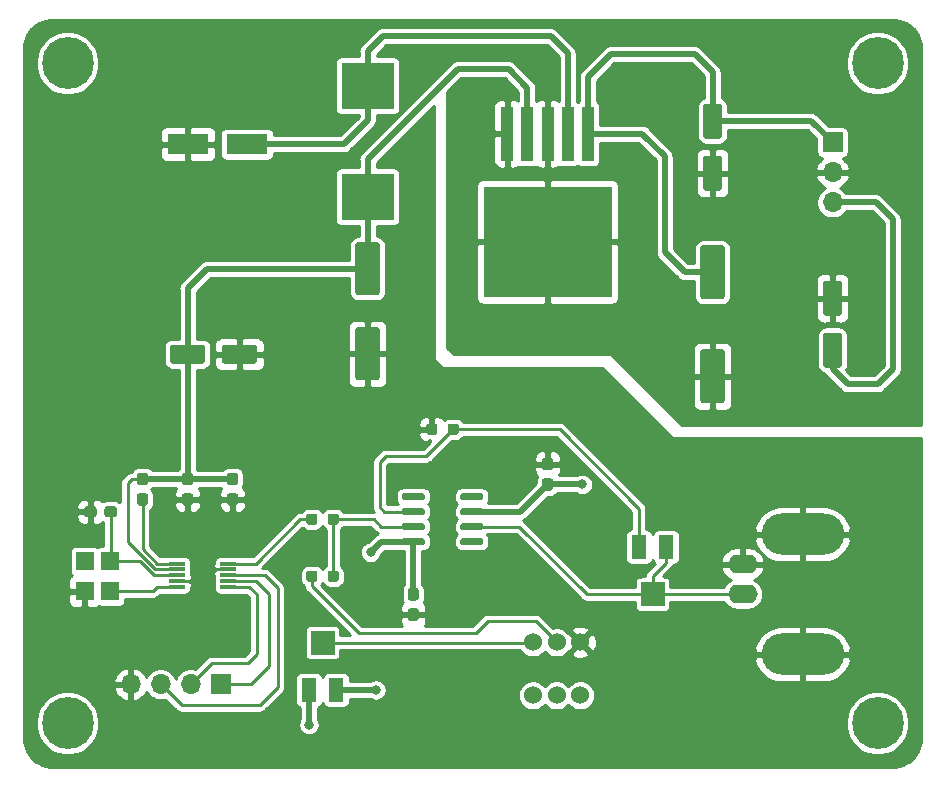
<source format=gbr>
%TF.GenerationSoftware,KiCad,Pcbnew,5.1.9*%
%TF.CreationDate,2021-03-27T23:39:32+08:00*%
%TF.ProjectId,ad-9833,61642d39-3833-4332-9e6b-696361645f70,rev?*%
%TF.SameCoordinates,Original*%
%TF.FileFunction,Copper,L1,Top*%
%TF.FilePolarity,Positive*%
%FSLAX46Y46*%
G04 Gerber Fmt 4.6, Leading zero omitted, Abs format (unit mm)*
G04 Created by KiCad (PCBNEW 5.1.9) date 2021-03-27 23:39:32*
%MOMM*%
%LPD*%
G01*
G04 APERTURE LIST*
%TA.AperFunction,ComponentPad*%
%ADD10C,1.524000*%
%TD*%
%TA.AperFunction,SMDPad,CuDef*%
%ADD11R,4.500000X4.000000*%
%TD*%
%TA.AperFunction,SMDPad,CuDef*%
%ADD12R,3.500000X1.800000*%
%TD*%
%TA.AperFunction,ComponentPad*%
%ADD13C,0.700000*%
%TD*%
%TA.AperFunction,ComponentPad*%
%ADD14C,4.400000*%
%TD*%
%TA.AperFunction,ComponentPad*%
%ADD15O,1.700000X1.700000*%
%TD*%
%TA.AperFunction,ComponentPad*%
%ADD16R,1.700000X1.700000*%
%TD*%
%TA.AperFunction,SMDPad,CuDef*%
%ADD17R,1.500000X1.600000*%
%TD*%
%TA.AperFunction,SMDPad,CuDef*%
%ADD18R,1.300000X2.000000*%
%TD*%
%TA.AperFunction,SMDPad,CuDef*%
%ADD19R,2.000000X2.000000*%
%TD*%
%TA.AperFunction,SMDPad,CuDef*%
%ADD20R,1.400000X0.300000*%
%TD*%
%TA.AperFunction,SMDPad,CuDef*%
%ADD21R,10.800000X9.400000*%
%TD*%
%TA.AperFunction,SMDPad,CuDef*%
%ADD22R,1.100000X4.600000*%
%TD*%
%TA.AperFunction,ComponentPad*%
%ADD23O,2.500000X1.600000*%
%TD*%
%TA.AperFunction,ComponentPad*%
%ADD24O,7.000000X3.500000*%
%TD*%
%TA.AperFunction,ViaPad*%
%ADD25C,0.800000*%
%TD*%
%TA.AperFunction,Conductor*%
%ADD26C,0.250000*%
%TD*%
%TA.AperFunction,Conductor*%
%ADD27C,0.508000*%
%TD*%
%TA.AperFunction,Conductor*%
%ADD28C,0.254000*%
%TD*%
%TA.AperFunction,Conductor*%
%ADD29C,0.100000*%
%TD*%
G04 APERTURE END LIST*
%TO.P,C4,2*%
%TO.N,+2V5*%
%TA.AperFunction,SMDPad,CuDef*%
G36*
G01*
X83129000Y-92820500D02*
X83129000Y-92345500D01*
G75*
G02*
X83366500Y-92108000I237500J0D01*
G01*
X83966500Y-92108000D01*
G75*
G02*
X84204000Y-92345500I0J-237500D01*
G01*
X84204000Y-92820500D01*
G75*
G02*
X83966500Y-93058000I-237500J0D01*
G01*
X83366500Y-93058000D01*
G75*
G02*
X83129000Y-92820500I0J237500D01*
G01*
G37*
%TD.AperFunction*%
%TO.P,C4,1*%
%TO.N,GND*%
%TA.AperFunction,SMDPad,CuDef*%
G36*
G01*
X81404000Y-92820500D02*
X81404000Y-92345500D01*
G75*
G02*
X81641500Y-92108000I237500J0D01*
G01*
X82241500Y-92108000D01*
G75*
G02*
X82479000Y-92345500I0J-237500D01*
G01*
X82479000Y-92820500D01*
G75*
G02*
X82241500Y-93058000I-237500J0D01*
G01*
X81641500Y-93058000D01*
G75*
G02*
X81404000Y-92820500I0J237500D01*
G01*
G37*
%TD.AperFunction*%
%TD*%
D10*
%TO.P,SW1,6*%
%TO.N,N/C*%
X123412000Y-108132000D03*
%TO.P,SW1,5*%
X121412000Y-108132000D03*
%TO.P,SW1,4*%
X119412000Y-108132000D03*
%TO.P,SW1,3*%
%TO.N,GND*%
X123412000Y-103632000D03*
%TO.P,SW1,2*%
%TO.N,Net-(R2-Pad2)*%
X121412000Y-103632000D03*
%TO.P,SW1,1*%
%TO.N,Net-(RV1-Pad2)*%
X119412000Y-103632000D03*
%TD*%
D11*
%TO.P,L1,2*%
%TO.N,+5V*%
X105410000Y-65914000D03*
%TO.P,L1,1*%
%TO.N,Net-(D1-Pad1)*%
X105410000Y-56514000D03*
%TD*%
D12*
%TO.P,D1,2*%
%TO.N,GND*%
X90210000Y-61468000D03*
%TO.P,D1,1*%
%TO.N,Net-(D1-Pad1)*%
X95210000Y-61468000D03*
%TD*%
%TO.P,U3,8*%
%TO.N,N/C*%
%TA.AperFunction,SMDPad,CuDef*%
G36*
G01*
X113260000Y-91463000D02*
X113260000Y-91163000D01*
G75*
G02*
X113410000Y-91013000I150000J0D01*
G01*
X115060000Y-91013000D01*
G75*
G02*
X115210000Y-91163000I0J-150000D01*
G01*
X115210000Y-91463000D01*
G75*
G02*
X115060000Y-91613000I-150000J0D01*
G01*
X113410000Y-91613000D01*
G75*
G02*
X113260000Y-91463000I0J150000D01*
G01*
G37*
%TD.AperFunction*%
%TO.P,U3,7*%
%TO.N,+15V*%
%TA.AperFunction,SMDPad,CuDef*%
G36*
G01*
X113260000Y-92733000D02*
X113260000Y-92433000D01*
G75*
G02*
X113410000Y-92283000I150000J0D01*
G01*
X115060000Y-92283000D01*
G75*
G02*
X115210000Y-92433000I0J-150000D01*
G01*
X115210000Y-92733000D01*
G75*
G02*
X115060000Y-92883000I-150000J0D01*
G01*
X113410000Y-92883000D01*
G75*
G02*
X113260000Y-92733000I0J150000D01*
G01*
G37*
%TD.AperFunction*%
%TO.P,U3,6*%
%TO.N,Net-(J3-Pad1)*%
%TA.AperFunction,SMDPad,CuDef*%
G36*
G01*
X113260000Y-94003000D02*
X113260000Y-93703000D01*
G75*
G02*
X113410000Y-93553000I150000J0D01*
G01*
X115060000Y-93553000D01*
G75*
G02*
X115210000Y-93703000I0J-150000D01*
G01*
X115210000Y-94003000D01*
G75*
G02*
X115060000Y-94153000I-150000J0D01*
G01*
X113410000Y-94153000D01*
G75*
G02*
X113260000Y-94003000I0J150000D01*
G01*
G37*
%TD.AperFunction*%
%TO.P,U3,5*%
%TO.N,N/C*%
%TA.AperFunction,SMDPad,CuDef*%
G36*
G01*
X113260000Y-95273000D02*
X113260000Y-94973000D01*
G75*
G02*
X113410000Y-94823000I150000J0D01*
G01*
X115060000Y-94823000D01*
G75*
G02*
X115210000Y-94973000I0J-150000D01*
G01*
X115210000Y-95273000D01*
G75*
G02*
X115060000Y-95423000I-150000J0D01*
G01*
X113410000Y-95423000D01*
G75*
G02*
X113260000Y-95273000I0J150000D01*
G01*
G37*
%TD.AperFunction*%
%TO.P,U3,4*%
%TO.N,-15V*%
%TA.AperFunction,SMDPad,CuDef*%
G36*
G01*
X108310000Y-95273000D02*
X108310000Y-94973000D01*
G75*
G02*
X108460000Y-94823000I150000J0D01*
G01*
X110110000Y-94823000D01*
G75*
G02*
X110260000Y-94973000I0J-150000D01*
G01*
X110260000Y-95273000D01*
G75*
G02*
X110110000Y-95423000I-150000J0D01*
G01*
X108460000Y-95423000D01*
G75*
G02*
X108310000Y-95273000I0J150000D01*
G01*
G37*
%TD.AperFunction*%
%TO.P,U3,3*%
%TO.N,Net-(R1-Pad1)*%
%TA.AperFunction,SMDPad,CuDef*%
G36*
G01*
X108310000Y-94003000D02*
X108310000Y-93703000D01*
G75*
G02*
X108460000Y-93553000I150000J0D01*
G01*
X110110000Y-93553000D01*
G75*
G02*
X110260000Y-93703000I0J-150000D01*
G01*
X110260000Y-94003000D01*
G75*
G02*
X110110000Y-94153000I-150000J0D01*
G01*
X108460000Y-94153000D01*
G75*
G02*
X108310000Y-94003000I0J150000D01*
G01*
G37*
%TD.AperFunction*%
%TO.P,U3,2*%
%TO.N,Net-(R3-Pad2)*%
%TA.AperFunction,SMDPad,CuDef*%
G36*
G01*
X108310000Y-92733000D02*
X108310000Y-92433000D01*
G75*
G02*
X108460000Y-92283000I150000J0D01*
G01*
X110110000Y-92283000D01*
G75*
G02*
X110260000Y-92433000I0J-150000D01*
G01*
X110260000Y-92733000D01*
G75*
G02*
X110110000Y-92883000I-150000J0D01*
G01*
X108460000Y-92883000D01*
G75*
G02*
X108310000Y-92733000I0J150000D01*
G01*
G37*
%TD.AperFunction*%
%TO.P,U3,1*%
%TO.N,N/C*%
%TA.AperFunction,SMDPad,CuDef*%
G36*
G01*
X108310000Y-91463000D02*
X108310000Y-91163000D01*
G75*
G02*
X108460000Y-91013000I150000J0D01*
G01*
X110110000Y-91013000D01*
G75*
G02*
X110260000Y-91163000I0J-150000D01*
G01*
X110260000Y-91463000D01*
G75*
G02*
X110110000Y-91613000I-150000J0D01*
G01*
X108460000Y-91613000D01*
G75*
G02*
X108310000Y-91463000I0J150000D01*
G01*
G37*
%TD.AperFunction*%
%TD*%
D13*
%TO.P,H4,1*%
%TO.N,N/C*%
X149756726Y-109323274D03*
X148590000Y-108840000D03*
X147423274Y-109323274D03*
X146940000Y-110490000D03*
X147423274Y-111656726D03*
X148590000Y-112140000D03*
X149756726Y-111656726D03*
X150240000Y-110490000D03*
D14*
X148590000Y-110490000D03*
%TD*%
D13*
%TO.P,H3,1*%
%TO.N,N/C*%
X81176726Y-109323274D03*
X80010000Y-108840000D03*
X78843274Y-109323274D03*
X78360000Y-110490000D03*
X78843274Y-111656726D03*
X80010000Y-112140000D03*
X81176726Y-111656726D03*
X81660000Y-110490000D03*
D14*
X80010000Y-110490000D03*
%TD*%
D13*
%TO.P,H2,1*%
%TO.N,N/C*%
X149756726Y-53443274D03*
X148590000Y-52960000D03*
X147423274Y-53443274D03*
X146940000Y-54610000D03*
X147423274Y-55776726D03*
X148590000Y-56260000D03*
X149756726Y-55776726D03*
X150240000Y-54610000D03*
D14*
X148590000Y-54610000D03*
%TD*%
D13*
%TO.P,H1,1*%
%TO.N,N/C*%
X81176726Y-53443274D03*
X80010000Y-52960000D03*
X78843274Y-53443274D03*
X78360000Y-54610000D03*
X78843274Y-55776726D03*
X80010000Y-56260000D03*
X81176726Y-55776726D03*
X81660000Y-54610000D03*
D14*
X80010000Y-54610000D03*
%TD*%
%TO.P,C3,2*%
%TO.N,GND*%
%TA.AperFunction,SMDPad,CuDef*%
G36*
G01*
X133819999Y-78808000D02*
X135420001Y-78808000D01*
G75*
G02*
X135670000Y-79057999I0J-249999D01*
G01*
X135670000Y-83158001D01*
G75*
G02*
X135420001Y-83408000I-249999J0D01*
G01*
X133819999Y-83408000D01*
G75*
G02*
X133570000Y-83158001I0J249999D01*
G01*
X133570000Y-79057999D01*
G75*
G02*
X133819999Y-78808000I249999J0D01*
G01*
G37*
%TD.AperFunction*%
%TO.P,C3,1*%
%TO.N,+15V*%
%TA.AperFunction,SMDPad,CuDef*%
G36*
G01*
X133819999Y-70008000D02*
X135420001Y-70008000D01*
G75*
G02*
X135670000Y-70257999I0J-249999D01*
G01*
X135670000Y-74358001D01*
G75*
G02*
X135420001Y-74608000I-249999J0D01*
G01*
X133819999Y-74608000D01*
G75*
G02*
X133570000Y-74358001I0J249999D01*
G01*
X133570000Y-70257999D01*
G75*
G02*
X133819999Y-70008000I249999J0D01*
G01*
G37*
%TD.AperFunction*%
%TD*%
D15*
%TO.P,J2,4*%
%TO.N,GND*%
X85344000Y-107188000D03*
%TO.P,J2,3*%
%TO.N,/FSYNC*%
X87884000Y-107188000D03*
%TO.P,J2,2*%
%TO.N,/SDA*%
X90424000Y-107188000D03*
D16*
%TO.P,J2,1*%
%TO.N,/SCL*%
X92964000Y-107188000D03*
%TD*%
%TO.P,C8,2*%
%TO.N,GND*%
%TA.AperFunction,SMDPad,CuDef*%
G36*
G01*
X93070000Y-79798000D02*
X93070000Y-78698000D01*
G75*
G02*
X93320000Y-78448000I250000J0D01*
G01*
X95820000Y-78448000D01*
G75*
G02*
X96070000Y-78698000I0J-250000D01*
G01*
X96070000Y-79798000D01*
G75*
G02*
X95820000Y-80048000I-250000J0D01*
G01*
X93320000Y-80048000D01*
G75*
G02*
X93070000Y-79798000I0J250000D01*
G01*
G37*
%TD.AperFunction*%
%TO.P,C8,1*%
%TO.N,+5V*%
%TA.AperFunction,SMDPad,CuDef*%
G36*
G01*
X88670000Y-79798000D02*
X88670000Y-78698000D01*
G75*
G02*
X88920000Y-78448000I250000J0D01*
G01*
X91420000Y-78448000D01*
G75*
G02*
X91670000Y-78698000I0J-250000D01*
G01*
X91670000Y-79798000D01*
G75*
G02*
X91420000Y-80048000I-250000J0D01*
G01*
X88920000Y-80048000D01*
G75*
G02*
X88670000Y-79798000I0J250000D01*
G01*
G37*
%TD.AperFunction*%
%TD*%
%TO.P,C2,2*%
%TO.N,-15V*%
%TA.AperFunction,SMDPad,CuDef*%
G36*
G01*
X144230000Y-77408000D02*
X145330000Y-77408000D01*
G75*
G02*
X145580000Y-77658000I0J-250000D01*
G01*
X145580000Y-80158000D01*
G75*
G02*
X145330000Y-80408000I-250000J0D01*
G01*
X144230000Y-80408000D01*
G75*
G02*
X143980000Y-80158000I0J250000D01*
G01*
X143980000Y-77658000D01*
G75*
G02*
X144230000Y-77408000I250000J0D01*
G01*
G37*
%TD.AperFunction*%
%TO.P,C2,1*%
%TO.N,GND*%
%TA.AperFunction,SMDPad,CuDef*%
G36*
G01*
X144230000Y-73008000D02*
X145330000Y-73008000D01*
G75*
G02*
X145580000Y-73258000I0J-250000D01*
G01*
X145580000Y-75758000D01*
G75*
G02*
X145330000Y-76008000I-250000J0D01*
G01*
X144230000Y-76008000D01*
G75*
G02*
X143980000Y-75758000I0J250000D01*
G01*
X143980000Y-73258000D01*
G75*
G02*
X144230000Y-73008000I250000J0D01*
G01*
G37*
%TD.AperFunction*%
%TD*%
%TO.P,C1,2*%
%TO.N,GND*%
%TA.AperFunction,SMDPad,CuDef*%
G36*
G01*
X134070000Y-62422000D02*
X135170000Y-62422000D01*
G75*
G02*
X135420000Y-62672000I0J-250000D01*
G01*
X135420000Y-65172000D01*
G75*
G02*
X135170000Y-65422000I-250000J0D01*
G01*
X134070000Y-65422000D01*
G75*
G02*
X133820000Y-65172000I0J250000D01*
G01*
X133820000Y-62672000D01*
G75*
G02*
X134070000Y-62422000I250000J0D01*
G01*
G37*
%TD.AperFunction*%
%TO.P,C1,1*%
%TO.N,+15V*%
%TA.AperFunction,SMDPad,CuDef*%
G36*
G01*
X134070000Y-58022000D02*
X135170000Y-58022000D01*
G75*
G02*
X135420000Y-58272000I0J-250000D01*
G01*
X135420000Y-60772000D01*
G75*
G02*
X135170000Y-61022000I-250000J0D01*
G01*
X134070000Y-61022000D01*
G75*
G02*
X133820000Y-60772000I0J250000D01*
G01*
X133820000Y-58272000D01*
G75*
G02*
X134070000Y-58022000I250000J0D01*
G01*
G37*
%TD.AperFunction*%
%TD*%
D17*
%TO.P,X1,4*%
%TO.N,+2V5*%
X83650000Y-96774000D03*
%TO.P,X1,3*%
%TO.N,Net-(U2-Pad5)*%
X83650000Y-99314000D03*
%TO.P,X1,2*%
%TO.N,GND*%
X81450000Y-99314000D03*
%TO.P,X1,1*%
%TO.N,N/C*%
X81450000Y-96774000D03*
%TD*%
%TO.P,C5,2*%
%TO.N,GND*%
%TA.AperFunction,SMDPad,CuDef*%
G36*
G01*
X104609999Y-76959000D02*
X106210001Y-76959000D01*
G75*
G02*
X106460000Y-77208999I0J-249999D01*
G01*
X106460000Y-81209001D01*
G75*
G02*
X106210001Y-81459000I-249999J0D01*
G01*
X104609999Y-81459000D01*
G75*
G02*
X104360000Y-81209001I0J249999D01*
G01*
X104360000Y-77208999D01*
G75*
G02*
X104609999Y-76959000I249999J0D01*
G01*
G37*
%TD.AperFunction*%
%TO.P,C5,1*%
%TO.N,+5V*%
%TA.AperFunction,SMDPad,CuDef*%
G36*
G01*
X104609999Y-69759000D02*
X106210001Y-69759000D01*
G75*
G02*
X106460000Y-70008999I0J-249999D01*
G01*
X106460000Y-74009001D01*
G75*
G02*
X106210001Y-74259000I-249999J0D01*
G01*
X104609999Y-74259000D01*
G75*
G02*
X104360000Y-74009001I0J249999D01*
G01*
X104360000Y-70008999D01*
G75*
G02*
X104609999Y-69759000I249999J0D01*
G01*
G37*
%TD.AperFunction*%
%TD*%
D18*
%TO.P,RV2,3*%
%TO.N,Net-(J3-Pad1)*%
X130690000Y-95568000D03*
D19*
%TO.P,RV2,2*%
X129540000Y-99568000D03*
D18*
%TO.P,RV2,1*%
%TO.N,Net-(R3-Pad2)*%
X128390000Y-95568000D03*
%TD*%
%TO.P,RV1,3*%
%TO.N,-15V*%
X100450000Y-107664000D03*
D19*
%TO.P,RV1,2*%
%TO.N,Net-(RV1-Pad2)*%
X101600000Y-103664000D03*
D18*
%TO.P,RV1,1*%
%TO.N,+15V*%
X102750000Y-107664000D03*
%TD*%
D20*
%TO.P,U2,10*%
%TO.N,Net-(R1-Pad2)*%
X93640000Y-96968000D03*
%TO.P,U2,9*%
%TO.N,GND*%
X93640000Y-97468000D03*
%TO.P,U2,8*%
%TO.N,/FSYNC*%
X93640000Y-97968000D03*
%TO.P,U2,7*%
%TO.N,/SCL*%
X93640000Y-98468000D03*
%TO.P,U2,6*%
%TO.N,/SDA*%
X93640000Y-98968000D03*
%TO.P,U2,5*%
%TO.N,Net-(U2-Pad5)*%
X89240000Y-98968000D03*
%TO.P,U2,4*%
%TO.N,GND*%
X89240000Y-98468000D03*
%TO.P,U2,3*%
%TO.N,+2V5*%
X89240000Y-97968000D03*
%TO.P,U2,2*%
%TO.N,+5V*%
X89240000Y-97468000D03*
%TO.P,U2,1*%
%TO.N,Net-(C6-Pad2)*%
X89240000Y-96968000D03*
%TD*%
D21*
%TO.P,U1,3*%
%TO.N,GND*%
X120650000Y-69738000D03*
D22*
%TO.P,U1,5*%
X117250000Y-60588000D03*
%TO.P,U1,4*%
%TO.N,+5V*%
X118950000Y-60588000D03*
%TO.P,U1,3*%
%TO.N,GND*%
X120650000Y-60588000D03*
%TO.P,U1,2*%
%TO.N,Net-(D1-Pad1)*%
X122350000Y-60588000D03*
%TO.P,U1,1*%
%TO.N,+15V*%
X124050000Y-60588000D03*
%TD*%
%TO.P,R3,2*%
%TO.N,Net-(R3-Pad2)*%
%TA.AperFunction,SMDPad,CuDef*%
G36*
G01*
X112185000Y-85835500D02*
X112185000Y-85360500D01*
G75*
G02*
X112422500Y-85123000I237500J0D01*
G01*
X112922500Y-85123000D01*
G75*
G02*
X113160000Y-85360500I0J-237500D01*
G01*
X113160000Y-85835500D01*
G75*
G02*
X112922500Y-86073000I-237500J0D01*
G01*
X112422500Y-86073000D01*
G75*
G02*
X112185000Y-85835500I0J237500D01*
G01*
G37*
%TD.AperFunction*%
%TO.P,R3,1*%
%TO.N,GND*%
%TA.AperFunction,SMDPad,CuDef*%
G36*
G01*
X110360000Y-85835500D02*
X110360000Y-85360500D01*
G75*
G02*
X110597500Y-85123000I237500J0D01*
G01*
X111097500Y-85123000D01*
G75*
G02*
X111335000Y-85360500I0J-237500D01*
G01*
X111335000Y-85835500D01*
G75*
G02*
X111097500Y-86073000I-237500J0D01*
G01*
X110597500Y-86073000D01*
G75*
G02*
X110360000Y-85835500I0J237500D01*
G01*
G37*
%TD.AperFunction*%
%TD*%
%TO.P,R2,2*%
%TO.N,Net-(R2-Pad2)*%
%TA.AperFunction,SMDPad,CuDef*%
G36*
G01*
X101175000Y-97806500D02*
X101175000Y-98281500D01*
G75*
G02*
X100937500Y-98519000I-237500J0D01*
G01*
X100437500Y-98519000D01*
G75*
G02*
X100200000Y-98281500I0J237500D01*
G01*
X100200000Y-97806500D01*
G75*
G02*
X100437500Y-97569000I237500J0D01*
G01*
X100937500Y-97569000D01*
G75*
G02*
X101175000Y-97806500I0J-237500D01*
G01*
G37*
%TD.AperFunction*%
%TO.P,R2,1*%
%TO.N,Net-(R1-Pad1)*%
%TA.AperFunction,SMDPad,CuDef*%
G36*
G01*
X103000000Y-97806500D02*
X103000000Y-98281500D01*
G75*
G02*
X102762500Y-98519000I-237500J0D01*
G01*
X102262500Y-98519000D01*
G75*
G02*
X102025000Y-98281500I0J237500D01*
G01*
X102025000Y-97806500D01*
G75*
G02*
X102262500Y-97569000I237500J0D01*
G01*
X102762500Y-97569000D01*
G75*
G02*
X103000000Y-97806500I0J-237500D01*
G01*
G37*
%TD.AperFunction*%
%TD*%
%TO.P,R1,2*%
%TO.N,Net-(R1-Pad2)*%
%TA.AperFunction,SMDPad,CuDef*%
G36*
G01*
X101175000Y-92980500D02*
X101175000Y-93455500D01*
G75*
G02*
X100937500Y-93693000I-237500J0D01*
G01*
X100437500Y-93693000D01*
G75*
G02*
X100200000Y-93455500I0J237500D01*
G01*
X100200000Y-92980500D01*
G75*
G02*
X100437500Y-92743000I237500J0D01*
G01*
X100937500Y-92743000D01*
G75*
G02*
X101175000Y-92980500I0J-237500D01*
G01*
G37*
%TD.AperFunction*%
%TO.P,R1,1*%
%TO.N,Net-(R1-Pad1)*%
%TA.AperFunction,SMDPad,CuDef*%
G36*
G01*
X103000000Y-92980500D02*
X103000000Y-93455500D01*
G75*
G02*
X102762500Y-93693000I-237500J0D01*
G01*
X102262500Y-93693000D01*
G75*
G02*
X102025000Y-93455500I0J237500D01*
G01*
X102025000Y-92980500D01*
G75*
G02*
X102262500Y-92743000I237500J0D01*
G01*
X102762500Y-92743000D01*
G75*
G02*
X103000000Y-92980500I0J-237500D01*
G01*
G37*
%TD.AperFunction*%
%TD*%
D23*
%TO.P,J3,2*%
%TO.N,GND*%
X137160000Y-97028000D03*
%TO.P,J3,1*%
%TO.N,Net-(J3-Pad1)*%
X137160000Y-99568000D03*
D24*
%TO.P,J3,2*%
%TO.N,GND*%
X142240000Y-104648000D03*
X142240000Y-94488000D03*
%TD*%
D15*
%TO.P,J1,3*%
%TO.N,-15V*%
X144780000Y-66388000D03*
%TO.P,J1,2*%
%TO.N,GND*%
X144780000Y-63848000D03*
D16*
%TO.P,J1,1*%
%TO.N,+15V*%
X144780000Y-61308000D03*
%TD*%
%TO.P,C11,2*%
%TO.N,GND*%
%TA.AperFunction,SMDPad,CuDef*%
G36*
G01*
X109047500Y-100755500D02*
X109522500Y-100755500D01*
G75*
G02*
X109760000Y-100993000I0J-237500D01*
G01*
X109760000Y-101593000D01*
G75*
G02*
X109522500Y-101830500I-237500J0D01*
G01*
X109047500Y-101830500D01*
G75*
G02*
X108810000Y-101593000I0J237500D01*
G01*
X108810000Y-100993000D01*
G75*
G02*
X109047500Y-100755500I237500J0D01*
G01*
G37*
%TD.AperFunction*%
%TO.P,C11,1*%
%TO.N,-15V*%
%TA.AperFunction,SMDPad,CuDef*%
G36*
G01*
X109047500Y-99030500D02*
X109522500Y-99030500D01*
G75*
G02*
X109760000Y-99268000I0J-237500D01*
G01*
X109760000Y-99868000D01*
G75*
G02*
X109522500Y-100105500I-237500J0D01*
G01*
X109047500Y-100105500D01*
G75*
G02*
X108810000Y-99868000I0J237500D01*
G01*
X108810000Y-99268000D01*
G75*
G02*
X109047500Y-99030500I237500J0D01*
G01*
G37*
%TD.AperFunction*%
%TD*%
%TO.P,C10,2*%
%TO.N,GND*%
%TA.AperFunction,SMDPad,CuDef*%
G36*
G01*
X120887500Y-89083000D02*
X120412500Y-89083000D01*
G75*
G02*
X120175000Y-88845500I0J237500D01*
G01*
X120175000Y-88245500D01*
G75*
G02*
X120412500Y-88008000I237500J0D01*
G01*
X120887500Y-88008000D01*
G75*
G02*
X121125000Y-88245500I0J-237500D01*
G01*
X121125000Y-88845500D01*
G75*
G02*
X120887500Y-89083000I-237500J0D01*
G01*
G37*
%TD.AperFunction*%
%TO.P,C10,1*%
%TO.N,+15V*%
%TA.AperFunction,SMDPad,CuDef*%
G36*
G01*
X120887500Y-90808000D02*
X120412500Y-90808000D01*
G75*
G02*
X120175000Y-90570500I0J237500D01*
G01*
X120175000Y-89970500D01*
G75*
G02*
X120412500Y-89733000I237500J0D01*
G01*
X120887500Y-89733000D01*
G75*
G02*
X121125000Y-89970500I0J-237500D01*
G01*
X121125000Y-90570500D01*
G75*
G02*
X120887500Y-90808000I-237500J0D01*
G01*
G37*
%TD.AperFunction*%
%TD*%
%TO.P,C9,2*%
%TO.N,GND*%
%TA.AperFunction,SMDPad,CuDef*%
G36*
G01*
X89932500Y-91003000D02*
X90407500Y-91003000D01*
G75*
G02*
X90645000Y-91240500I0J-237500D01*
G01*
X90645000Y-91840500D01*
G75*
G02*
X90407500Y-92078000I-237500J0D01*
G01*
X89932500Y-92078000D01*
G75*
G02*
X89695000Y-91840500I0J237500D01*
G01*
X89695000Y-91240500D01*
G75*
G02*
X89932500Y-91003000I237500J0D01*
G01*
G37*
%TD.AperFunction*%
%TO.P,C9,1*%
%TO.N,+5V*%
%TA.AperFunction,SMDPad,CuDef*%
G36*
G01*
X89932500Y-89278000D02*
X90407500Y-89278000D01*
G75*
G02*
X90645000Y-89515500I0J-237500D01*
G01*
X90645000Y-90115500D01*
G75*
G02*
X90407500Y-90353000I-237500J0D01*
G01*
X89932500Y-90353000D01*
G75*
G02*
X89695000Y-90115500I0J237500D01*
G01*
X89695000Y-89515500D01*
G75*
G02*
X89932500Y-89278000I237500J0D01*
G01*
G37*
%TD.AperFunction*%
%TD*%
%TO.P,C7,2*%
%TO.N,GND*%
%TA.AperFunction,SMDPad,CuDef*%
G36*
G01*
X93742500Y-91003000D02*
X94217500Y-91003000D01*
G75*
G02*
X94455000Y-91240500I0J-237500D01*
G01*
X94455000Y-91840500D01*
G75*
G02*
X94217500Y-92078000I-237500J0D01*
G01*
X93742500Y-92078000D01*
G75*
G02*
X93505000Y-91840500I0J237500D01*
G01*
X93505000Y-91240500D01*
G75*
G02*
X93742500Y-91003000I237500J0D01*
G01*
G37*
%TD.AperFunction*%
%TO.P,C7,1*%
%TO.N,+5V*%
%TA.AperFunction,SMDPad,CuDef*%
G36*
G01*
X93742500Y-89278000D02*
X94217500Y-89278000D01*
G75*
G02*
X94455000Y-89515500I0J-237500D01*
G01*
X94455000Y-90115500D01*
G75*
G02*
X94217500Y-90353000I-237500J0D01*
G01*
X93742500Y-90353000D01*
G75*
G02*
X93505000Y-90115500I0J237500D01*
G01*
X93505000Y-89515500D01*
G75*
G02*
X93742500Y-89278000I237500J0D01*
G01*
G37*
%TD.AperFunction*%
%TD*%
%TO.P,C6,2*%
%TO.N,Net-(C6-Pad2)*%
%TA.AperFunction,SMDPad,CuDef*%
G36*
G01*
X86122500Y-91003000D02*
X86597500Y-91003000D01*
G75*
G02*
X86835000Y-91240500I0J-237500D01*
G01*
X86835000Y-91840500D01*
G75*
G02*
X86597500Y-92078000I-237500J0D01*
G01*
X86122500Y-92078000D01*
G75*
G02*
X85885000Y-91840500I0J237500D01*
G01*
X85885000Y-91240500D01*
G75*
G02*
X86122500Y-91003000I237500J0D01*
G01*
G37*
%TD.AperFunction*%
%TO.P,C6,1*%
%TO.N,+5V*%
%TA.AperFunction,SMDPad,CuDef*%
G36*
G01*
X86122500Y-89278000D02*
X86597500Y-89278000D01*
G75*
G02*
X86835000Y-89515500I0J-237500D01*
G01*
X86835000Y-90115500D01*
G75*
G02*
X86597500Y-90353000I-237500J0D01*
G01*
X86122500Y-90353000D01*
G75*
G02*
X85885000Y-90115500I0J237500D01*
G01*
X85885000Y-89515500D01*
G75*
G02*
X86122500Y-89278000I237500J0D01*
G01*
G37*
%TD.AperFunction*%
%TD*%
D25*
%TO.N,GND*%
X80010000Y-66802000D03*
X80010000Y-71882000D03*
X85090000Y-71882000D03*
X80010000Y-76962000D03*
X85090000Y-76962000D03*
X80010000Y-82042000D03*
X85090000Y-82042000D03*
X80010000Y-87122000D03*
X85090000Y-87122000D03*
X95504000Y-85598000D03*
X100584000Y-85598000D03*
X100584000Y-80518000D03*
X85090000Y-66802000D03*
X90170000Y-66802000D03*
X95250000Y-66802000D03*
X100330000Y-66802000D03*
X100584000Y-75438000D03*
X128778000Y-103632000D03*
X133858000Y-103632000D03*
X128778000Y-107696000D03*
X133858000Y-107696000D03*
X109728000Y-107696000D03*
X114808000Y-107696000D03*
X80010000Y-61722000D03*
X85090000Y-61722000D03*
X90170000Y-56642000D03*
X95250000Y-56642000D03*
X100330000Y-56642000D03*
X85090000Y-56642000D03*
X88392000Y-102108000D03*
X93472000Y-102108000D03*
X113030000Y-88646000D03*
X118110000Y-88646000D03*
X118110000Y-98552000D03*
X113030000Y-98552000D03*
X123952000Y-93980000D03*
X105664000Y-100076000D03*
X88392000Y-94488000D03*
X93472000Y-94488000D03*
X113284000Y-64262000D03*
X113284000Y-74422000D03*
X113284000Y-59182000D03*
X113284000Y-69342000D03*
X116586000Y-77724000D03*
X121666000Y-77724000D03*
X95504000Y-75438000D03*
X100584000Y-90678000D03*
X137922000Y-75184000D03*
X137922000Y-65024000D03*
X137922000Y-80264000D03*
X137922000Y-70104000D03*
X141732000Y-75184000D03*
X141732000Y-70104000D03*
X141732000Y-80264000D03*
X141732000Y-65024000D03*
X126746000Y-77724000D03*
X130048000Y-81026000D03*
X127254000Y-57404000D03*
X131826000Y-57404000D03*
%TO.N,+15V*%
X106140000Y-107664000D03*
X123597500Y-90270500D03*
%TO.N,-15V*%
X105664000Y-96012000D03*
X100450000Y-110610000D03*
%TD*%
D26*
%TO.N,GND*%
X92016000Y-97468000D02*
X93640000Y-97468000D01*
X91016000Y-98468000D02*
X92016000Y-97468000D01*
X89240000Y-98468000D02*
X91016000Y-98468000D01*
D27*
%TO.N,+15V*%
X102750000Y-107664000D02*
X106140000Y-107664000D01*
X106140000Y-107664000D02*
X106140000Y-107664000D01*
X123597500Y-90270500D02*
X120650000Y-90270500D01*
X142994000Y-59522000D02*
X144780000Y-61308000D01*
X134620000Y-59522000D02*
X142994000Y-59522000D01*
X124050000Y-60588000D02*
X124050000Y-55782000D01*
X124050000Y-55782000D02*
X125984000Y-53848000D01*
X125984000Y-53848000D02*
X133096000Y-53848000D01*
X134620000Y-55372000D02*
X134620000Y-59522000D01*
X133096000Y-53848000D02*
X134620000Y-55372000D01*
X118337500Y-92583000D02*
X120650000Y-90270500D01*
X132252000Y-72308000D02*
X134620000Y-72308000D01*
X130556000Y-70612000D02*
X132252000Y-72308000D01*
X130556000Y-62484000D02*
X130556000Y-70612000D01*
X128660000Y-60588000D02*
X130556000Y-62484000D01*
X124050000Y-60588000D02*
X128660000Y-60588000D01*
X114235000Y-92583000D02*
X118337500Y-92583000D01*
%TO.N,-15V*%
X144780000Y-66388000D02*
X148430000Y-66388000D01*
X148430000Y-66388000D02*
X149860000Y-67818000D01*
X149860000Y-67818000D02*
X149860000Y-80518000D01*
X149860000Y-80518000D02*
X148590000Y-81788000D01*
X148590000Y-81788000D02*
X146050000Y-81788000D01*
X144780000Y-80518000D02*
X144780000Y-78508000D01*
X146050000Y-81788000D02*
X144780000Y-80518000D01*
X106553000Y-95123000D02*
X105664000Y-96012000D01*
X105664000Y-96012000D02*
X105664000Y-96012000D01*
X100450000Y-107664000D02*
X100450000Y-110610000D01*
X100450000Y-110610000D02*
X100450000Y-110610000D01*
X106553000Y-95123000D02*
X109285000Y-95123000D01*
X109285000Y-95123000D02*
X109285000Y-99568000D01*
%TO.N,+5V*%
X86360000Y-89815500D02*
X90170000Y-89815500D01*
X93980000Y-89815500D02*
X90170000Y-89815500D01*
X90170000Y-79248000D02*
X90170000Y-89815500D01*
X90170000Y-79248000D02*
X90170000Y-73660000D01*
X91821000Y-72009000D02*
X105410000Y-72009000D01*
X90170000Y-73660000D02*
X91821000Y-72009000D01*
X105410000Y-65914000D02*
X105410000Y-72009000D01*
X105410000Y-65914000D02*
X105410000Y-62738000D01*
X105410000Y-62738000D02*
X113030000Y-55118000D01*
X113030000Y-55118000D02*
X117348000Y-55118000D01*
X118950000Y-56720000D02*
X118950000Y-60588000D01*
X117348000Y-55118000D02*
X118950000Y-56720000D01*
D26*
X86360000Y-89815500D02*
X85444500Y-89815500D01*
X85444500Y-89815500D02*
X85090000Y-90170000D01*
X87443600Y-97468000D02*
X89240000Y-97468000D01*
X85090000Y-95114400D02*
X87443600Y-97468000D01*
X85090000Y-90170000D02*
X85090000Y-95114400D01*
%TO.N,Net-(C6-Pad2)*%
X86360000Y-91540500D02*
X86360000Y-95747990D01*
X87580010Y-96968000D02*
X89240000Y-96968000D01*
X86360000Y-95747990D02*
X87580010Y-96968000D01*
D27*
%TO.N,Net-(D1-Pad1)*%
X122350000Y-55548000D02*
X122350000Y-60588000D01*
X105410000Y-56514000D02*
X105410000Y-53594000D01*
X105410000Y-53594000D02*
X106680000Y-52324000D01*
X106680000Y-52324000D02*
X120904000Y-52324000D01*
X122350000Y-53770000D02*
X122350000Y-55548000D01*
X120904000Y-52324000D02*
X122350000Y-53770000D01*
X95210000Y-61468000D02*
X103378000Y-61468000D01*
X105410000Y-59436000D02*
X105410000Y-56514000D01*
X103378000Y-61468000D02*
X105410000Y-59436000D01*
D26*
%TO.N,/FSYNC*%
X96698000Y-97968000D02*
X93640000Y-97968000D01*
X97790000Y-99060000D02*
X96698000Y-97968000D01*
X97790000Y-107442000D02*
X97790000Y-99060000D01*
X96266000Y-108966000D02*
X97790000Y-107442000D01*
X89662000Y-108966000D02*
X96266000Y-108966000D01*
X87884000Y-107188000D02*
X89662000Y-108966000D01*
%TO.N,/SDA*%
X96012000Y-99568000D02*
X95412000Y-98968000D01*
X95250000Y-105410000D02*
X96012000Y-104648000D01*
X96012000Y-104648000D02*
X96012000Y-99568000D01*
X92202000Y-105410000D02*
X95250000Y-105410000D01*
X95412000Y-98968000D02*
X93640000Y-98968000D01*
X90424000Y-107188000D02*
X92202000Y-105410000D01*
%TO.N,/SCL*%
X95928000Y-98468000D02*
X93640000Y-98468000D01*
X97028000Y-99568000D02*
X95928000Y-98468000D01*
X95504000Y-107188000D02*
X97028000Y-105664000D01*
X97028000Y-105664000D02*
X97028000Y-99568000D01*
X92964000Y-107188000D02*
X95504000Y-107188000D01*
%TO.N,Net-(J3-Pad1)*%
X114235000Y-93853000D02*
X118237000Y-93853000D01*
X123952000Y-99568000D02*
X129540000Y-99568000D01*
X118237000Y-93853000D02*
X123952000Y-99568000D01*
X129540000Y-99568000D02*
X137160000Y-99568000D01*
X129540000Y-98044000D02*
X129540000Y-99568000D01*
X130690000Y-96894000D02*
X129540000Y-98044000D01*
X130690000Y-95568000D02*
X130690000Y-96894000D01*
D28*
%TO.N,Net-(R1-Pad2)*%
X100687500Y-93218000D02*
X100838000Y-93218000D01*
D26*
X93640000Y-96968000D02*
X95952000Y-96968000D01*
X99702000Y-93218000D02*
X100687500Y-93218000D01*
X95952000Y-96968000D02*
X99702000Y-93218000D01*
%TO.N,Net-(R1-Pad1)*%
X102512500Y-93218000D02*
X102512500Y-98044000D01*
X106553000Y-93853000D02*
X109285000Y-93853000D01*
X105918000Y-93218000D02*
X106553000Y-93853000D01*
X102512500Y-93218000D02*
X105918000Y-93218000D01*
%TO.N,Net-(R2-Pad2)*%
X119634000Y-101854000D02*
X121412000Y-103632000D01*
X115570000Y-101854000D02*
X119634000Y-101854000D01*
X114554000Y-102870000D02*
X115570000Y-101854000D01*
X104648000Y-102870000D02*
X114554000Y-102870000D01*
X100687500Y-98909500D02*
X104648000Y-102870000D01*
X100687500Y-98044000D02*
X100687500Y-98909500D01*
%TO.N,Net-(R3-Pad2)*%
X110386500Y-87884000D02*
X112672500Y-85598000D01*
X106426000Y-88392000D02*
X106934000Y-87884000D01*
X106426000Y-92202000D02*
X106426000Y-88392000D01*
X106934000Y-87884000D02*
X110386500Y-87884000D01*
X106807000Y-92583000D02*
X106426000Y-92202000D01*
X109285000Y-92583000D02*
X106807000Y-92583000D01*
X128390000Y-92322000D02*
X128390000Y-95568000D01*
X121666000Y-85598000D02*
X128390000Y-92322000D01*
X112672500Y-85598000D02*
X121666000Y-85598000D01*
%TO.N,Net-(RV1-Pad2)*%
X119380000Y-103664000D02*
X119412000Y-103632000D01*
X101600000Y-103664000D02*
X119380000Y-103664000D01*
%TO.N,Net-(U2-Pad5)*%
X87249000Y-99314000D02*
X83650000Y-99314000D01*
X87595000Y-98968000D02*
X87249000Y-99314000D01*
X89240000Y-98968000D02*
X87595000Y-98968000D01*
%TO.N,+2V5*%
X83666500Y-96757500D02*
X83650000Y-96774000D01*
X83666500Y-92583000D02*
X83666500Y-96757500D01*
X87300000Y-97968000D02*
X89240000Y-97968000D01*
X86106000Y-96774000D02*
X87300000Y-97968000D01*
X83650000Y-96774000D02*
X86106000Y-96774000D01*
%TD*%
D28*
%TO.N,GND*%
X150150821Y-50944823D02*
X150437412Y-50997343D01*
X150715586Y-51084026D01*
X150981267Y-51203599D01*
X151230610Y-51354332D01*
X151459955Y-51534012D01*
X151665988Y-51740045D01*
X151845668Y-51969390D01*
X151996401Y-52218733D01*
X152115974Y-52484414D01*
X152202657Y-52762588D01*
X152255177Y-53049179D01*
X152273000Y-53343832D01*
X152273000Y-85217000D01*
X132005606Y-85217000D01*
X130196606Y-83408000D01*
X132931928Y-83408000D01*
X132944188Y-83532482D01*
X132980498Y-83652180D01*
X133039463Y-83762494D01*
X133118815Y-83859185D01*
X133215506Y-83938537D01*
X133325820Y-83997502D01*
X133445518Y-84033812D01*
X133570000Y-84046072D01*
X134334250Y-84043000D01*
X134493000Y-83884250D01*
X134493000Y-81235000D01*
X134747000Y-81235000D01*
X134747000Y-83884250D01*
X134905750Y-84043000D01*
X135670000Y-84046072D01*
X135794482Y-84033812D01*
X135914180Y-83997502D01*
X136024494Y-83938537D01*
X136121185Y-83859185D01*
X136200537Y-83762494D01*
X136259502Y-83652180D01*
X136295812Y-83532482D01*
X136308072Y-83408000D01*
X136305000Y-81393750D01*
X136146250Y-81235000D01*
X134747000Y-81235000D01*
X134493000Y-81235000D01*
X133093750Y-81235000D01*
X132935000Y-81393750D01*
X132931928Y-83408000D01*
X130196606Y-83408000D01*
X126073803Y-79285197D01*
X126054557Y-79269403D01*
X126032601Y-79257667D01*
X126008776Y-79250440D01*
X125984000Y-79248000D01*
X112701606Y-79248000D01*
X112261606Y-78808000D01*
X132931928Y-78808000D01*
X132935000Y-80822250D01*
X133093750Y-80981000D01*
X134493000Y-80981000D01*
X134493000Y-78331750D01*
X134747000Y-78331750D01*
X134747000Y-80981000D01*
X136146250Y-80981000D01*
X136305000Y-80822250D01*
X136308072Y-78808000D01*
X136295812Y-78683518D01*
X136259502Y-78563820D01*
X136200537Y-78453506D01*
X136121185Y-78356815D01*
X136024494Y-78277463D01*
X135914180Y-78218498D01*
X135794482Y-78182188D01*
X135670000Y-78169928D01*
X134905750Y-78173000D01*
X134747000Y-78331750D01*
X134493000Y-78331750D01*
X134334250Y-78173000D01*
X133570000Y-78169928D01*
X133445518Y-78182188D01*
X133325820Y-78218498D01*
X133215506Y-78277463D01*
X133118815Y-78356815D01*
X133039463Y-78453506D01*
X132980498Y-78563820D01*
X132944188Y-78683518D01*
X132931928Y-78808000D01*
X112261606Y-78808000D01*
X112141000Y-78687394D01*
X112141000Y-76008000D01*
X143341928Y-76008000D01*
X143354188Y-76132482D01*
X143390498Y-76252180D01*
X143449463Y-76362494D01*
X143528815Y-76459185D01*
X143625506Y-76538537D01*
X143735820Y-76597502D01*
X143855518Y-76633812D01*
X143980000Y-76646072D01*
X144494250Y-76643000D01*
X144653000Y-76484250D01*
X144653000Y-74635000D01*
X144907000Y-74635000D01*
X144907000Y-76484250D01*
X145065750Y-76643000D01*
X145580000Y-76646072D01*
X145704482Y-76633812D01*
X145824180Y-76597502D01*
X145934494Y-76538537D01*
X146031185Y-76459185D01*
X146110537Y-76362494D01*
X146169502Y-76252180D01*
X146205812Y-76132482D01*
X146218072Y-76008000D01*
X146215000Y-74793750D01*
X146056250Y-74635000D01*
X144907000Y-74635000D01*
X144653000Y-74635000D01*
X143503750Y-74635000D01*
X143345000Y-74793750D01*
X143341928Y-76008000D01*
X112141000Y-76008000D01*
X112141000Y-74438000D01*
X114611928Y-74438000D01*
X114624188Y-74562482D01*
X114660498Y-74682180D01*
X114719463Y-74792494D01*
X114798815Y-74889185D01*
X114895506Y-74968537D01*
X115005820Y-75027502D01*
X115125518Y-75063812D01*
X115250000Y-75076072D01*
X120364250Y-75073000D01*
X120523000Y-74914250D01*
X120523000Y-69865000D01*
X120777000Y-69865000D01*
X120777000Y-74914250D01*
X120935750Y-75073000D01*
X126050000Y-75076072D01*
X126174482Y-75063812D01*
X126294180Y-75027502D01*
X126404494Y-74968537D01*
X126501185Y-74889185D01*
X126580537Y-74792494D01*
X126639502Y-74682180D01*
X126675812Y-74562482D01*
X126688072Y-74438000D01*
X126685000Y-70023750D01*
X126526250Y-69865000D01*
X120777000Y-69865000D01*
X120523000Y-69865000D01*
X114773750Y-69865000D01*
X114615000Y-70023750D01*
X114611928Y-74438000D01*
X112141000Y-74438000D01*
X112141000Y-65038000D01*
X114611928Y-65038000D01*
X114615000Y-69452250D01*
X114773750Y-69611000D01*
X120523000Y-69611000D01*
X120523000Y-64561750D01*
X120777000Y-64561750D01*
X120777000Y-69611000D01*
X126526250Y-69611000D01*
X126685000Y-69452250D01*
X126688072Y-65038000D01*
X126675812Y-64913518D01*
X126639502Y-64793820D01*
X126580537Y-64683506D01*
X126501185Y-64586815D01*
X126404494Y-64507463D01*
X126294180Y-64448498D01*
X126174482Y-64412188D01*
X126050000Y-64399928D01*
X120935750Y-64403000D01*
X120777000Y-64561750D01*
X120523000Y-64561750D01*
X120364250Y-64403000D01*
X115250000Y-64399928D01*
X115125518Y-64412188D01*
X115005820Y-64448498D01*
X114895506Y-64507463D01*
X114798815Y-64586815D01*
X114719463Y-64683506D01*
X114660498Y-64793820D01*
X114624188Y-64913518D01*
X114611928Y-65038000D01*
X112141000Y-65038000D01*
X112141000Y-62888000D01*
X116061928Y-62888000D01*
X116074188Y-63012482D01*
X116110498Y-63132180D01*
X116169463Y-63242494D01*
X116248815Y-63339185D01*
X116345506Y-63418537D01*
X116455820Y-63477502D01*
X116575518Y-63513812D01*
X116700000Y-63526072D01*
X116964250Y-63523000D01*
X117123000Y-63364250D01*
X117123000Y-60715000D01*
X116223750Y-60715000D01*
X116065000Y-60873750D01*
X116061928Y-62888000D01*
X112141000Y-62888000D01*
X112141000Y-58288000D01*
X116061928Y-58288000D01*
X116065000Y-60302250D01*
X116223750Y-60461000D01*
X117123000Y-60461000D01*
X117123000Y-57811750D01*
X116964250Y-57653000D01*
X116700000Y-57649928D01*
X116575518Y-57662188D01*
X116455820Y-57698498D01*
X116345506Y-57757463D01*
X116248815Y-57836815D01*
X116169463Y-57933506D01*
X116110498Y-58043820D01*
X116074188Y-58163518D01*
X116061928Y-58288000D01*
X112141000Y-58288000D01*
X112141000Y-57084631D01*
X113345631Y-55880000D01*
X117032370Y-55880000D01*
X118188000Y-57035631D01*
X118188000Y-57784961D01*
X118154494Y-57757463D01*
X118044180Y-57698498D01*
X117924482Y-57662188D01*
X117800000Y-57649928D01*
X117535750Y-57653000D01*
X117377000Y-57811750D01*
X117377000Y-60461000D01*
X117397000Y-60461000D01*
X117397000Y-60715000D01*
X117377000Y-60715000D01*
X117377000Y-63364250D01*
X117535750Y-63523000D01*
X117800000Y-63526072D01*
X117924482Y-63513812D01*
X118044180Y-63477502D01*
X118154494Y-63418537D01*
X118220465Y-63364396D01*
X118300415Y-63388649D01*
X118400000Y-63398457D01*
X119500000Y-63398457D01*
X119599585Y-63388649D01*
X119679535Y-63364396D01*
X119745506Y-63418537D01*
X119855820Y-63477502D01*
X119975518Y-63513812D01*
X120100000Y-63526072D01*
X120364250Y-63523000D01*
X120523000Y-63364250D01*
X120523000Y-60715000D01*
X120503000Y-60715000D01*
X120503000Y-60461000D01*
X120523000Y-60461000D01*
X120523000Y-57811750D01*
X120364250Y-57653000D01*
X120100000Y-57649928D01*
X119975518Y-57662188D01*
X119855820Y-57698498D01*
X119745506Y-57757463D01*
X119712000Y-57784961D01*
X119712000Y-56757422D01*
X119715686Y-56719999D01*
X119712000Y-56682574D01*
X119700974Y-56570622D01*
X119657402Y-56426985D01*
X119586645Y-56294608D01*
X119491422Y-56178578D01*
X119462353Y-56154722D01*
X117913284Y-54605654D01*
X117889422Y-54576578D01*
X117773392Y-54481355D01*
X117641015Y-54410598D01*
X117497378Y-54367026D01*
X117385426Y-54356000D01*
X117385423Y-54356000D01*
X117348000Y-54352314D01*
X117310577Y-54356000D01*
X113067422Y-54356000D01*
X113029999Y-54352314D01*
X112992576Y-54356000D01*
X112992574Y-54356000D01*
X112880622Y-54367026D01*
X112736985Y-54410598D01*
X112604608Y-54481355D01*
X112488578Y-54576578D01*
X112464721Y-54605648D01*
X104897649Y-62172721D01*
X104868579Y-62196578D01*
X104844722Y-62225648D01*
X104844721Y-62225649D01*
X104773355Y-62312608D01*
X104702599Y-62444985D01*
X104659027Y-62588622D01*
X104644314Y-62738000D01*
X104648001Y-62775433D01*
X104648001Y-63403543D01*
X103160000Y-63403543D01*
X103060415Y-63413351D01*
X102964657Y-63442399D01*
X102876405Y-63489571D01*
X102799052Y-63553052D01*
X102735571Y-63630405D01*
X102688399Y-63718657D01*
X102659351Y-63814415D01*
X102649543Y-63914000D01*
X102649543Y-67914000D01*
X102659351Y-68013585D01*
X102688399Y-68109343D01*
X102735571Y-68197595D01*
X102799052Y-68274948D01*
X102876405Y-68338429D01*
X102964657Y-68385601D01*
X103060415Y-68414649D01*
X103160000Y-68424457D01*
X104648000Y-68424457D01*
X104648001Y-69248543D01*
X104609999Y-69248543D01*
X104461641Y-69263155D01*
X104318985Y-69306429D01*
X104187512Y-69376703D01*
X104072275Y-69471275D01*
X103977703Y-69586512D01*
X103907429Y-69717985D01*
X103864155Y-69860641D01*
X103849543Y-70008999D01*
X103849543Y-71247000D01*
X91858423Y-71247000D01*
X91821000Y-71243314D01*
X91783577Y-71247000D01*
X91783574Y-71247000D01*
X91671622Y-71258026D01*
X91527985Y-71301598D01*
X91494676Y-71319402D01*
X91395607Y-71372355D01*
X91353219Y-71407143D01*
X91279578Y-71467578D01*
X91255716Y-71496654D01*
X89657649Y-73094721D01*
X89628579Y-73118578D01*
X89604722Y-73147648D01*
X89604721Y-73147649D01*
X89533355Y-73234608D01*
X89462599Y-73366985D01*
X89419027Y-73510622D01*
X89404314Y-73660000D01*
X89408001Y-73697433D01*
X89408000Y-77937543D01*
X88920000Y-77937543D01*
X88771642Y-77952155D01*
X88628986Y-77995429D01*
X88497513Y-78065703D01*
X88382276Y-78160276D01*
X88287703Y-78275513D01*
X88217429Y-78406986D01*
X88174155Y-78549642D01*
X88159543Y-78698000D01*
X88159543Y-79798000D01*
X88174155Y-79946358D01*
X88217429Y-80089014D01*
X88287703Y-80220487D01*
X88382276Y-80335724D01*
X88497513Y-80430297D01*
X88628986Y-80500571D01*
X88771642Y-80543845D01*
X88920000Y-80558457D01*
X89408000Y-80558457D01*
X89408001Y-88983016D01*
X89403615Y-88986615D01*
X89348723Y-89053500D01*
X87181277Y-89053500D01*
X87126385Y-88986615D01*
X87013043Y-88893596D01*
X86883731Y-88824478D01*
X86743419Y-88781915D01*
X86597500Y-88767543D01*
X86122500Y-88767543D01*
X85976581Y-88781915D01*
X85836269Y-88824478D01*
X85706957Y-88893596D01*
X85593615Y-88986615D01*
X85500596Y-89099957D01*
X85457432Y-89180712D01*
X85444500Y-89179438D01*
X85413412Y-89182500D01*
X85320410Y-89191660D01*
X85201090Y-89227855D01*
X85091123Y-89286634D01*
X84994736Y-89365736D01*
X84974912Y-89389892D01*
X84664388Y-89700415D01*
X84640236Y-89720236D01*
X84561134Y-89816624D01*
X84502355Y-89926591D01*
X84486917Y-89977485D01*
X84466160Y-90045911D01*
X84453938Y-90170000D01*
X84457000Y-90201088D01*
X84457000Y-91785113D01*
X84382043Y-91723596D01*
X84252731Y-91654478D01*
X84112419Y-91611915D01*
X83966500Y-91597543D01*
X83366500Y-91597543D01*
X83220581Y-91611915D01*
X83080269Y-91654478D01*
X82974614Y-91710951D01*
X82930185Y-91656815D01*
X82833494Y-91577463D01*
X82723180Y-91518498D01*
X82603482Y-91482188D01*
X82479000Y-91469928D01*
X82227250Y-91473000D01*
X82068500Y-91631750D01*
X82068500Y-92456000D01*
X82088500Y-92456000D01*
X82088500Y-92710000D01*
X82068500Y-92710000D01*
X82068500Y-93534250D01*
X82227250Y-93693000D01*
X82479000Y-93696072D01*
X82603482Y-93683812D01*
X82723180Y-93647502D01*
X82833494Y-93588537D01*
X82930185Y-93509185D01*
X82974614Y-93455049D01*
X83033500Y-93486524D01*
X83033501Y-95463543D01*
X82900000Y-95463543D01*
X82800415Y-95473351D01*
X82704657Y-95502399D01*
X82616405Y-95549571D01*
X82550000Y-95604067D01*
X82483595Y-95549571D01*
X82395343Y-95502399D01*
X82299585Y-95473351D01*
X82200000Y-95463543D01*
X80700000Y-95463543D01*
X80600415Y-95473351D01*
X80504657Y-95502399D01*
X80416405Y-95549571D01*
X80339052Y-95613052D01*
X80275571Y-95690405D01*
X80228399Y-95778657D01*
X80199351Y-95874415D01*
X80189543Y-95974000D01*
X80189543Y-97574000D01*
X80199351Y-97673585D01*
X80228399Y-97769343D01*
X80275571Y-97857595D01*
X80339052Y-97934948D01*
X80377397Y-97966417D01*
X80345506Y-97983463D01*
X80248815Y-98062815D01*
X80169463Y-98159506D01*
X80110498Y-98269820D01*
X80074188Y-98389518D01*
X80061928Y-98514000D01*
X80065000Y-99028250D01*
X80223750Y-99187000D01*
X81323000Y-99187000D01*
X81323000Y-99167000D01*
X81577000Y-99167000D01*
X81577000Y-99187000D01*
X81597000Y-99187000D01*
X81597000Y-99441000D01*
X81577000Y-99441000D01*
X81577000Y-100590250D01*
X81735750Y-100749000D01*
X82200000Y-100752072D01*
X82324482Y-100739812D01*
X82444180Y-100703502D01*
X82554494Y-100644537D01*
X82651185Y-100565185D01*
X82655843Y-100559509D01*
X82704657Y-100585601D01*
X82800415Y-100614649D01*
X82900000Y-100624457D01*
X84400000Y-100624457D01*
X84499585Y-100614649D01*
X84595343Y-100585601D01*
X84683595Y-100538429D01*
X84760948Y-100474948D01*
X84824429Y-100397595D01*
X84871601Y-100309343D01*
X84900649Y-100213585D01*
X84910457Y-100114000D01*
X84910457Y-99947000D01*
X87217912Y-99947000D01*
X87249000Y-99950062D01*
X87280088Y-99947000D01*
X87373090Y-99937840D01*
X87492410Y-99901645D01*
X87602377Y-99842866D01*
X87698764Y-99763764D01*
X87718585Y-99739612D01*
X87857197Y-99601000D01*
X88382234Y-99601000D01*
X88440415Y-99618649D01*
X88540000Y-99628457D01*
X89940000Y-99628457D01*
X90039585Y-99618649D01*
X90135343Y-99589601D01*
X90223595Y-99542429D01*
X90300948Y-99478948D01*
X90364429Y-99401595D01*
X90411601Y-99313343D01*
X90440649Y-99217585D01*
X90450457Y-99118000D01*
X90450457Y-98997827D01*
X90464943Y-98980727D01*
X90525621Y-98871346D01*
X90563794Y-98752229D01*
X90575000Y-98649750D01*
X90416250Y-98491000D01*
X90328808Y-98491000D01*
X90309933Y-98468000D01*
X90328808Y-98445000D01*
X90416250Y-98445000D01*
X90575000Y-98286250D01*
X90563794Y-98183771D01*
X90525621Y-98064654D01*
X90464943Y-97955273D01*
X90450457Y-97938173D01*
X90450457Y-97818000D01*
X90440649Y-97718415D01*
X90440523Y-97718000D01*
X90440649Y-97717585D01*
X90450457Y-97618000D01*
X90450457Y-97318000D01*
X90440649Y-97218415D01*
X90440523Y-97218000D01*
X90440649Y-97217585D01*
X90450457Y-97118000D01*
X90450457Y-96818000D01*
X90440649Y-96718415D01*
X90411601Y-96622657D01*
X90364429Y-96534405D01*
X90300948Y-96457052D01*
X90223595Y-96393571D01*
X90135343Y-96346399D01*
X90039585Y-96317351D01*
X89940000Y-96307543D01*
X88540000Y-96307543D01*
X88440415Y-96317351D01*
X88382234Y-96335000D01*
X87842207Y-96335000D01*
X86993000Y-95485793D01*
X86993000Y-92473117D01*
X87013043Y-92462404D01*
X87126385Y-92369385D01*
X87219404Y-92256043D01*
X87288522Y-92126731D01*
X87303304Y-92078000D01*
X89056928Y-92078000D01*
X89069188Y-92202482D01*
X89105498Y-92322180D01*
X89164463Y-92432494D01*
X89243815Y-92529185D01*
X89340506Y-92608537D01*
X89450820Y-92667502D01*
X89570518Y-92703812D01*
X89695000Y-92716072D01*
X89884250Y-92713000D01*
X90043000Y-92554250D01*
X90043000Y-91667500D01*
X90297000Y-91667500D01*
X90297000Y-92554250D01*
X90455750Y-92713000D01*
X90645000Y-92716072D01*
X90769482Y-92703812D01*
X90889180Y-92667502D01*
X90999494Y-92608537D01*
X91096185Y-92529185D01*
X91175537Y-92432494D01*
X91234502Y-92322180D01*
X91270812Y-92202482D01*
X91283072Y-92078000D01*
X92866928Y-92078000D01*
X92879188Y-92202482D01*
X92915498Y-92322180D01*
X92974463Y-92432494D01*
X93053815Y-92529185D01*
X93150506Y-92608537D01*
X93260820Y-92667502D01*
X93380518Y-92703812D01*
X93505000Y-92716072D01*
X93694250Y-92713000D01*
X93853000Y-92554250D01*
X93853000Y-91667500D01*
X94107000Y-91667500D01*
X94107000Y-92554250D01*
X94265750Y-92713000D01*
X94455000Y-92716072D01*
X94579482Y-92703812D01*
X94699180Y-92667502D01*
X94809494Y-92608537D01*
X94906185Y-92529185D01*
X94985537Y-92432494D01*
X95044502Y-92322180D01*
X95080812Y-92202482D01*
X95093072Y-92078000D01*
X95090000Y-91826250D01*
X94931250Y-91667500D01*
X94107000Y-91667500D01*
X93853000Y-91667500D01*
X93028750Y-91667500D01*
X92870000Y-91826250D01*
X92866928Y-92078000D01*
X91283072Y-92078000D01*
X91280000Y-91826250D01*
X91121250Y-91667500D01*
X90297000Y-91667500D01*
X90043000Y-91667500D01*
X89218750Y-91667500D01*
X89060000Y-91826250D01*
X89056928Y-92078000D01*
X87303304Y-92078000D01*
X87331085Y-91986419D01*
X87345457Y-91840500D01*
X87345457Y-91240500D01*
X87331085Y-91094581D01*
X87288522Y-90954269D01*
X87219404Y-90824957D01*
X87126385Y-90711615D01*
X87085426Y-90678000D01*
X87126385Y-90644385D01*
X87181277Y-90577500D01*
X89222736Y-90577500D01*
X89164463Y-90648506D01*
X89105498Y-90758820D01*
X89069188Y-90878518D01*
X89056928Y-91003000D01*
X89060000Y-91254750D01*
X89218750Y-91413500D01*
X90043000Y-91413500D01*
X90043000Y-91393500D01*
X90297000Y-91393500D01*
X90297000Y-91413500D01*
X91121250Y-91413500D01*
X91280000Y-91254750D01*
X91283072Y-91003000D01*
X91270812Y-90878518D01*
X91234502Y-90758820D01*
X91175537Y-90648506D01*
X91117264Y-90577500D01*
X93032736Y-90577500D01*
X92974463Y-90648506D01*
X92915498Y-90758820D01*
X92879188Y-90878518D01*
X92866928Y-91003000D01*
X92870000Y-91254750D01*
X93028750Y-91413500D01*
X93853000Y-91413500D01*
X93853000Y-91393500D01*
X94107000Y-91393500D01*
X94107000Y-91413500D01*
X94931250Y-91413500D01*
X95090000Y-91254750D01*
X95093072Y-91003000D01*
X95080812Y-90878518D01*
X95044502Y-90758820D01*
X94985537Y-90648506D01*
X94906185Y-90551815D01*
X94852049Y-90507386D01*
X94908522Y-90401731D01*
X94951085Y-90261419D01*
X94965457Y-90115500D01*
X94965457Y-89515500D01*
X94951085Y-89369581D01*
X94908522Y-89229269D01*
X94839404Y-89099957D01*
X94746385Y-88986615D01*
X94633043Y-88893596D01*
X94503731Y-88824478D01*
X94363419Y-88781915D01*
X94217500Y-88767543D01*
X93742500Y-88767543D01*
X93596581Y-88781915D01*
X93456269Y-88824478D01*
X93326957Y-88893596D01*
X93213615Y-88986615D01*
X93158723Y-89053500D01*
X90991277Y-89053500D01*
X90936385Y-88986615D01*
X90932000Y-88983016D01*
X90932000Y-85123000D01*
X109721928Y-85123000D01*
X109725000Y-85312250D01*
X109883750Y-85471000D01*
X110720500Y-85471000D01*
X110720500Y-84646750D01*
X110561750Y-84488000D01*
X110360000Y-84484928D01*
X110235518Y-84497188D01*
X110115820Y-84533498D01*
X110005506Y-84592463D01*
X109908815Y-84671815D01*
X109829463Y-84768506D01*
X109770498Y-84878820D01*
X109734188Y-84998518D01*
X109721928Y-85123000D01*
X90932000Y-85123000D01*
X90932000Y-81459000D01*
X103721928Y-81459000D01*
X103734188Y-81583482D01*
X103770498Y-81703180D01*
X103829463Y-81813494D01*
X103908815Y-81910185D01*
X104005506Y-81989537D01*
X104115820Y-82048502D01*
X104235518Y-82084812D01*
X104360000Y-82097072D01*
X105124250Y-82094000D01*
X105283000Y-81935250D01*
X105283000Y-79336000D01*
X105537000Y-79336000D01*
X105537000Y-81935250D01*
X105695750Y-82094000D01*
X106460000Y-82097072D01*
X106584482Y-82084812D01*
X106704180Y-82048502D01*
X106814494Y-81989537D01*
X106911185Y-81910185D01*
X106990537Y-81813494D01*
X107049502Y-81703180D01*
X107085812Y-81583482D01*
X107098072Y-81459000D01*
X107095000Y-79494750D01*
X106936250Y-79336000D01*
X105537000Y-79336000D01*
X105283000Y-79336000D01*
X103883750Y-79336000D01*
X103725000Y-79494750D01*
X103721928Y-81459000D01*
X90932000Y-81459000D01*
X90932000Y-80558457D01*
X91420000Y-80558457D01*
X91568358Y-80543845D01*
X91711014Y-80500571D01*
X91842487Y-80430297D01*
X91957724Y-80335724D01*
X92052297Y-80220487D01*
X92122571Y-80089014D01*
X92135012Y-80048000D01*
X92431928Y-80048000D01*
X92444188Y-80172482D01*
X92480498Y-80292180D01*
X92539463Y-80402494D01*
X92618815Y-80499185D01*
X92715506Y-80578537D01*
X92825820Y-80637502D01*
X92945518Y-80673812D01*
X93070000Y-80686072D01*
X94284250Y-80683000D01*
X94443000Y-80524250D01*
X94443000Y-79375000D01*
X94697000Y-79375000D01*
X94697000Y-80524250D01*
X94855750Y-80683000D01*
X96070000Y-80686072D01*
X96194482Y-80673812D01*
X96314180Y-80637502D01*
X96424494Y-80578537D01*
X96521185Y-80499185D01*
X96600537Y-80402494D01*
X96659502Y-80292180D01*
X96695812Y-80172482D01*
X96708072Y-80048000D01*
X96705000Y-79533750D01*
X96546250Y-79375000D01*
X94697000Y-79375000D01*
X94443000Y-79375000D01*
X92593750Y-79375000D01*
X92435000Y-79533750D01*
X92431928Y-80048000D01*
X92135012Y-80048000D01*
X92165845Y-79946358D01*
X92180457Y-79798000D01*
X92180457Y-78698000D01*
X92165845Y-78549642D01*
X92135013Y-78448000D01*
X92431928Y-78448000D01*
X92435000Y-78962250D01*
X92593750Y-79121000D01*
X94443000Y-79121000D01*
X94443000Y-77971750D01*
X94697000Y-77971750D01*
X94697000Y-79121000D01*
X96546250Y-79121000D01*
X96705000Y-78962250D01*
X96708072Y-78448000D01*
X96695812Y-78323518D01*
X96659502Y-78203820D01*
X96600537Y-78093506D01*
X96521185Y-77996815D01*
X96424494Y-77917463D01*
X96314180Y-77858498D01*
X96194482Y-77822188D01*
X96070000Y-77809928D01*
X94855750Y-77813000D01*
X94697000Y-77971750D01*
X94443000Y-77971750D01*
X94284250Y-77813000D01*
X93070000Y-77809928D01*
X92945518Y-77822188D01*
X92825820Y-77858498D01*
X92715506Y-77917463D01*
X92618815Y-77996815D01*
X92539463Y-78093506D01*
X92480498Y-78203820D01*
X92444188Y-78323518D01*
X92431928Y-78448000D01*
X92135013Y-78448000D01*
X92122571Y-78406986D01*
X92052297Y-78275513D01*
X91957724Y-78160276D01*
X91842487Y-78065703D01*
X91711014Y-77995429D01*
X91568358Y-77952155D01*
X91420000Y-77937543D01*
X90932000Y-77937543D01*
X90932000Y-76959000D01*
X103721928Y-76959000D01*
X103725000Y-78923250D01*
X103883750Y-79082000D01*
X105283000Y-79082000D01*
X105283000Y-76482750D01*
X105537000Y-76482750D01*
X105537000Y-79082000D01*
X106936250Y-79082000D01*
X107095000Y-78923250D01*
X107098072Y-76959000D01*
X107085812Y-76834518D01*
X107049502Y-76714820D01*
X106990537Y-76604506D01*
X106911185Y-76507815D01*
X106814494Y-76428463D01*
X106704180Y-76369498D01*
X106584482Y-76333188D01*
X106460000Y-76320928D01*
X105695750Y-76324000D01*
X105537000Y-76482750D01*
X105283000Y-76482750D01*
X105124250Y-76324000D01*
X104360000Y-76320928D01*
X104235518Y-76333188D01*
X104115820Y-76369498D01*
X104005506Y-76428463D01*
X103908815Y-76507815D01*
X103829463Y-76604506D01*
X103770498Y-76714820D01*
X103734188Y-76834518D01*
X103721928Y-76959000D01*
X90932000Y-76959000D01*
X90932000Y-73975630D01*
X92136630Y-72771000D01*
X103849543Y-72771000D01*
X103849543Y-74009001D01*
X103864155Y-74157359D01*
X103907429Y-74300015D01*
X103977703Y-74431488D01*
X104072275Y-74546725D01*
X104187512Y-74641297D01*
X104318985Y-74711571D01*
X104461641Y-74754845D01*
X104609999Y-74769457D01*
X106210001Y-74769457D01*
X106358359Y-74754845D01*
X106501015Y-74711571D01*
X106632488Y-74641297D01*
X106747725Y-74546725D01*
X106842297Y-74431488D01*
X106912571Y-74300015D01*
X106955845Y-74157359D01*
X106970457Y-74009001D01*
X106970457Y-70008999D01*
X106955845Y-69860641D01*
X106912571Y-69717985D01*
X106842297Y-69586512D01*
X106747725Y-69471275D01*
X106632488Y-69376703D01*
X106501015Y-69306429D01*
X106358359Y-69263155D01*
X106210001Y-69248543D01*
X106172000Y-69248543D01*
X106172000Y-68424457D01*
X107660000Y-68424457D01*
X107759585Y-68414649D01*
X107855343Y-68385601D01*
X107943595Y-68338429D01*
X108020948Y-68274948D01*
X108084429Y-68197595D01*
X108131601Y-68109343D01*
X108160649Y-68013585D01*
X108170457Y-67914000D01*
X108170457Y-63914000D01*
X108160649Y-63814415D01*
X108131601Y-63718657D01*
X108084429Y-63630405D01*
X108020948Y-63553052D01*
X107943595Y-63489571D01*
X107855343Y-63442399D01*
X107759585Y-63413351D01*
X107660000Y-63403543D01*
X106172000Y-63403543D01*
X106172000Y-63053630D01*
X110998000Y-58227631D01*
X110998000Y-79629000D01*
X111000440Y-79653776D01*
X111007667Y-79677601D01*
X111019403Y-79699557D01*
X111035197Y-79718803D01*
X111670197Y-80353803D01*
X111689443Y-80369597D01*
X111711399Y-80381333D01*
X111735224Y-80388560D01*
X111760000Y-80391000D01*
X125296394Y-80391000D01*
X131228197Y-86322803D01*
X131247443Y-86338597D01*
X131269399Y-86350333D01*
X131293224Y-86357560D01*
X131318000Y-86360000D01*
X152273000Y-86360000D01*
X152273000Y-111756168D01*
X152255177Y-112050821D01*
X152202657Y-112337412D01*
X152115974Y-112615586D01*
X151996401Y-112881267D01*
X151845668Y-113130610D01*
X151665988Y-113359955D01*
X151459955Y-113565988D01*
X151230610Y-113745668D01*
X150981267Y-113896401D01*
X150715586Y-114015974D01*
X150437412Y-114102657D01*
X150150821Y-114155177D01*
X149856168Y-114173000D01*
X78743832Y-114173000D01*
X78449179Y-114155177D01*
X78162588Y-114102657D01*
X77884414Y-114015974D01*
X77618733Y-113896401D01*
X77369390Y-113745668D01*
X77140045Y-113565988D01*
X76934012Y-113359955D01*
X76754332Y-113130610D01*
X76603599Y-112881267D01*
X76484026Y-112615586D01*
X76397343Y-112337412D01*
X76344823Y-112050821D01*
X76327000Y-111756168D01*
X76327000Y-110223285D01*
X77302000Y-110223285D01*
X77302000Y-110756715D01*
X77406067Y-111279895D01*
X77610201Y-111772719D01*
X77906559Y-112216249D01*
X78283751Y-112593441D01*
X78727281Y-112889799D01*
X79220105Y-113093933D01*
X79743285Y-113198000D01*
X80276715Y-113198000D01*
X80799895Y-113093933D01*
X81292719Y-112889799D01*
X81736249Y-112593441D01*
X82113441Y-112216249D01*
X82409799Y-111772719D01*
X82613933Y-111279895D01*
X82718000Y-110756715D01*
X82718000Y-110223285D01*
X82613933Y-109700105D01*
X82409799Y-109207281D01*
X82113441Y-108763751D01*
X81736249Y-108386559D01*
X81292719Y-108090201D01*
X80799895Y-107886067D01*
X80276715Y-107782000D01*
X79743285Y-107782000D01*
X79220105Y-107886067D01*
X78727281Y-108090201D01*
X78283751Y-108386559D01*
X77906559Y-108763751D01*
X77610201Y-109207281D01*
X77406067Y-109700105D01*
X77302000Y-110223285D01*
X76327000Y-110223285D01*
X76327000Y-107544891D01*
X83902519Y-107544891D01*
X83999843Y-107819252D01*
X84148822Y-108069355D01*
X84343731Y-108285588D01*
X84577080Y-108459641D01*
X84839901Y-108584825D01*
X84987110Y-108629476D01*
X85217000Y-108508155D01*
X85217000Y-107315000D01*
X84023186Y-107315000D01*
X83902519Y-107544891D01*
X76327000Y-107544891D01*
X76327000Y-106831109D01*
X83902519Y-106831109D01*
X84023186Y-107061000D01*
X85217000Y-107061000D01*
X85217000Y-105867845D01*
X85471000Y-105867845D01*
X85471000Y-107061000D01*
X85491000Y-107061000D01*
X85491000Y-107315000D01*
X85471000Y-107315000D01*
X85471000Y-108508155D01*
X85700890Y-108629476D01*
X85848099Y-108584825D01*
X86110920Y-108459641D01*
X86344269Y-108285588D01*
X86539178Y-108069355D01*
X86680795Y-107831611D01*
X86829172Y-108053675D01*
X87018325Y-108242828D01*
X87240746Y-108391444D01*
X87487886Y-108493813D01*
X87750249Y-108546000D01*
X88017751Y-108546000D01*
X88280114Y-108493813D01*
X88290368Y-108489565D01*
X89192416Y-109391613D01*
X89212236Y-109415764D01*
X89308623Y-109494866D01*
X89418590Y-109553645D01*
X89537910Y-109589840D01*
X89662000Y-109602062D01*
X89693088Y-109599000D01*
X96234912Y-109599000D01*
X96266000Y-109602062D01*
X96297088Y-109599000D01*
X96390090Y-109589840D01*
X96509410Y-109553645D01*
X96619377Y-109494866D01*
X96715764Y-109415764D01*
X96735584Y-109391613D01*
X98215614Y-107911583D01*
X98239764Y-107891764D01*
X98318866Y-107795377D01*
X98377645Y-107685410D01*
X98413840Y-107566090D01*
X98423000Y-107473088D01*
X98423000Y-107473087D01*
X98426062Y-107442001D01*
X98423000Y-107410915D01*
X98423000Y-106664000D01*
X99289543Y-106664000D01*
X99289543Y-108664000D01*
X99299351Y-108763585D01*
X99328399Y-108859343D01*
X99375571Y-108947595D01*
X99439052Y-109024948D01*
X99516405Y-109088429D01*
X99604657Y-109135601D01*
X99688001Y-109160883D01*
X99688001Y-110116056D01*
X99645341Y-110179901D01*
X99576894Y-110345146D01*
X99542000Y-110520570D01*
X99542000Y-110699430D01*
X99576894Y-110874854D01*
X99645341Y-111040099D01*
X99744711Y-111188816D01*
X99871184Y-111315289D01*
X100019901Y-111414659D01*
X100185146Y-111483106D01*
X100360570Y-111518000D01*
X100539430Y-111518000D01*
X100714854Y-111483106D01*
X100880099Y-111414659D01*
X101028816Y-111315289D01*
X101155289Y-111188816D01*
X101254659Y-111040099D01*
X101323106Y-110874854D01*
X101358000Y-110699430D01*
X101358000Y-110520570D01*
X101323106Y-110345146D01*
X101272630Y-110223285D01*
X145882000Y-110223285D01*
X145882000Y-110756715D01*
X145986067Y-111279895D01*
X146190201Y-111772719D01*
X146486559Y-112216249D01*
X146863751Y-112593441D01*
X147307281Y-112889799D01*
X147800105Y-113093933D01*
X148323285Y-113198000D01*
X148856715Y-113198000D01*
X149379895Y-113093933D01*
X149872719Y-112889799D01*
X150316249Y-112593441D01*
X150693441Y-112216249D01*
X150989799Y-111772719D01*
X151193933Y-111279895D01*
X151298000Y-110756715D01*
X151298000Y-110223285D01*
X151193933Y-109700105D01*
X150989799Y-109207281D01*
X150693441Y-108763751D01*
X150316249Y-108386559D01*
X149872719Y-108090201D01*
X149379895Y-107886067D01*
X148856715Y-107782000D01*
X148323285Y-107782000D01*
X147800105Y-107886067D01*
X147307281Y-108090201D01*
X146863751Y-108386559D01*
X146486559Y-108763751D01*
X146190201Y-109207281D01*
X145986067Y-109700105D01*
X145882000Y-110223285D01*
X101272630Y-110223285D01*
X101254659Y-110179901D01*
X101212000Y-110116058D01*
X101212000Y-109160883D01*
X101295343Y-109135601D01*
X101383595Y-109088429D01*
X101460948Y-109024948D01*
X101524429Y-108947595D01*
X101571601Y-108859343D01*
X101600000Y-108765724D01*
X101628399Y-108859343D01*
X101675571Y-108947595D01*
X101739052Y-109024948D01*
X101816405Y-109088429D01*
X101904657Y-109135601D01*
X102000415Y-109164649D01*
X102100000Y-109174457D01*
X103400000Y-109174457D01*
X103499585Y-109164649D01*
X103595343Y-109135601D01*
X103683595Y-109088429D01*
X103760948Y-109024948D01*
X103824429Y-108947595D01*
X103871601Y-108859343D01*
X103900649Y-108763585D01*
X103910457Y-108664000D01*
X103910457Y-108426000D01*
X105646058Y-108426000D01*
X105709901Y-108468659D01*
X105875146Y-108537106D01*
X106050570Y-108572000D01*
X106229430Y-108572000D01*
X106404854Y-108537106D01*
X106570099Y-108468659D01*
X106718816Y-108369289D01*
X106845289Y-108242816D01*
X106944659Y-108094099D01*
X106980771Y-108006916D01*
X118142000Y-108006916D01*
X118142000Y-108257084D01*
X118190805Y-108502445D01*
X118286541Y-108733571D01*
X118425527Y-108941578D01*
X118602422Y-109118473D01*
X118810429Y-109257459D01*
X119041555Y-109353195D01*
X119286916Y-109402000D01*
X119537084Y-109402000D01*
X119782445Y-109353195D01*
X120013571Y-109257459D01*
X120221578Y-109118473D01*
X120398473Y-108941578D01*
X120412000Y-108921333D01*
X120425527Y-108941578D01*
X120602422Y-109118473D01*
X120810429Y-109257459D01*
X121041555Y-109353195D01*
X121286916Y-109402000D01*
X121537084Y-109402000D01*
X121782445Y-109353195D01*
X122013571Y-109257459D01*
X122221578Y-109118473D01*
X122398473Y-108941578D01*
X122412000Y-108921333D01*
X122425527Y-108941578D01*
X122602422Y-109118473D01*
X122810429Y-109257459D01*
X123041555Y-109353195D01*
X123286916Y-109402000D01*
X123537084Y-109402000D01*
X123782445Y-109353195D01*
X124013571Y-109257459D01*
X124221578Y-109118473D01*
X124398473Y-108941578D01*
X124537459Y-108733571D01*
X124633195Y-108502445D01*
X124682000Y-108257084D01*
X124682000Y-108006916D01*
X124633195Y-107761555D01*
X124537459Y-107530429D01*
X124398473Y-107322422D01*
X124221578Y-107145527D01*
X124013571Y-107006541D01*
X123782445Y-106910805D01*
X123537084Y-106862000D01*
X123286916Y-106862000D01*
X123041555Y-106910805D01*
X122810429Y-107006541D01*
X122602422Y-107145527D01*
X122425527Y-107322422D01*
X122412000Y-107342667D01*
X122398473Y-107322422D01*
X122221578Y-107145527D01*
X122013571Y-107006541D01*
X121782445Y-106910805D01*
X121537084Y-106862000D01*
X121286916Y-106862000D01*
X121041555Y-106910805D01*
X120810429Y-107006541D01*
X120602422Y-107145527D01*
X120425527Y-107322422D01*
X120412000Y-107342667D01*
X120398473Y-107322422D01*
X120221578Y-107145527D01*
X120013571Y-107006541D01*
X119782445Y-106910805D01*
X119537084Y-106862000D01*
X119286916Y-106862000D01*
X119041555Y-106910805D01*
X118810429Y-107006541D01*
X118602422Y-107145527D01*
X118425527Y-107322422D01*
X118286541Y-107530429D01*
X118190805Y-107761555D01*
X118142000Y-108006916D01*
X106980771Y-108006916D01*
X107013106Y-107928854D01*
X107048000Y-107753430D01*
X107048000Y-107574570D01*
X107013106Y-107399146D01*
X106944659Y-107233901D01*
X106845289Y-107085184D01*
X106718816Y-106958711D01*
X106570099Y-106859341D01*
X106404854Y-106790894D01*
X106229430Y-106756000D01*
X106050570Y-106756000D01*
X105875146Y-106790894D01*
X105709901Y-106859341D01*
X105646058Y-106902000D01*
X103910457Y-106902000D01*
X103910457Y-106664000D01*
X103900649Y-106564415D01*
X103871601Y-106468657D01*
X103824429Y-106380405D01*
X103760948Y-106303052D01*
X103683595Y-106239571D01*
X103595343Y-106192399D01*
X103499585Y-106163351D01*
X103400000Y-106153543D01*
X102100000Y-106153543D01*
X102000415Y-106163351D01*
X101904657Y-106192399D01*
X101816405Y-106239571D01*
X101739052Y-106303052D01*
X101675571Y-106380405D01*
X101628399Y-106468657D01*
X101600000Y-106562276D01*
X101571601Y-106468657D01*
X101524429Y-106380405D01*
X101460948Y-106303052D01*
X101383595Y-106239571D01*
X101295343Y-106192399D01*
X101199585Y-106163351D01*
X101100000Y-106153543D01*
X99800000Y-106153543D01*
X99700415Y-106163351D01*
X99604657Y-106192399D01*
X99516405Y-106239571D01*
X99439052Y-106303052D01*
X99375571Y-106380405D01*
X99328399Y-106468657D01*
X99299351Y-106564415D01*
X99289543Y-106664000D01*
X98423000Y-106664000D01*
X98423000Y-99091085D01*
X98426062Y-99059999D01*
X98421638Y-99015085D01*
X98413840Y-98935910D01*
X98377645Y-98816590D01*
X98318866Y-98706623D01*
X98239764Y-98610236D01*
X98215613Y-98590416D01*
X97167584Y-97542387D01*
X97147764Y-97518236D01*
X97051377Y-97439134D01*
X96941410Y-97380355D01*
X96822090Y-97344160D01*
X96729088Y-97335000D01*
X96698000Y-97331938D01*
X96666912Y-97335000D01*
X96480197Y-97335000D01*
X99873545Y-93941652D01*
X99908615Y-93984385D01*
X100021957Y-94077404D01*
X100151269Y-94146522D01*
X100291581Y-94189085D01*
X100437500Y-94203457D01*
X100937500Y-94203457D01*
X101083419Y-94189085D01*
X101223731Y-94146522D01*
X101353043Y-94077404D01*
X101466385Y-93984385D01*
X101559404Y-93871043D01*
X101600000Y-93795092D01*
X101640596Y-93871043D01*
X101733615Y-93984385D01*
X101846957Y-94077404D01*
X101879500Y-94094799D01*
X101879501Y-97167201D01*
X101846957Y-97184596D01*
X101733615Y-97277615D01*
X101640596Y-97390957D01*
X101600000Y-97466908D01*
X101559404Y-97390957D01*
X101466385Y-97277615D01*
X101353043Y-97184596D01*
X101223731Y-97115478D01*
X101083419Y-97072915D01*
X100937500Y-97058543D01*
X100437500Y-97058543D01*
X100291581Y-97072915D01*
X100151269Y-97115478D01*
X100021957Y-97184596D01*
X99908615Y-97277615D01*
X99815596Y-97390957D01*
X99746478Y-97520269D01*
X99703915Y-97660581D01*
X99689543Y-97806500D01*
X99689543Y-98281500D01*
X99703915Y-98427419D01*
X99746478Y-98567731D01*
X99815596Y-98697043D01*
X99908615Y-98810385D01*
X100021957Y-98903404D01*
X100052443Y-98919699D01*
X100063660Y-99033589D01*
X100099856Y-99152910D01*
X100154956Y-99255994D01*
X100158635Y-99262877D01*
X100237737Y-99359264D01*
X100261883Y-99379080D01*
X103913803Y-103031000D01*
X103110457Y-103031000D01*
X103110457Y-102664000D01*
X103100649Y-102564415D01*
X103071601Y-102468657D01*
X103024429Y-102380405D01*
X102960948Y-102303052D01*
X102883595Y-102239571D01*
X102795343Y-102192399D01*
X102699585Y-102163351D01*
X102600000Y-102153543D01*
X100600000Y-102153543D01*
X100500415Y-102163351D01*
X100404657Y-102192399D01*
X100316405Y-102239571D01*
X100239052Y-102303052D01*
X100175571Y-102380405D01*
X100128399Y-102468657D01*
X100099351Y-102564415D01*
X100089543Y-102664000D01*
X100089543Y-104664000D01*
X100099351Y-104763585D01*
X100128399Y-104859343D01*
X100175571Y-104947595D01*
X100239052Y-105024948D01*
X100316405Y-105088429D01*
X100404657Y-105135601D01*
X100500415Y-105164649D01*
X100600000Y-105174457D01*
X102600000Y-105174457D01*
X102699585Y-105164649D01*
X102761052Y-105146003D01*
X138157573Y-105146003D01*
X138237947Y-105443368D01*
X138436388Y-105867439D01*
X138713748Y-106244648D01*
X139059369Y-106560498D01*
X139459968Y-106802852D01*
X139900150Y-106962396D01*
X140363000Y-107033000D01*
X142113000Y-107033000D01*
X142113000Y-104775000D01*
X142367000Y-104775000D01*
X142367000Y-107033000D01*
X144117000Y-107033000D01*
X144579850Y-106962396D01*
X145020032Y-106802852D01*
X145420631Y-106560498D01*
X145766252Y-106244648D01*
X146043612Y-105867439D01*
X146242053Y-105443368D01*
X146322427Y-105146003D01*
X146212625Y-104775000D01*
X142367000Y-104775000D01*
X142113000Y-104775000D01*
X138267375Y-104775000D01*
X138157573Y-105146003D01*
X102761052Y-105146003D01*
X102795343Y-105135601D01*
X102883595Y-105088429D01*
X102960948Y-105024948D01*
X103024429Y-104947595D01*
X103071601Y-104859343D01*
X103100649Y-104763585D01*
X103110457Y-104664000D01*
X103110457Y-104297000D01*
X118328923Y-104297000D01*
X118425527Y-104441578D01*
X118602422Y-104618473D01*
X118810429Y-104757459D01*
X119041555Y-104853195D01*
X119286916Y-104902000D01*
X119537084Y-104902000D01*
X119782445Y-104853195D01*
X120013571Y-104757459D01*
X120221578Y-104618473D01*
X120398473Y-104441578D01*
X120412000Y-104421333D01*
X120425527Y-104441578D01*
X120602422Y-104618473D01*
X120810429Y-104757459D01*
X121041555Y-104853195D01*
X121286916Y-104902000D01*
X121537084Y-104902000D01*
X121782445Y-104853195D01*
X122013571Y-104757459D01*
X122221578Y-104618473D01*
X122242486Y-104597565D01*
X122626040Y-104597565D01*
X122693020Y-104837656D01*
X122942048Y-104954756D01*
X123209135Y-105021023D01*
X123484017Y-105033910D01*
X123756133Y-104992922D01*
X124015023Y-104899636D01*
X124130980Y-104837656D01*
X124197960Y-104597565D01*
X123412000Y-103811605D01*
X122626040Y-104597565D01*
X122242486Y-104597565D01*
X122398473Y-104441578D01*
X122419310Y-104410393D01*
X122446435Y-104417960D01*
X123232395Y-103632000D01*
X123591605Y-103632000D01*
X124377565Y-104417960D01*
X124617656Y-104350980D01*
X124712163Y-104149997D01*
X138157573Y-104149997D01*
X138267375Y-104521000D01*
X142113000Y-104521000D01*
X142113000Y-102263000D01*
X142367000Y-102263000D01*
X142367000Y-104521000D01*
X146212625Y-104521000D01*
X146322427Y-104149997D01*
X146242053Y-103852632D01*
X146043612Y-103428561D01*
X145766252Y-103051352D01*
X145420631Y-102735502D01*
X145020032Y-102493148D01*
X144579850Y-102333604D01*
X144117000Y-102263000D01*
X142367000Y-102263000D01*
X142113000Y-102263000D01*
X140363000Y-102263000D01*
X139900150Y-102333604D01*
X139459968Y-102493148D01*
X139059369Y-102735502D01*
X138713748Y-103051352D01*
X138436388Y-103428561D01*
X138237947Y-103852632D01*
X138157573Y-104149997D01*
X124712163Y-104149997D01*
X124734756Y-104101952D01*
X124801023Y-103834865D01*
X124813910Y-103559983D01*
X124772922Y-103287867D01*
X124679636Y-103028977D01*
X124617656Y-102913020D01*
X124377565Y-102846040D01*
X123591605Y-103632000D01*
X123232395Y-103632000D01*
X122446435Y-102846040D01*
X122419310Y-102853607D01*
X122398473Y-102822422D01*
X122242486Y-102666435D01*
X122626040Y-102666435D01*
X123412000Y-103452395D01*
X124197960Y-102666435D01*
X124130980Y-102426344D01*
X123881952Y-102309244D01*
X123614865Y-102242977D01*
X123339983Y-102230090D01*
X123067867Y-102271078D01*
X122808977Y-102364364D01*
X122693020Y-102426344D01*
X122626040Y-102666435D01*
X122242486Y-102666435D01*
X122221578Y-102645527D01*
X122013571Y-102506541D01*
X121782445Y-102410805D01*
X121537084Y-102362000D01*
X121286916Y-102362000D01*
X121078628Y-102403431D01*
X120103584Y-101428387D01*
X120083764Y-101404236D01*
X119987377Y-101325134D01*
X119877410Y-101266355D01*
X119758090Y-101230160D01*
X119665088Y-101221000D01*
X119634000Y-101217938D01*
X119602912Y-101221000D01*
X115601088Y-101221000D01*
X115570000Y-101217938D01*
X115538912Y-101221000D01*
X115445910Y-101230160D01*
X115326590Y-101266355D01*
X115216623Y-101325134D01*
X115120236Y-101404236D01*
X115100420Y-101428382D01*
X114291803Y-102237000D01*
X110247857Y-102237000D01*
X110290537Y-102184994D01*
X110349502Y-102074680D01*
X110385812Y-101954982D01*
X110398072Y-101830500D01*
X110395000Y-101578750D01*
X110236250Y-101420000D01*
X109412000Y-101420000D01*
X109412000Y-101440000D01*
X109158000Y-101440000D01*
X109158000Y-101420000D01*
X108333750Y-101420000D01*
X108175000Y-101578750D01*
X108171928Y-101830500D01*
X108184188Y-101954982D01*
X108220498Y-102074680D01*
X108279463Y-102184994D01*
X108322143Y-102237000D01*
X104910197Y-102237000D01*
X101474137Y-98800940D01*
X101559404Y-98697043D01*
X101600000Y-98621092D01*
X101640596Y-98697043D01*
X101733615Y-98810385D01*
X101846957Y-98903404D01*
X101976269Y-98972522D01*
X102116581Y-99015085D01*
X102262500Y-99029457D01*
X102762500Y-99029457D01*
X102908419Y-99015085D01*
X103048731Y-98972522D01*
X103178043Y-98903404D01*
X103291385Y-98810385D01*
X103384404Y-98697043D01*
X103453522Y-98567731D01*
X103496085Y-98427419D01*
X103510457Y-98281500D01*
X103510457Y-97806500D01*
X103496085Y-97660581D01*
X103453522Y-97520269D01*
X103384404Y-97390957D01*
X103291385Y-97277615D01*
X103178043Y-97184596D01*
X103145500Y-97167202D01*
X103145500Y-94094798D01*
X103178043Y-94077404D01*
X103291385Y-93984385D01*
X103384404Y-93871043D01*
X103395117Y-93851000D01*
X105655803Y-93851000D01*
X106083416Y-94278613D01*
X106103236Y-94302764D01*
X106199623Y-94381866D01*
X106261737Y-94415067D01*
X106259985Y-94415598D01*
X106198364Y-94448535D01*
X106127607Y-94486355D01*
X106103687Y-94505986D01*
X106011578Y-94581578D01*
X105987721Y-94610649D01*
X105474456Y-95123914D01*
X105399146Y-95138894D01*
X105233901Y-95207341D01*
X105085184Y-95306711D01*
X104958711Y-95433184D01*
X104859341Y-95581901D01*
X104790894Y-95747146D01*
X104756000Y-95922570D01*
X104756000Y-96101430D01*
X104790894Y-96276854D01*
X104859341Y-96442099D01*
X104958711Y-96590816D01*
X105085184Y-96717289D01*
X105233901Y-96816659D01*
X105399146Y-96885106D01*
X105574570Y-96920000D01*
X105753430Y-96920000D01*
X105928854Y-96885106D01*
X106094099Y-96816659D01*
X106242816Y-96717289D01*
X106369289Y-96590816D01*
X106468659Y-96442099D01*
X106537106Y-96276854D01*
X106552086Y-96201544D01*
X106868631Y-95885000D01*
X108213244Y-95885000D01*
X108331151Y-95920767D01*
X108460000Y-95933457D01*
X108523000Y-95933457D01*
X108523001Y-98735516D01*
X108518615Y-98739115D01*
X108425596Y-98852457D01*
X108356478Y-98981769D01*
X108313915Y-99122081D01*
X108299543Y-99268000D01*
X108299543Y-99868000D01*
X108313915Y-100013919D01*
X108356478Y-100154231D01*
X108412951Y-100259886D01*
X108358815Y-100304315D01*
X108279463Y-100401006D01*
X108220498Y-100511320D01*
X108184188Y-100631018D01*
X108171928Y-100755500D01*
X108175000Y-101007250D01*
X108333750Y-101166000D01*
X109158000Y-101166000D01*
X109158000Y-101146000D01*
X109412000Y-101146000D01*
X109412000Y-101166000D01*
X110236250Y-101166000D01*
X110395000Y-101007250D01*
X110398072Y-100755500D01*
X110385812Y-100631018D01*
X110349502Y-100511320D01*
X110290537Y-100401006D01*
X110211185Y-100304315D01*
X110157049Y-100259886D01*
X110213522Y-100154231D01*
X110256085Y-100013919D01*
X110270457Y-99868000D01*
X110270457Y-99268000D01*
X110256085Y-99122081D01*
X110213522Y-98981769D01*
X110144404Y-98852457D01*
X110051385Y-98739115D01*
X110047000Y-98735516D01*
X110047000Y-95933457D01*
X110110000Y-95933457D01*
X110238849Y-95920767D01*
X110362746Y-95883183D01*
X110476930Y-95822150D01*
X110577014Y-95740014D01*
X110659150Y-95639930D01*
X110720183Y-95525746D01*
X110757767Y-95401849D01*
X110770457Y-95273000D01*
X110770457Y-94973000D01*
X110757767Y-94844151D01*
X110720183Y-94720254D01*
X110659150Y-94606070D01*
X110577014Y-94505986D01*
X110555098Y-94488000D01*
X110577014Y-94470014D01*
X110659150Y-94369930D01*
X110720183Y-94255746D01*
X110757767Y-94131849D01*
X110770457Y-94003000D01*
X110770457Y-93703000D01*
X110757767Y-93574151D01*
X110720183Y-93450254D01*
X110659150Y-93336070D01*
X110577014Y-93235986D01*
X110555098Y-93218000D01*
X110577014Y-93200014D01*
X110659150Y-93099930D01*
X110720183Y-92985746D01*
X110757767Y-92861849D01*
X110770457Y-92733000D01*
X110770457Y-92433000D01*
X110757767Y-92304151D01*
X110720183Y-92180254D01*
X110659150Y-92066070D01*
X110577014Y-91965986D01*
X110555098Y-91948000D01*
X110577014Y-91930014D01*
X110659150Y-91829930D01*
X110720183Y-91715746D01*
X110757767Y-91591849D01*
X110770457Y-91463000D01*
X110770457Y-91163000D01*
X110757767Y-91034151D01*
X110720183Y-90910254D01*
X110659150Y-90796070D01*
X110577014Y-90695986D01*
X110476930Y-90613850D01*
X110362746Y-90552817D01*
X110238849Y-90515233D01*
X110110000Y-90502543D01*
X108460000Y-90502543D01*
X108331151Y-90515233D01*
X108207254Y-90552817D01*
X108093070Y-90613850D01*
X107992986Y-90695986D01*
X107910850Y-90796070D01*
X107849817Y-90910254D01*
X107812233Y-91034151D01*
X107799543Y-91163000D01*
X107799543Y-91463000D01*
X107812233Y-91591849D01*
X107849817Y-91715746D01*
X107910850Y-91829930D01*
X107992986Y-91930014D01*
X108014902Y-91948000D01*
X108012465Y-91950000D01*
X107069196Y-91950000D01*
X107059000Y-91939803D01*
X107059000Y-88654197D01*
X107196197Y-88517000D01*
X110355412Y-88517000D01*
X110386500Y-88520062D01*
X110417588Y-88517000D01*
X110426838Y-88516089D01*
X110435829Y-88515203D01*
X110510590Y-88507840D01*
X110629910Y-88471645D01*
X110739877Y-88412866D01*
X110836264Y-88333764D01*
X110856084Y-88309613D01*
X111157697Y-88008000D01*
X119536928Y-88008000D01*
X119540000Y-88259750D01*
X119698750Y-88418500D01*
X120523000Y-88418500D01*
X120523000Y-87531750D01*
X120777000Y-87531750D01*
X120777000Y-88418500D01*
X121601250Y-88418500D01*
X121760000Y-88259750D01*
X121763072Y-88008000D01*
X121750812Y-87883518D01*
X121714502Y-87763820D01*
X121655537Y-87653506D01*
X121576185Y-87556815D01*
X121479494Y-87477463D01*
X121369180Y-87418498D01*
X121249482Y-87382188D01*
X121125000Y-87369928D01*
X120935750Y-87373000D01*
X120777000Y-87531750D01*
X120523000Y-87531750D01*
X120364250Y-87373000D01*
X120175000Y-87369928D01*
X120050518Y-87382188D01*
X119930820Y-87418498D01*
X119820506Y-87477463D01*
X119723815Y-87556815D01*
X119644463Y-87653506D01*
X119585498Y-87763820D01*
X119549188Y-87883518D01*
X119536928Y-88008000D01*
X111157697Y-88008000D01*
X112582240Y-86583457D01*
X112922500Y-86583457D01*
X113068419Y-86569085D01*
X113208731Y-86526522D01*
X113338043Y-86457404D01*
X113451385Y-86364385D01*
X113544404Y-86251043D01*
X113555117Y-86231000D01*
X121403803Y-86231000D01*
X127757000Y-92584198D01*
X127757001Y-94057543D01*
X127740000Y-94057543D01*
X127640415Y-94067351D01*
X127544657Y-94096399D01*
X127456405Y-94143571D01*
X127379052Y-94207052D01*
X127315571Y-94284405D01*
X127268399Y-94372657D01*
X127239351Y-94468415D01*
X127229543Y-94568000D01*
X127229543Y-96568000D01*
X127239351Y-96667585D01*
X127268399Y-96763343D01*
X127315571Y-96851595D01*
X127379052Y-96928948D01*
X127456405Y-96992429D01*
X127544657Y-97039601D01*
X127640415Y-97068649D01*
X127740000Y-97078457D01*
X129040000Y-97078457D01*
X129139585Y-97068649D01*
X129235343Y-97039601D01*
X129323595Y-96992429D01*
X129400948Y-96928948D01*
X129464429Y-96851595D01*
X129511601Y-96763343D01*
X129540000Y-96669724D01*
X129568399Y-96763343D01*
X129615571Y-96851595D01*
X129679052Y-96928948D01*
X129723433Y-96965370D01*
X129114387Y-97574416D01*
X129090236Y-97594236D01*
X129011134Y-97690624D01*
X128952355Y-97800591D01*
X128934385Y-97859831D01*
X128916160Y-97919911D01*
X128903938Y-98044000D01*
X128905272Y-98057543D01*
X128540000Y-98057543D01*
X128440415Y-98067351D01*
X128344657Y-98096399D01*
X128256405Y-98143571D01*
X128179052Y-98207052D01*
X128115571Y-98284405D01*
X128068399Y-98372657D01*
X128039351Y-98468415D01*
X128029543Y-98568000D01*
X128029543Y-98935000D01*
X124214197Y-98935000D01*
X118706584Y-93427387D01*
X118686764Y-93403236D01*
X118590377Y-93324134D01*
X118564649Y-93310382D01*
X118630515Y-93290402D01*
X118762892Y-93219645D01*
X118878922Y-93124422D01*
X118902784Y-93095346D01*
X120679674Y-91318457D01*
X120887500Y-91318457D01*
X121033419Y-91304085D01*
X121173731Y-91261522D01*
X121303043Y-91192404D01*
X121416385Y-91099385D01*
X121471277Y-91032500D01*
X123103558Y-91032500D01*
X123167401Y-91075159D01*
X123332646Y-91143606D01*
X123508070Y-91178500D01*
X123686930Y-91178500D01*
X123862354Y-91143606D01*
X124027599Y-91075159D01*
X124176316Y-90975789D01*
X124302789Y-90849316D01*
X124402159Y-90700599D01*
X124470606Y-90535354D01*
X124505500Y-90359930D01*
X124505500Y-90181070D01*
X124470606Y-90005646D01*
X124402159Y-89840401D01*
X124302789Y-89691684D01*
X124176316Y-89565211D01*
X124027599Y-89465841D01*
X123862354Y-89397394D01*
X123686930Y-89362500D01*
X123508070Y-89362500D01*
X123332646Y-89397394D01*
X123167401Y-89465841D01*
X123103558Y-89508500D01*
X121597264Y-89508500D01*
X121655537Y-89437494D01*
X121714502Y-89327180D01*
X121750812Y-89207482D01*
X121763072Y-89083000D01*
X121760000Y-88831250D01*
X121601250Y-88672500D01*
X120777000Y-88672500D01*
X120777000Y-88692500D01*
X120523000Y-88692500D01*
X120523000Y-88672500D01*
X119698750Y-88672500D01*
X119540000Y-88831250D01*
X119536928Y-89083000D01*
X119549188Y-89207482D01*
X119585498Y-89327180D01*
X119644463Y-89437494D01*
X119723815Y-89534185D01*
X119777951Y-89578614D01*
X119721478Y-89684269D01*
X119678915Y-89824581D01*
X119664543Y-89970500D01*
X119664543Y-90178326D01*
X118021870Y-91821000D01*
X115613923Y-91821000D01*
X115670183Y-91715746D01*
X115707767Y-91591849D01*
X115720457Y-91463000D01*
X115720457Y-91163000D01*
X115707767Y-91034151D01*
X115670183Y-90910254D01*
X115609150Y-90796070D01*
X115527014Y-90695986D01*
X115426930Y-90613850D01*
X115312746Y-90552817D01*
X115188849Y-90515233D01*
X115060000Y-90502543D01*
X113410000Y-90502543D01*
X113281151Y-90515233D01*
X113157254Y-90552817D01*
X113043070Y-90613850D01*
X112942986Y-90695986D01*
X112860850Y-90796070D01*
X112799817Y-90910254D01*
X112762233Y-91034151D01*
X112749543Y-91163000D01*
X112749543Y-91463000D01*
X112762233Y-91591849D01*
X112799817Y-91715746D01*
X112860850Y-91829930D01*
X112942986Y-91930014D01*
X112964902Y-91948000D01*
X112942986Y-91965986D01*
X112860850Y-92066070D01*
X112799817Y-92180254D01*
X112762233Y-92304151D01*
X112749543Y-92433000D01*
X112749543Y-92733000D01*
X112762233Y-92861849D01*
X112799817Y-92985746D01*
X112860850Y-93099930D01*
X112942986Y-93200014D01*
X112964902Y-93218000D01*
X112942986Y-93235986D01*
X112860850Y-93336070D01*
X112799817Y-93450254D01*
X112762233Y-93574151D01*
X112749543Y-93703000D01*
X112749543Y-94003000D01*
X112762233Y-94131849D01*
X112799817Y-94255746D01*
X112860850Y-94369930D01*
X112942986Y-94470014D01*
X112964902Y-94488000D01*
X112942986Y-94505986D01*
X112860850Y-94606070D01*
X112799817Y-94720254D01*
X112762233Y-94844151D01*
X112749543Y-94973000D01*
X112749543Y-95273000D01*
X112762233Y-95401849D01*
X112799817Y-95525746D01*
X112860850Y-95639930D01*
X112942986Y-95740014D01*
X113043070Y-95822150D01*
X113157254Y-95883183D01*
X113281151Y-95920767D01*
X113410000Y-95933457D01*
X115060000Y-95933457D01*
X115188849Y-95920767D01*
X115312746Y-95883183D01*
X115426930Y-95822150D01*
X115527014Y-95740014D01*
X115609150Y-95639930D01*
X115670183Y-95525746D01*
X115707767Y-95401849D01*
X115720457Y-95273000D01*
X115720457Y-94973000D01*
X115707767Y-94844151D01*
X115670183Y-94720254D01*
X115609150Y-94606070D01*
X115527014Y-94505986D01*
X115505098Y-94488000D01*
X115507535Y-94486000D01*
X117974803Y-94486000D01*
X123482416Y-99993613D01*
X123502236Y-100017764D01*
X123598623Y-100096866D01*
X123708590Y-100155645D01*
X123827907Y-100191839D01*
X123827910Y-100191840D01*
X123952000Y-100204062D01*
X123983088Y-100201000D01*
X128029543Y-100201000D01*
X128029543Y-100568000D01*
X128039351Y-100667585D01*
X128068399Y-100763343D01*
X128115571Y-100851595D01*
X128179052Y-100928948D01*
X128256405Y-100992429D01*
X128344657Y-101039601D01*
X128440415Y-101068649D01*
X128540000Y-101078457D01*
X130540000Y-101078457D01*
X130639585Y-101068649D01*
X130735343Y-101039601D01*
X130823595Y-100992429D01*
X130900948Y-100928948D01*
X130964429Y-100851595D01*
X131011601Y-100763343D01*
X131040649Y-100667585D01*
X131050457Y-100568000D01*
X131050457Y-100201000D01*
X135565220Y-100201000D01*
X135617176Y-100298202D01*
X135780630Y-100497370D01*
X135979798Y-100660824D01*
X136207028Y-100782281D01*
X136453587Y-100857074D01*
X136645750Y-100876000D01*
X137674250Y-100876000D01*
X137866413Y-100857074D01*
X138112972Y-100782281D01*
X138340202Y-100660824D01*
X138539370Y-100497370D01*
X138702824Y-100298202D01*
X138824281Y-100070972D01*
X138899074Y-99824413D01*
X138924328Y-99568000D01*
X138899074Y-99311587D01*
X138824281Y-99065028D01*
X138702824Y-98837798D01*
X138539370Y-98638630D01*
X138340202Y-98475176D01*
X138131417Y-98363578D01*
X138276483Y-98305166D01*
X138512839Y-98150601D01*
X138714500Y-97952895D01*
X138873715Y-97719646D01*
X138984367Y-97459818D01*
X139001904Y-97377039D01*
X138879915Y-97155000D01*
X137287000Y-97155000D01*
X137287000Y-97175000D01*
X137033000Y-97175000D01*
X137033000Y-97155000D01*
X135440085Y-97155000D01*
X135318096Y-97377039D01*
X135335633Y-97459818D01*
X135446285Y-97719646D01*
X135605500Y-97952895D01*
X135807161Y-98150601D01*
X136043517Y-98305166D01*
X136188583Y-98363578D01*
X135979798Y-98475176D01*
X135780630Y-98638630D01*
X135617176Y-98837798D01*
X135565220Y-98935000D01*
X131050457Y-98935000D01*
X131050457Y-98568000D01*
X131040649Y-98468415D01*
X131011601Y-98372657D01*
X130964429Y-98284405D01*
X130900948Y-98207052D01*
X130823595Y-98143571D01*
X130735343Y-98096399D01*
X130639585Y-98067351D01*
X130540000Y-98057543D01*
X130421654Y-98057543D01*
X131115613Y-97363584D01*
X131139764Y-97343764D01*
X131218866Y-97247377D01*
X131277645Y-97137410D01*
X131295528Y-97078457D01*
X131340000Y-97078457D01*
X131439585Y-97068649D01*
X131535343Y-97039601D01*
X131623595Y-96992429D01*
X131700948Y-96928948D01*
X131764429Y-96851595D01*
X131811601Y-96763343D01*
X131837198Y-96678961D01*
X135318096Y-96678961D01*
X135440085Y-96901000D01*
X137033000Y-96901000D01*
X137033000Y-95593000D01*
X137287000Y-95593000D01*
X137287000Y-96901000D01*
X138879915Y-96901000D01*
X139001904Y-96678961D01*
X138984367Y-96596182D01*
X138873715Y-96336354D01*
X138714500Y-96103105D01*
X138512839Y-95905399D01*
X138276483Y-95750834D01*
X138014514Y-95645350D01*
X137737000Y-95593000D01*
X137287000Y-95593000D01*
X137033000Y-95593000D01*
X136583000Y-95593000D01*
X136305486Y-95645350D01*
X136043517Y-95750834D01*
X135807161Y-95905399D01*
X135605500Y-96103105D01*
X135446285Y-96336354D01*
X135335633Y-96596182D01*
X135318096Y-96678961D01*
X131837198Y-96678961D01*
X131840649Y-96667585D01*
X131850457Y-96568000D01*
X131850457Y-94986003D01*
X138157573Y-94986003D01*
X138237947Y-95283368D01*
X138436388Y-95707439D01*
X138713748Y-96084648D01*
X139059369Y-96400498D01*
X139459968Y-96642852D01*
X139900150Y-96802396D01*
X140363000Y-96873000D01*
X142113000Y-96873000D01*
X142113000Y-94615000D01*
X142367000Y-94615000D01*
X142367000Y-96873000D01*
X144117000Y-96873000D01*
X144579850Y-96802396D01*
X145020032Y-96642852D01*
X145420631Y-96400498D01*
X145766252Y-96084648D01*
X146043612Y-95707439D01*
X146242053Y-95283368D01*
X146322427Y-94986003D01*
X146212625Y-94615000D01*
X142367000Y-94615000D01*
X142113000Y-94615000D01*
X138267375Y-94615000D01*
X138157573Y-94986003D01*
X131850457Y-94986003D01*
X131850457Y-94568000D01*
X131840649Y-94468415D01*
X131811601Y-94372657D01*
X131764429Y-94284405D01*
X131700948Y-94207052D01*
X131623595Y-94143571D01*
X131535343Y-94096399D01*
X131439585Y-94067351D01*
X131340000Y-94057543D01*
X130040000Y-94057543D01*
X129940415Y-94067351D01*
X129844657Y-94096399D01*
X129756405Y-94143571D01*
X129679052Y-94207052D01*
X129615571Y-94284405D01*
X129568399Y-94372657D01*
X129540000Y-94466276D01*
X129511601Y-94372657D01*
X129464429Y-94284405D01*
X129400948Y-94207052D01*
X129323595Y-94143571D01*
X129235343Y-94096399D01*
X129139585Y-94067351D01*
X129040000Y-94057543D01*
X129023000Y-94057543D01*
X129023000Y-93989997D01*
X138157573Y-93989997D01*
X138267375Y-94361000D01*
X142113000Y-94361000D01*
X142113000Y-92103000D01*
X142367000Y-92103000D01*
X142367000Y-94361000D01*
X146212625Y-94361000D01*
X146322427Y-93989997D01*
X146242053Y-93692632D01*
X146043612Y-93268561D01*
X145766252Y-92891352D01*
X145420631Y-92575502D01*
X145020032Y-92333148D01*
X144579850Y-92173604D01*
X144117000Y-92103000D01*
X142367000Y-92103000D01*
X142113000Y-92103000D01*
X140363000Y-92103000D01*
X139900150Y-92173604D01*
X139459968Y-92333148D01*
X139059369Y-92575502D01*
X138713748Y-92891352D01*
X138436388Y-93268561D01*
X138237947Y-93692632D01*
X138157573Y-93989997D01*
X129023000Y-93989997D01*
X129023000Y-92353088D01*
X129026062Y-92322000D01*
X129013840Y-92197910D01*
X129006467Y-92173604D01*
X128977645Y-92078590D01*
X128918866Y-91968623D01*
X128839764Y-91872236D01*
X128815620Y-91852422D01*
X122135584Y-85172387D01*
X122115764Y-85148236D01*
X122019377Y-85069134D01*
X121909410Y-85010355D01*
X121790090Y-84974160D01*
X121697088Y-84965000D01*
X121666000Y-84961938D01*
X121634912Y-84965000D01*
X113555117Y-84965000D01*
X113544404Y-84944957D01*
X113451385Y-84831615D01*
X113338043Y-84738596D01*
X113208731Y-84669478D01*
X113068419Y-84626915D01*
X112922500Y-84612543D01*
X112422500Y-84612543D01*
X112276581Y-84626915D01*
X112136269Y-84669478D01*
X112006957Y-84738596D01*
X111897546Y-84828389D01*
X111865537Y-84768506D01*
X111786185Y-84671815D01*
X111689494Y-84592463D01*
X111579180Y-84533498D01*
X111459482Y-84497188D01*
X111335000Y-84484928D01*
X111133250Y-84488000D01*
X110974500Y-84646750D01*
X110974500Y-85471000D01*
X110994500Y-85471000D01*
X110994500Y-85725000D01*
X110974500Y-85725000D01*
X110974500Y-85745000D01*
X110720500Y-85745000D01*
X110720500Y-85725000D01*
X109883750Y-85725000D01*
X109725000Y-85883750D01*
X109721928Y-86073000D01*
X109734188Y-86197482D01*
X109770498Y-86317180D01*
X109829463Y-86427494D01*
X109908815Y-86524185D01*
X110005506Y-86603537D01*
X110115820Y-86662502D01*
X110235518Y-86698812D01*
X110360000Y-86711072D01*
X110561750Y-86708000D01*
X110720498Y-86549252D01*
X110720498Y-86654805D01*
X110124303Y-87251000D01*
X106965085Y-87251000D01*
X106933999Y-87247938D01*
X106902913Y-87251000D01*
X106902912Y-87251000D01*
X106809910Y-87260160D01*
X106690590Y-87296355D01*
X106580623Y-87355134D01*
X106484236Y-87434236D01*
X106464416Y-87458387D01*
X106000383Y-87922420D01*
X105976237Y-87942236D01*
X105956421Y-87966382D01*
X105956419Y-87966384D01*
X105897134Y-88038624D01*
X105838356Y-88148590D01*
X105802160Y-88267911D01*
X105789938Y-88392000D01*
X105793001Y-88423098D01*
X105793000Y-92170912D01*
X105789938Y-92202000D01*
X105793000Y-92233087D01*
X105802160Y-92326089D01*
X105838355Y-92445409D01*
X105897134Y-92555376D01*
X105919014Y-92582038D01*
X105918000Y-92581938D01*
X105886912Y-92585000D01*
X103395117Y-92585000D01*
X103384404Y-92564957D01*
X103291385Y-92451615D01*
X103178043Y-92358596D01*
X103048731Y-92289478D01*
X102908419Y-92246915D01*
X102762500Y-92232543D01*
X102262500Y-92232543D01*
X102116581Y-92246915D01*
X101976269Y-92289478D01*
X101846957Y-92358596D01*
X101733615Y-92451615D01*
X101640596Y-92564957D01*
X101600000Y-92640908D01*
X101559404Y-92564957D01*
X101466385Y-92451615D01*
X101353043Y-92358596D01*
X101223731Y-92289478D01*
X101083419Y-92246915D01*
X100937500Y-92232543D01*
X100437500Y-92232543D01*
X100291581Y-92246915D01*
X100151269Y-92289478D01*
X100021957Y-92358596D01*
X99908615Y-92451615D01*
X99815596Y-92564957D01*
X99804883Y-92585000D01*
X99733088Y-92585000D01*
X99702000Y-92581938D01*
X99670912Y-92585000D01*
X99577910Y-92594160D01*
X99458590Y-92630355D01*
X99348623Y-92689134D01*
X99252236Y-92768236D01*
X99232416Y-92792387D01*
X95689803Y-96335000D01*
X94497766Y-96335000D01*
X94439585Y-96317351D01*
X94340000Y-96307543D01*
X92940000Y-96307543D01*
X92840415Y-96317351D01*
X92744657Y-96346399D01*
X92656405Y-96393571D01*
X92579052Y-96457052D01*
X92515571Y-96534405D01*
X92468399Y-96622657D01*
X92439351Y-96718415D01*
X92429543Y-96818000D01*
X92429543Y-96938173D01*
X92415057Y-96955273D01*
X92354379Y-97064654D01*
X92316206Y-97183771D01*
X92305000Y-97286250D01*
X92463750Y-97445000D01*
X92551192Y-97445000D01*
X92570067Y-97468000D01*
X92551192Y-97491000D01*
X92463750Y-97491000D01*
X92305000Y-97649750D01*
X92316206Y-97752229D01*
X92354379Y-97871346D01*
X92415057Y-97980727D01*
X92429543Y-97997827D01*
X92429543Y-98118000D01*
X92439351Y-98217585D01*
X92439477Y-98218000D01*
X92439351Y-98218415D01*
X92429543Y-98318000D01*
X92429543Y-98618000D01*
X92439351Y-98717585D01*
X92439477Y-98718000D01*
X92439351Y-98718415D01*
X92429543Y-98818000D01*
X92429543Y-99118000D01*
X92439351Y-99217585D01*
X92468399Y-99313343D01*
X92515571Y-99401595D01*
X92579052Y-99478948D01*
X92656405Y-99542429D01*
X92744657Y-99589601D01*
X92840415Y-99618649D01*
X92940000Y-99628457D01*
X94340000Y-99628457D01*
X94439585Y-99618649D01*
X94497766Y-99601000D01*
X95149803Y-99601000D01*
X95379001Y-99830199D01*
X95379000Y-104385803D01*
X94987803Y-104777000D01*
X92233088Y-104777000D01*
X92202000Y-104773938D01*
X92170912Y-104777000D01*
X92077910Y-104786160D01*
X91958590Y-104822355D01*
X91848623Y-104881134D01*
X91752236Y-104960236D01*
X91732416Y-104984387D01*
X90830368Y-105886435D01*
X90820114Y-105882187D01*
X90557751Y-105830000D01*
X90290249Y-105830000D01*
X90027886Y-105882187D01*
X89780746Y-105984556D01*
X89558325Y-106133172D01*
X89369172Y-106322325D01*
X89220556Y-106544746D01*
X89154000Y-106705426D01*
X89087444Y-106544746D01*
X88938828Y-106322325D01*
X88749675Y-106133172D01*
X88527254Y-105984556D01*
X88280114Y-105882187D01*
X88017751Y-105830000D01*
X87750249Y-105830000D01*
X87487886Y-105882187D01*
X87240746Y-105984556D01*
X87018325Y-106133172D01*
X86829172Y-106322325D01*
X86680795Y-106544389D01*
X86539178Y-106306645D01*
X86344269Y-106090412D01*
X86110920Y-105916359D01*
X85848099Y-105791175D01*
X85700890Y-105746524D01*
X85471000Y-105867845D01*
X85217000Y-105867845D01*
X84987110Y-105746524D01*
X84839901Y-105791175D01*
X84577080Y-105916359D01*
X84343731Y-106090412D01*
X84148822Y-106306645D01*
X83999843Y-106556748D01*
X83902519Y-106831109D01*
X76327000Y-106831109D01*
X76327000Y-100114000D01*
X80061928Y-100114000D01*
X80074188Y-100238482D01*
X80110498Y-100358180D01*
X80169463Y-100468494D01*
X80248815Y-100565185D01*
X80345506Y-100644537D01*
X80455820Y-100703502D01*
X80575518Y-100739812D01*
X80700000Y-100752072D01*
X81164250Y-100749000D01*
X81323000Y-100590250D01*
X81323000Y-99441000D01*
X80223750Y-99441000D01*
X80065000Y-99599750D01*
X80061928Y-100114000D01*
X76327000Y-100114000D01*
X76327000Y-93058000D01*
X80765928Y-93058000D01*
X80778188Y-93182482D01*
X80814498Y-93302180D01*
X80873463Y-93412494D01*
X80952815Y-93509185D01*
X81049506Y-93588537D01*
X81159820Y-93647502D01*
X81279518Y-93683812D01*
X81404000Y-93696072D01*
X81655750Y-93693000D01*
X81814500Y-93534250D01*
X81814500Y-92710000D01*
X80927750Y-92710000D01*
X80769000Y-92868750D01*
X80765928Y-93058000D01*
X76327000Y-93058000D01*
X76327000Y-92108000D01*
X80765928Y-92108000D01*
X80769000Y-92297250D01*
X80927750Y-92456000D01*
X81814500Y-92456000D01*
X81814500Y-91631750D01*
X81655750Y-91473000D01*
X81404000Y-91469928D01*
X81279518Y-91482188D01*
X81159820Y-91518498D01*
X81049506Y-91577463D01*
X80952815Y-91656815D01*
X80873463Y-91753506D01*
X80814498Y-91863820D01*
X80778188Y-91983518D01*
X80765928Y-92108000D01*
X76327000Y-92108000D01*
X76327000Y-62368000D01*
X87821928Y-62368000D01*
X87834188Y-62492482D01*
X87870498Y-62612180D01*
X87929463Y-62722494D01*
X88008815Y-62819185D01*
X88105506Y-62898537D01*
X88215820Y-62957502D01*
X88335518Y-62993812D01*
X88460000Y-63006072D01*
X89924250Y-63003000D01*
X90083000Y-62844250D01*
X90083000Y-61595000D01*
X90337000Y-61595000D01*
X90337000Y-62844250D01*
X90495750Y-63003000D01*
X91960000Y-63006072D01*
X92084482Y-62993812D01*
X92204180Y-62957502D01*
X92314494Y-62898537D01*
X92411185Y-62819185D01*
X92490537Y-62722494D01*
X92549502Y-62612180D01*
X92585812Y-62492482D01*
X92598072Y-62368000D01*
X92595000Y-61753750D01*
X92436250Y-61595000D01*
X90337000Y-61595000D01*
X90083000Y-61595000D01*
X87983750Y-61595000D01*
X87825000Y-61753750D01*
X87821928Y-62368000D01*
X76327000Y-62368000D01*
X76327000Y-60568000D01*
X87821928Y-60568000D01*
X87825000Y-61182250D01*
X87983750Y-61341000D01*
X90083000Y-61341000D01*
X90083000Y-60091750D01*
X90337000Y-60091750D01*
X90337000Y-61341000D01*
X92436250Y-61341000D01*
X92595000Y-61182250D01*
X92598072Y-60568000D01*
X92949543Y-60568000D01*
X92949543Y-62368000D01*
X92959351Y-62467585D01*
X92988399Y-62563343D01*
X93035571Y-62651595D01*
X93099052Y-62728948D01*
X93176405Y-62792429D01*
X93264657Y-62839601D01*
X93360415Y-62868649D01*
X93460000Y-62878457D01*
X96960000Y-62878457D01*
X97059585Y-62868649D01*
X97155343Y-62839601D01*
X97243595Y-62792429D01*
X97320948Y-62728948D01*
X97384429Y-62651595D01*
X97431601Y-62563343D01*
X97460649Y-62467585D01*
X97470457Y-62368000D01*
X97470457Y-62230000D01*
X103340577Y-62230000D01*
X103378000Y-62233686D01*
X103415423Y-62230000D01*
X103415426Y-62230000D01*
X103527378Y-62218974D01*
X103671015Y-62175402D01*
X103803392Y-62104645D01*
X103919422Y-62009422D01*
X103943284Y-61980346D01*
X105922353Y-60001278D01*
X105951422Y-59977422D01*
X105990399Y-59929928D01*
X106046645Y-59861393D01*
X106117401Y-59729016D01*
X106117402Y-59729015D01*
X106160974Y-59585378D01*
X106172000Y-59473426D01*
X106172000Y-59473423D01*
X106175686Y-59436000D01*
X106172000Y-59398577D01*
X106172000Y-59024457D01*
X107660000Y-59024457D01*
X107759585Y-59014649D01*
X107855343Y-58985601D01*
X107943595Y-58938429D01*
X108020948Y-58874948D01*
X108084429Y-58797595D01*
X108131601Y-58709343D01*
X108160649Y-58613585D01*
X108170457Y-58514000D01*
X108170457Y-54514000D01*
X108160649Y-54414415D01*
X108131601Y-54318657D01*
X108084429Y-54230405D01*
X108020948Y-54153052D01*
X107943595Y-54089571D01*
X107855343Y-54042399D01*
X107759585Y-54013351D01*
X107660000Y-54003543D01*
X106172000Y-54003543D01*
X106172000Y-53909630D01*
X106995631Y-53086000D01*
X120588370Y-53086000D01*
X121588000Y-54085631D01*
X121588001Y-55510565D01*
X121588000Y-55510575D01*
X121588000Y-57784961D01*
X121554494Y-57757463D01*
X121444180Y-57698498D01*
X121324482Y-57662188D01*
X121200000Y-57649928D01*
X120935750Y-57653000D01*
X120777000Y-57811750D01*
X120777000Y-60461000D01*
X120797000Y-60461000D01*
X120797000Y-60715000D01*
X120777000Y-60715000D01*
X120777000Y-63364250D01*
X120935750Y-63523000D01*
X121200000Y-63526072D01*
X121324482Y-63513812D01*
X121444180Y-63477502D01*
X121554494Y-63418537D01*
X121620465Y-63364396D01*
X121700415Y-63388649D01*
X121800000Y-63398457D01*
X122900000Y-63398457D01*
X122999585Y-63388649D01*
X123095343Y-63359601D01*
X123183595Y-63312429D01*
X123200000Y-63298966D01*
X123216405Y-63312429D01*
X123304657Y-63359601D01*
X123400415Y-63388649D01*
X123500000Y-63398457D01*
X124600000Y-63398457D01*
X124699585Y-63388649D01*
X124795343Y-63359601D01*
X124883595Y-63312429D01*
X124960948Y-63248948D01*
X125024429Y-63171595D01*
X125071601Y-63083343D01*
X125100649Y-62987585D01*
X125110457Y-62888000D01*
X125110457Y-61350000D01*
X128344370Y-61350000D01*
X129794000Y-62799631D01*
X129794001Y-70574567D01*
X129790314Y-70612000D01*
X129805027Y-70761378D01*
X129848599Y-70905015D01*
X129919355Y-71037392D01*
X129990721Y-71124351D01*
X130014579Y-71153422D01*
X130043649Y-71177279D01*
X131686721Y-72820352D01*
X131710578Y-72849422D01*
X131826608Y-72944645D01*
X131958985Y-73015402D01*
X132102622Y-73058974D01*
X132214574Y-73070000D01*
X132214576Y-73070000D01*
X132251999Y-73073686D01*
X132289422Y-73070000D01*
X133059543Y-73070000D01*
X133059543Y-74358001D01*
X133074155Y-74506359D01*
X133117429Y-74649015D01*
X133187703Y-74780488D01*
X133282275Y-74895725D01*
X133397512Y-74990297D01*
X133528985Y-75060571D01*
X133671641Y-75103845D01*
X133819999Y-75118457D01*
X135420001Y-75118457D01*
X135568359Y-75103845D01*
X135711015Y-75060571D01*
X135842488Y-74990297D01*
X135957725Y-74895725D01*
X136052297Y-74780488D01*
X136122571Y-74649015D01*
X136165845Y-74506359D01*
X136180457Y-74358001D01*
X136180457Y-73008000D01*
X143341928Y-73008000D01*
X143345000Y-74222250D01*
X143503750Y-74381000D01*
X144653000Y-74381000D01*
X144653000Y-72531750D01*
X144907000Y-72531750D01*
X144907000Y-74381000D01*
X146056250Y-74381000D01*
X146215000Y-74222250D01*
X146218072Y-73008000D01*
X146205812Y-72883518D01*
X146169502Y-72763820D01*
X146110537Y-72653506D01*
X146031185Y-72556815D01*
X145934494Y-72477463D01*
X145824180Y-72418498D01*
X145704482Y-72382188D01*
X145580000Y-72369928D01*
X145065750Y-72373000D01*
X144907000Y-72531750D01*
X144653000Y-72531750D01*
X144494250Y-72373000D01*
X143980000Y-72369928D01*
X143855518Y-72382188D01*
X143735820Y-72418498D01*
X143625506Y-72477463D01*
X143528815Y-72556815D01*
X143449463Y-72653506D01*
X143390498Y-72763820D01*
X143354188Y-72883518D01*
X143341928Y-73008000D01*
X136180457Y-73008000D01*
X136180457Y-70257999D01*
X136165845Y-70109641D01*
X136122571Y-69966985D01*
X136052297Y-69835512D01*
X135957725Y-69720275D01*
X135842488Y-69625703D01*
X135711015Y-69555429D01*
X135568359Y-69512155D01*
X135420001Y-69497543D01*
X133819999Y-69497543D01*
X133671641Y-69512155D01*
X133528985Y-69555429D01*
X133397512Y-69625703D01*
X133282275Y-69720275D01*
X133187703Y-69835512D01*
X133117429Y-69966985D01*
X133074155Y-70109641D01*
X133059543Y-70257999D01*
X133059543Y-71546000D01*
X132567631Y-71546000D01*
X131318000Y-70296370D01*
X131318000Y-65422000D01*
X133181928Y-65422000D01*
X133194188Y-65546482D01*
X133230498Y-65666180D01*
X133289463Y-65776494D01*
X133368815Y-65873185D01*
X133465506Y-65952537D01*
X133575820Y-66011502D01*
X133695518Y-66047812D01*
X133820000Y-66060072D01*
X134334250Y-66057000D01*
X134493000Y-65898250D01*
X134493000Y-64049000D01*
X134747000Y-64049000D01*
X134747000Y-65898250D01*
X134905750Y-66057000D01*
X135420000Y-66060072D01*
X135544482Y-66047812D01*
X135664180Y-66011502D01*
X135774494Y-65952537D01*
X135871185Y-65873185D01*
X135950537Y-65776494D01*
X136009502Y-65666180D01*
X136045812Y-65546482D01*
X136058072Y-65422000D01*
X136055000Y-64207750D01*
X136052140Y-64204890D01*
X143338524Y-64204890D01*
X143383175Y-64352099D01*
X143508359Y-64614920D01*
X143682412Y-64848269D01*
X143898645Y-65043178D01*
X144136389Y-65184795D01*
X143914325Y-65333172D01*
X143725172Y-65522325D01*
X143576556Y-65744746D01*
X143474187Y-65991886D01*
X143422000Y-66254249D01*
X143422000Y-66521751D01*
X143474187Y-66784114D01*
X143576556Y-67031254D01*
X143725172Y-67253675D01*
X143914325Y-67442828D01*
X144136746Y-67591444D01*
X144383886Y-67693813D01*
X144646249Y-67746000D01*
X144913751Y-67746000D01*
X145176114Y-67693813D01*
X145423254Y-67591444D01*
X145645675Y-67442828D01*
X145834828Y-67253675D01*
X145904101Y-67150000D01*
X148114370Y-67150000D01*
X149098000Y-68133631D01*
X149098001Y-80202368D01*
X148274370Y-81026000D01*
X146365631Y-81026000D01*
X145943284Y-80603654D01*
X145962297Y-80580487D01*
X146032571Y-80449014D01*
X146075845Y-80306358D01*
X146090457Y-80158000D01*
X146090457Y-77658000D01*
X146075845Y-77509642D01*
X146032571Y-77366986D01*
X145962297Y-77235513D01*
X145867724Y-77120276D01*
X145752487Y-77025703D01*
X145621014Y-76955429D01*
X145478358Y-76912155D01*
X145330000Y-76897543D01*
X144230000Y-76897543D01*
X144081642Y-76912155D01*
X143938986Y-76955429D01*
X143807513Y-77025703D01*
X143692276Y-77120276D01*
X143597703Y-77235513D01*
X143527429Y-77366986D01*
X143484155Y-77509642D01*
X143469543Y-77658000D01*
X143469543Y-80158000D01*
X143484155Y-80306358D01*
X143527429Y-80449014D01*
X143597703Y-80580487D01*
X143692276Y-80695724D01*
X143807513Y-80790297D01*
X143938986Y-80860571D01*
X144081642Y-80903845D01*
X144124472Y-80908063D01*
X144143355Y-80943392D01*
X144182983Y-80991678D01*
X144238578Y-81059422D01*
X144267654Y-81083284D01*
X145484721Y-82300352D01*
X145508578Y-82329422D01*
X145624608Y-82424645D01*
X145756985Y-82495402D01*
X145900622Y-82538974D01*
X146012574Y-82550000D01*
X146012576Y-82550000D01*
X146049999Y-82553686D01*
X146087422Y-82550000D01*
X148552577Y-82550000D01*
X148590000Y-82553686D01*
X148627423Y-82550000D01*
X148627426Y-82550000D01*
X148739378Y-82538974D01*
X148883015Y-82495402D01*
X149015392Y-82424645D01*
X149131422Y-82329422D01*
X149155284Y-82300346D01*
X150372352Y-81083279D01*
X150401422Y-81059422D01*
X150496645Y-80943392D01*
X150567402Y-80811015D01*
X150610974Y-80667378D01*
X150622000Y-80555426D01*
X150622000Y-80555424D01*
X150625686Y-80518001D01*
X150622000Y-80480578D01*
X150622000Y-67855422D01*
X150625686Y-67817999D01*
X150622000Y-67780574D01*
X150610974Y-67668622D01*
X150567402Y-67524985D01*
X150496645Y-67392608D01*
X150401422Y-67276578D01*
X150372353Y-67252722D01*
X148995284Y-65875654D01*
X148971422Y-65846578D01*
X148855392Y-65751355D01*
X148723015Y-65680598D01*
X148579378Y-65637026D01*
X148467426Y-65626000D01*
X148467423Y-65626000D01*
X148430000Y-65622314D01*
X148392577Y-65626000D01*
X145904101Y-65626000D01*
X145834828Y-65522325D01*
X145645675Y-65333172D01*
X145423611Y-65184795D01*
X145661355Y-65043178D01*
X145877588Y-64848269D01*
X146051641Y-64614920D01*
X146176825Y-64352099D01*
X146221476Y-64204890D01*
X146100155Y-63975000D01*
X144907000Y-63975000D01*
X144907000Y-63995000D01*
X144653000Y-63995000D01*
X144653000Y-63975000D01*
X143459845Y-63975000D01*
X143338524Y-64204890D01*
X136052140Y-64204890D01*
X135896250Y-64049000D01*
X134747000Y-64049000D01*
X134493000Y-64049000D01*
X133343750Y-64049000D01*
X133185000Y-64207750D01*
X133181928Y-65422000D01*
X131318000Y-65422000D01*
X131318000Y-62521423D01*
X131321686Y-62484000D01*
X131318000Y-62446574D01*
X131315580Y-62422000D01*
X133181928Y-62422000D01*
X133185000Y-63636250D01*
X133343750Y-63795000D01*
X134493000Y-63795000D01*
X134493000Y-61945750D01*
X134747000Y-61945750D01*
X134747000Y-63795000D01*
X135896250Y-63795000D01*
X136055000Y-63636250D01*
X136058072Y-62422000D01*
X136045812Y-62297518D01*
X136009502Y-62177820D01*
X135950537Y-62067506D01*
X135871185Y-61970815D01*
X135774494Y-61891463D01*
X135664180Y-61832498D01*
X135544482Y-61796188D01*
X135420000Y-61783928D01*
X134905750Y-61787000D01*
X134747000Y-61945750D01*
X134493000Y-61945750D01*
X134334250Y-61787000D01*
X133820000Y-61783928D01*
X133695518Y-61796188D01*
X133575820Y-61832498D01*
X133465506Y-61891463D01*
X133368815Y-61970815D01*
X133289463Y-62067506D01*
X133230498Y-62177820D01*
X133194188Y-62297518D01*
X133181928Y-62422000D01*
X131315580Y-62422000D01*
X131306974Y-62334622D01*
X131263402Y-62190985D01*
X131215494Y-62101355D01*
X131192645Y-62058607D01*
X131121279Y-61971648D01*
X131097422Y-61942578D01*
X131068353Y-61918722D01*
X129225284Y-60075654D01*
X129201422Y-60046578D01*
X129085392Y-59951355D01*
X128953015Y-59880598D01*
X128809378Y-59837026D01*
X128697426Y-59826000D01*
X128697423Y-59826000D01*
X128660000Y-59822314D01*
X128622577Y-59826000D01*
X125110457Y-59826000D01*
X125110457Y-58288000D01*
X125100649Y-58188415D01*
X125071601Y-58092657D01*
X125024429Y-58004405D01*
X124960948Y-57927052D01*
X124883595Y-57863571D01*
X124812000Y-57825302D01*
X124812000Y-56097630D01*
X126299631Y-54610000D01*
X132780370Y-54610000D01*
X133858000Y-55687631D01*
X133858001Y-57545460D01*
X133778986Y-57569429D01*
X133647513Y-57639703D01*
X133532276Y-57734276D01*
X133437703Y-57849513D01*
X133367429Y-57980986D01*
X133324155Y-58123642D01*
X133309543Y-58272000D01*
X133309543Y-60772000D01*
X133324155Y-60920358D01*
X133367429Y-61063014D01*
X133437703Y-61194487D01*
X133532276Y-61309724D01*
X133647513Y-61404297D01*
X133778986Y-61474571D01*
X133921642Y-61517845D01*
X134070000Y-61532457D01*
X135170000Y-61532457D01*
X135318358Y-61517845D01*
X135461014Y-61474571D01*
X135592487Y-61404297D01*
X135707724Y-61309724D01*
X135802297Y-61194487D01*
X135872571Y-61063014D01*
X135915845Y-60920358D01*
X135930457Y-60772000D01*
X135930457Y-60284000D01*
X142678370Y-60284000D01*
X143419543Y-61025174D01*
X143419543Y-62158000D01*
X143429351Y-62257585D01*
X143458399Y-62353343D01*
X143505571Y-62441595D01*
X143569052Y-62518948D01*
X143646405Y-62582429D01*
X143734657Y-62629601D01*
X143830415Y-62658649D01*
X143886097Y-62664133D01*
X143682412Y-62847731D01*
X143508359Y-63081080D01*
X143383175Y-63343901D01*
X143338524Y-63491110D01*
X143459845Y-63721000D01*
X144653000Y-63721000D01*
X144653000Y-63701000D01*
X144907000Y-63701000D01*
X144907000Y-63721000D01*
X146100155Y-63721000D01*
X146221476Y-63491110D01*
X146176825Y-63343901D01*
X146051641Y-63081080D01*
X145877588Y-62847731D01*
X145673903Y-62664133D01*
X145729585Y-62658649D01*
X145825343Y-62629601D01*
X145913595Y-62582429D01*
X145990948Y-62518948D01*
X146054429Y-62441595D01*
X146101601Y-62353343D01*
X146130649Y-62257585D01*
X146140457Y-62158000D01*
X146140457Y-60458000D01*
X146130649Y-60358415D01*
X146101601Y-60262657D01*
X146054429Y-60174405D01*
X145990948Y-60097052D01*
X145913595Y-60033571D01*
X145825343Y-59986399D01*
X145729585Y-59957351D01*
X145630000Y-59947543D01*
X144497174Y-59947543D01*
X143559284Y-59009654D01*
X143535422Y-58980578D01*
X143419392Y-58885355D01*
X143287015Y-58814598D01*
X143143378Y-58771026D01*
X143031426Y-58760000D01*
X143031423Y-58760000D01*
X142994000Y-58756314D01*
X142956577Y-58760000D01*
X135930457Y-58760000D01*
X135930457Y-58272000D01*
X135915845Y-58123642D01*
X135872571Y-57980986D01*
X135802297Y-57849513D01*
X135707724Y-57734276D01*
X135592487Y-57639703D01*
X135461014Y-57569429D01*
X135382000Y-57545460D01*
X135382000Y-55409422D01*
X135385686Y-55371999D01*
X135382000Y-55334574D01*
X135370974Y-55222622D01*
X135327402Y-55078985D01*
X135256645Y-54946608D01*
X135161422Y-54830578D01*
X135132353Y-54806722D01*
X134668916Y-54343285D01*
X145882000Y-54343285D01*
X145882000Y-54876715D01*
X145986067Y-55399895D01*
X146190201Y-55892719D01*
X146486559Y-56336249D01*
X146863751Y-56713441D01*
X147307281Y-57009799D01*
X147800105Y-57213933D01*
X148323285Y-57318000D01*
X148856715Y-57318000D01*
X149379895Y-57213933D01*
X149872719Y-57009799D01*
X150316249Y-56713441D01*
X150693441Y-56336249D01*
X150989799Y-55892719D01*
X151193933Y-55399895D01*
X151298000Y-54876715D01*
X151298000Y-54343285D01*
X151193933Y-53820105D01*
X150989799Y-53327281D01*
X150693441Y-52883751D01*
X150316249Y-52506559D01*
X149872719Y-52210201D01*
X149379895Y-52006067D01*
X148856715Y-51902000D01*
X148323285Y-51902000D01*
X147800105Y-52006067D01*
X147307281Y-52210201D01*
X146863751Y-52506559D01*
X146486559Y-52883751D01*
X146190201Y-53327281D01*
X145986067Y-53820105D01*
X145882000Y-54343285D01*
X134668916Y-54343285D01*
X133661284Y-53335654D01*
X133637422Y-53306578D01*
X133521392Y-53211355D01*
X133389015Y-53140598D01*
X133245378Y-53097026D01*
X133133426Y-53086000D01*
X133133423Y-53086000D01*
X133096000Y-53082314D01*
X133058577Y-53086000D01*
X126021422Y-53086000D01*
X125983999Y-53082314D01*
X125946576Y-53086000D01*
X125946574Y-53086000D01*
X125834622Y-53097026D01*
X125690985Y-53140598D01*
X125558608Y-53211355D01*
X125442578Y-53306578D01*
X125418721Y-53335648D01*
X123537649Y-55216721D01*
X123508579Y-55240578D01*
X123484722Y-55269648D01*
X123484721Y-55269649D01*
X123413355Y-55356608D01*
X123342599Y-55488985D01*
X123299027Y-55632622D01*
X123284314Y-55782000D01*
X123288001Y-55819433D01*
X123288001Y-57825302D01*
X123216405Y-57863571D01*
X123200000Y-57877034D01*
X123183595Y-57863571D01*
X123112000Y-57825302D01*
X123112000Y-53807423D01*
X123115686Y-53770000D01*
X123108656Y-53698622D01*
X123100974Y-53620622D01*
X123057402Y-53476985D01*
X122986646Y-53344609D01*
X122986645Y-53344607D01*
X122915279Y-53257648D01*
X122891422Y-53228578D01*
X122862353Y-53204722D01*
X121469284Y-51811654D01*
X121445422Y-51782578D01*
X121329392Y-51687355D01*
X121197015Y-51616598D01*
X121053378Y-51573026D01*
X120941426Y-51562000D01*
X120941423Y-51562000D01*
X120904000Y-51558314D01*
X120866577Y-51562000D01*
X106717422Y-51562000D01*
X106679999Y-51558314D01*
X106642576Y-51562000D01*
X106642574Y-51562000D01*
X106530622Y-51573026D01*
X106386985Y-51616598D01*
X106254608Y-51687355D01*
X106138578Y-51782578D01*
X106114721Y-51811648D01*
X104897649Y-53028721D01*
X104868579Y-53052578D01*
X104844722Y-53081648D01*
X104844721Y-53081649D01*
X104773355Y-53168608D01*
X104702599Y-53300985D01*
X104659027Y-53444622D01*
X104644314Y-53594000D01*
X104648001Y-53631433D01*
X104648001Y-54003543D01*
X103160000Y-54003543D01*
X103060415Y-54013351D01*
X102964657Y-54042399D01*
X102876405Y-54089571D01*
X102799052Y-54153052D01*
X102735571Y-54230405D01*
X102688399Y-54318657D01*
X102659351Y-54414415D01*
X102649543Y-54514000D01*
X102649543Y-58514000D01*
X102659351Y-58613585D01*
X102688399Y-58709343D01*
X102735571Y-58797595D01*
X102799052Y-58874948D01*
X102876405Y-58938429D01*
X102964657Y-58985601D01*
X103060415Y-59014649D01*
X103160000Y-59024457D01*
X104648000Y-59024457D01*
X104648000Y-59120369D01*
X103062370Y-60706000D01*
X97470457Y-60706000D01*
X97470457Y-60568000D01*
X97460649Y-60468415D01*
X97431601Y-60372657D01*
X97384429Y-60284405D01*
X97320948Y-60207052D01*
X97243595Y-60143571D01*
X97155343Y-60096399D01*
X97059585Y-60067351D01*
X96960000Y-60057543D01*
X93460000Y-60057543D01*
X93360415Y-60067351D01*
X93264657Y-60096399D01*
X93176405Y-60143571D01*
X93099052Y-60207052D01*
X93035571Y-60284405D01*
X92988399Y-60372657D01*
X92959351Y-60468415D01*
X92949543Y-60568000D01*
X92598072Y-60568000D01*
X92585812Y-60443518D01*
X92549502Y-60323820D01*
X92490537Y-60213506D01*
X92411185Y-60116815D01*
X92314494Y-60037463D01*
X92204180Y-59978498D01*
X92084482Y-59942188D01*
X91960000Y-59929928D01*
X90495750Y-59933000D01*
X90337000Y-60091750D01*
X90083000Y-60091750D01*
X89924250Y-59933000D01*
X88460000Y-59929928D01*
X88335518Y-59942188D01*
X88215820Y-59978498D01*
X88105506Y-60037463D01*
X88008815Y-60116815D01*
X87929463Y-60213506D01*
X87870498Y-60323820D01*
X87834188Y-60443518D01*
X87821928Y-60568000D01*
X76327000Y-60568000D01*
X76327000Y-54343285D01*
X77302000Y-54343285D01*
X77302000Y-54876715D01*
X77406067Y-55399895D01*
X77610201Y-55892719D01*
X77906559Y-56336249D01*
X78283751Y-56713441D01*
X78727281Y-57009799D01*
X79220105Y-57213933D01*
X79743285Y-57318000D01*
X80276715Y-57318000D01*
X80799895Y-57213933D01*
X81292719Y-57009799D01*
X81736249Y-56713441D01*
X82113441Y-56336249D01*
X82409799Y-55892719D01*
X82613933Y-55399895D01*
X82718000Y-54876715D01*
X82718000Y-54343285D01*
X82613933Y-53820105D01*
X82409799Y-53327281D01*
X82113441Y-52883751D01*
X81736249Y-52506559D01*
X81292719Y-52210201D01*
X80799895Y-52006067D01*
X80276715Y-51902000D01*
X79743285Y-51902000D01*
X79220105Y-52006067D01*
X78727281Y-52210201D01*
X78283751Y-52506559D01*
X77906559Y-52883751D01*
X77610201Y-53327281D01*
X77406067Y-53820105D01*
X77302000Y-54343285D01*
X76327000Y-54343285D01*
X76327000Y-53343832D01*
X76344823Y-53049179D01*
X76397343Y-52762588D01*
X76484026Y-52484414D01*
X76603599Y-52218733D01*
X76754332Y-51969390D01*
X76934012Y-51740045D01*
X77140045Y-51534012D01*
X77369390Y-51354332D01*
X77618733Y-51203599D01*
X77884414Y-51084026D01*
X78162588Y-50997343D01*
X78449179Y-50944823D01*
X78743832Y-50927000D01*
X149856168Y-50927000D01*
X150150821Y-50944823D01*
%TA.AperFunction,Conductor*%
D29*
G36*
X150150821Y-50944823D02*
G01*
X150437412Y-50997343D01*
X150715586Y-51084026D01*
X150981267Y-51203599D01*
X151230610Y-51354332D01*
X151459955Y-51534012D01*
X151665988Y-51740045D01*
X151845668Y-51969390D01*
X151996401Y-52218733D01*
X152115974Y-52484414D01*
X152202657Y-52762588D01*
X152255177Y-53049179D01*
X152273000Y-53343832D01*
X152273000Y-85217000D01*
X132005606Y-85217000D01*
X130196606Y-83408000D01*
X132931928Y-83408000D01*
X132944188Y-83532482D01*
X132980498Y-83652180D01*
X133039463Y-83762494D01*
X133118815Y-83859185D01*
X133215506Y-83938537D01*
X133325820Y-83997502D01*
X133445518Y-84033812D01*
X133570000Y-84046072D01*
X134334250Y-84043000D01*
X134493000Y-83884250D01*
X134493000Y-81235000D01*
X134747000Y-81235000D01*
X134747000Y-83884250D01*
X134905750Y-84043000D01*
X135670000Y-84046072D01*
X135794482Y-84033812D01*
X135914180Y-83997502D01*
X136024494Y-83938537D01*
X136121185Y-83859185D01*
X136200537Y-83762494D01*
X136259502Y-83652180D01*
X136295812Y-83532482D01*
X136308072Y-83408000D01*
X136305000Y-81393750D01*
X136146250Y-81235000D01*
X134747000Y-81235000D01*
X134493000Y-81235000D01*
X133093750Y-81235000D01*
X132935000Y-81393750D01*
X132931928Y-83408000D01*
X130196606Y-83408000D01*
X126073803Y-79285197D01*
X126054557Y-79269403D01*
X126032601Y-79257667D01*
X126008776Y-79250440D01*
X125984000Y-79248000D01*
X112701606Y-79248000D01*
X112261606Y-78808000D01*
X132931928Y-78808000D01*
X132935000Y-80822250D01*
X133093750Y-80981000D01*
X134493000Y-80981000D01*
X134493000Y-78331750D01*
X134747000Y-78331750D01*
X134747000Y-80981000D01*
X136146250Y-80981000D01*
X136305000Y-80822250D01*
X136308072Y-78808000D01*
X136295812Y-78683518D01*
X136259502Y-78563820D01*
X136200537Y-78453506D01*
X136121185Y-78356815D01*
X136024494Y-78277463D01*
X135914180Y-78218498D01*
X135794482Y-78182188D01*
X135670000Y-78169928D01*
X134905750Y-78173000D01*
X134747000Y-78331750D01*
X134493000Y-78331750D01*
X134334250Y-78173000D01*
X133570000Y-78169928D01*
X133445518Y-78182188D01*
X133325820Y-78218498D01*
X133215506Y-78277463D01*
X133118815Y-78356815D01*
X133039463Y-78453506D01*
X132980498Y-78563820D01*
X132944188Y-78683518D01*
X132931928Y-78808000D01*
X112261606Y-78808000D01*
X112141000Y-78687394D01*
X112141000Y-76008000D01*
X143341928Y-76008000D01*
X143354188Y-76132482D01*
X143390498Y-76252180D01*
X143449463Y-76362494D01*
X143528815Y-76459185D01*
X143625506Y-76538537D01*
X143735820Y-76597502D01*
X143855518Y-76633812D01*
X143980000Y-76646072D01*
X144494250Y-76643000D01*
X144653000Y-76484250D01*
X144653000Y-74635000D01*
X144907000Y-74635000D01*
X144907000Y-76484250D01*
X145065750Y-76643000D01*
X145580000Y-76646072D01*
X145704482Y-76633812D01*
X145824180Y-76597502D01*
X145934494Y-76538537D01*
X146031185Y-76459185D01*
X146110537Y-76362494D01*
X146169502Y-76252180D01*
X146205812Y-76132482D01*
X146218072Y-76008000D01*
X146215000Y-74793750D01*
X146056250Y-74635000D01*
X144907000Y-74635000D01*
X144653000Y-74635000D01*
X143503750Y-74635000D01*
X143345000Y-74793750D01*
X143341928Y-76008000D01*
X112141000Y-76008000D01*
X112141000Y-74438000D01*
X114611928Y-74438000D01*
X114624188Y-74562482D01*
X114660498Y-74682180D01*
X114719463Y-74792494D01*
X114798815Y-74889185D01*
X114895506Y-74968537D01*
X115005820Y-75027502D01*
X115125518Y-75063812D01*
X115250000Y-75076072D01*
X120364250Y-75073000D01*
X120523000Y-74914250D01*
X120523000Y-69865000D01*
X120777000Y-69865000D01*
X120777000Y-74914250D01*
X120935750Y-75073000D01*
X126050000Y-75076072D01*
X126174482Y-75063812D01*
X126294180Y-75027502D01*
X126404494Y-74968537D01*
X126501185Y-74889185D01*
X126580537Y-74792494D01*
X126639502Y-74682180D01*
X126675812Y-74562482D01*
X126688072Y-74438000D01*
X126685000Y-70023750D01*
X126526250Y-69865000D01*
X120777000Y-69865000D01*
X120523000Y-69865000D01*
X114773750Y-69865000D01*
X114615000Y-70023750D01*
X114611928Y-74438000D01*
X112141000Y-74438000D01*
X112141000Y-65038000D01*
X114611928Y-65038000D01*
X114615000Y-69452250D01*
X114773750Y-69611000D01*
X120523000Y-69611000D01*
X120523000Y-64561750D01*
X120777000Y-64561750D01*
X120777000Y-69611000D01*
X126526250Y-69611000D01*
X126685000Y-69452250D01*
X126688072Y-65038000D01*
X126675812Y-64913518D01*
X126639502Y-64793820D01*
X126580537Y-64683506D01*
X126501185Y-64586815D01*
X126404494Y-64507463D01*
X126294180Y-64448498D01*
X126174482Y-64412188D01*
X126050000Y-64399928D01*
X120935750Y-64403000D01*
X120777000Y-64561750D01*
X120523000Y-64561750D01*
X120364250Y-64403000D01*
X115250000Y-64399928D01*
X115125518Y-64412188D01*
X115005820Y-64448498D01*
X114895506Y-64507463D01*
X114798815Y-64586815D01*
X114719463Y-64683506D01*
X114660498Y-64793820D01*
X114624188Y-64913518D01*
X114611928Y-65038000D01*
X112141000Y-65038000D01*
X112141000Y-62888000D01*
X116061928Y-62888000D01*
X116074188Y-63012482D01*
X116110498Y-63132180D01*
X116169463Y-63242494D01*
X116248815Y-63339185D01*
X116345506Y-63418537D01*
X116455820Y-63477502D01*
X116575518Y-63513812D01*
X116700000Y-63526072D01*
X116964250Y-63523000D01*
X117123000Y-63364250D01*
X117123000Y-60715000D01*
X116223750Y-60715000D01*
X116065000Y-60873750D01*
X116061928Y-62888000D01*
X112141000Y-62888000D01*
X112141000Y-58288000D01*
X116061928Y-58288000D01*
X116065000Y-60302250D01*
X116223750Y-60461000D01*
X117123000Y-60461000D01*
X117123000Y-57811750D01*
X116964250Y-57653000D01*
X116700000Y-57649928D01*
X116575518Y-57662188D01*
X116455820Y-57698498D01*
X116345506Y-57757463D01*
X116248815Y-57836815D01*
X116169463Y-57933506D01*
X116110498Y-58043820D01*
X116074188Y-58163518D01*
X116061928Y-58288000D01*
X112141000Y-58288000D01*
X112141000Y-57084631D01*
X113345631Y-55880000D01*
X117032370Y-55880000D01*
X118188000Y-57035631D01*
X118188000Y-57784961D01*
X118154494Y-57757463D01*
X118044180Y-57698498D01*
X117924482Y-57662188D01*
X117800000Y-57649928D01*
X117535750Y-57653000D01*
X117377000Y-57811750D01*
X117377000Y-60461000D01*
X117397000Y-60461000D01*
X117397000Y-60715000D01*
X117377000Y-60715000D01*
X117377000Y-63364250D01*
X117535750Y-63523000D01*
X117800000Y-63526072D01*
X117924482Y-63513812D01*
X118044180Y-63477502D01*
X118154494Y-63418537D01*
X118220465Y-63364396D01*
X118300415Y-63388649D01*
X118400000Y-63398457D01*
X119500000Y-63398457D01*
X119599585Y-63388649D01*
X119679535Y-63364396D01*
X119745506Y-63418537D01*
X119855820Y-63477502D01*
X119975518Y-63513812D01*
X120100000Y-63526072D01*
X120364250Y-63523000D01*
X120523000Y-63364250D01*
X120523000Y-60715000D01*
X120503000Y-60715000D01*
X120503000Y-60461000D01*
X120523000Y-60461000D01*
X120523000Y-57811750D01*
X120364250Y-57653000D01*
X120100000Y-57649928D01*
X119975518Y-57662188D01*
X119855820Y-57698498D01*
X119745506Y-57757463D01*
X119712000Y-57784961D01*
X119712000Y-56757422D01*
X119715686Y-56719999D01*
X119712000Y-56682574D01*
X119700974Y-56570622D01*
X119657402Y-56426985D01*
X119586645Y-56294608D01*
X119491422Y-56178578D01*
X119462353Y-56154722D01*
X117913284Y-54605654D01*
X117889422Y-54576578D01*
X117773392Y-54481355D01*
X117641015Y-54410598D01*
X117497378Y-54367026D01*
X117385426Y-54356000D01*
X117385423Y-54356000D01*
X117348000Y-54352314D01*
X117310577Y-54356000D01*
X113067422Y-54356000D01*
X113029999Y-54352314D01*
X112992576Y-54356000D01*
X112992574Y-54356000D01*
X112880622Y-54367026D01*
X112736985Y-54410598D01*
X112604608Y-54481355D01*
X112488578Y-54576578D01*
X112464721Y-54605648D01*
X104897649Y-62172721D01*
X104868579Y-62196578D01*
X104844722Y-62225648D01*
X104844721Y-62225649D01*
X104773355Y-62312608D01*
X104702599Y-62444985D01*
X104659027Y-62588622D01*
X104644314Y-62738000D01*
X104648001Y-62775433D01*
X104648001Y-63403543D01*
X103160000Y-63403543D01*
X103060415Y-63413351D01*
X102964657Y-63442399D01*
X102876405Y-63489571D01*
X102799052Y-63553052D01*
X102735571Y-63630405D01*
X102688399Y-63718657D01*
X102659351Y-63814415D01*
X102649543Y-63914000D01*
X102649543Y-67914000D01*
X102659351Y-68013585D01*
X102688399Y-68109343D01*
X102735571Y-68197595D01*
X102799052Y-68274948D01*
X102876405Y-68338429D01*
X102964657Y-68385601D01*
X103060415Y-68414649D01*
X103160000Y-68424457D01*
X104648000Y-68424457D01*
X104648001Y-69248543D01*
X104609999Y-69248543D01*
X104461641Y-69263155D01*
X104318985Y-69306429D01*
X104187512Y-69376703D01*
X104072275Y-69471275D01*
X103977703Y-69586512D01*
X103907429Y-69717985D01*
X103864155Y-69860641D01*
X103849543Y-70008999D01*
X103849543Y-71247000D01*
X91858423Y-71247000D01*
X91821000Y-71243314D01*
X91783577Y-71247000D01*
X91783574Y-71247000D01*
X91671622Y-71258026D01*
X91527985Y-71301598D01*
X91494676Y-71319402D01*
X91395607Y-71372355D01*
X91353219Y-71407143D01*
X91279578Y-71467578D01*
X91255716Y-71496654D01*
X89657649Y-73094721D01*
X89628579Y-73118578D01*
X89604722Y-73147648D01*
X89604721Y-73147649D01*
X89533355Y-73234608D01*
X89462599Y-73366985D01*
X89419027Y-73510622D01*
X89404314Y-73660000D01*
X89408001Y-73697433D01*
X89408000Y-77937543D01*
X88920000Y-77937543D01*
X88771642Y-77952155D01*
X88628986Y-77995429D01*
X88497513Y-78065703D01*
X88382276Y-78160276D01*
X88287703Y-78275513D01*
X88217429Y-78406986D01*
X88174155Y-78549642D01*
X88159543Y-78698000D01*
X88159543Y-79798000D01*
X88174155Y-79946358D01*
X88217429Y-80089014D01*
X88287703Y-80220487D01*
X88382276Y-80335724D01*
X88497513Y-80430297D01*
X88628986Y-80500571D01*
X88771642Y-80543845D01*
X88920000Y-80558457D01*
X89408000Y-80558457D01*
X89408001Y-88983016D01*
X89403615Y-88986615D01*
X89348723Y-89053500D01*
X87181277Y-89053500D01*
X87126385Y-88986615D01*
X87013043Y-88893596D01*
X86883731Y-88824478D01*
X86743419Y-88781915D01*
X86597500Y-88767543D01*
X86122500Y-88767543D01*
X85976581Y-88781915D01*
X85836269Y-88824478D01*
X85706957Y-88893596D01*
X85593615Y-88986615D01*
X85500596Y-89099957D01*
X85457432Y-89180712D01*
X85444500Y-89179438D01*
X85413412Y-89182500D01*
X85320410Y-89191660D01*
X85201090Y-89227855D01*
X85091123Y-89286634D01*
X84994736Y-89365736D01*
X84974912Y-89389892D01*
X84664388Y-89700415D01*
X84640236Y-89720236D01*
X84561134Y-89816624D01*
X84502355Y-89926591D01*
X84486917Y-89977485D01*
X84466160Y-90045911D01*
X84453938Y-90170000D01*
X84457000Y-90201088D01*
X84457000Y-91785113D01*
X84382043Y-91723596D01*
X84252731Y-91654478D01*
X84112419Y-91611915D01*
X83966500Y-91597543D01*
X83366500Y-91597543D01*
X83220581Y-91611915D01*
X83080269Y-91654478D01*
X82974614Y-91710951D01*
X82930185Y-91656815D01*
X82833494Y-91577463D01*
X82723180Y-91518498D01*
X82603482Y-91482188D01*
X82479000Y-91469928D01*
X82227250Y-91473000D01*
X82068500Y-91631750D01*
X82068500Y-92456000D01*
X82088500Y-92456000D01*
X82088500Y-92710000D01*
X82068500Y-92710000D01*
X82068500Y-93534250D01*
X82227250Y-93693000D01*
X82479000Y-93696072D01*
X82603482Y-93683812D01*
X82723180Y-93647502D01*
X82833494Y-93588537D01*
X82930185Y-93509185D01*
X82974614Y-93455049D01*
X83033500Y-93486524D01*
X83033501Y-95463543D01*
X82900000Y-95463543D01*
X82800415Y-95473351D01*
X82704657Y-95502399D01*
X82616405Y-95549571D01*
X82550000Y-95604067D01*
X82483595Y-95549571D01*
X82395343Y-95502399D01*
X82299585Y-95473351D01*
X82200000Y-95463543D01*
X80700000Y-95463543D01*
X80600415Y-95473351D01*
X80504657Y-95502399D01*
X80416405Y-95549571D01*
X80339052Y-95613052D01*
X80275571Y-95690405D01*
X80228399Y-95778657D01*
X80199351Y-95874415D01*
X80189543Y-95974000D01*
X80189543Y-97574000D01*
X80199351Y-97673585D01*
X80228399Y-97769343D01*
X80275571Y-97857595D01*
X80339052Y-97934948D01*
X80377397Y-97966417D01*
X80345506Y-97983463D01*
X80248815Y-98062815D01*
X80169463Y-98159506D01*
X80110498Y-98269820D01*
X80074188Y-98389518D01*
X80061928Y-98514000D01*
X80065000Y-99028250D01*
X80223750Y-99187000D01*
X81323000Y-99187000D01*
X81323000Y-99167000D01*
X81577000Y-99167000D01*
X81577000Y-99187000D01*
X81597000Y-99187000D01*
X81597000Y-99441000D01*
X81577000Y-99441000D01*
X81577000Y-100590250D01*
X81735750Y-100749000D01*
X82200000Y-100752072D01*
X82324482Y-100739812D01*
X82444180Y-100703502D01*
X82554494Y-100644537D01*
X82651185Y-100565185D01*
X82655843Y-100559509D01*
X82704657Y-100585601D01*
X82800415Y-100614649D01*
X82900000Y-100624457D01*
X84400000Y-100624457D01*
X84499585Y-100614649D01*
X84595343Y-100585601D01*
X84683595Y-100538429D01*
X84760948Y-100474948D01*
X84824429Y-100397595D01*
X84871601Y-100309343D01*
X84900649Y-100213585D01*
X84910457Y-100114000D01*
X84910457Y-99947000D01*
X87217912Y-99947000D01*
X87249000Y-99950062D01*
X87280088Y-99947000D01*
X87373090Y-99937840D01*
X87492410Y-99901645D01*
X87602377Y-99842866D01*
X87698764Y-99763764D01*
X87718585Y-99739612D01*
X87857197Y-99601000D01*
X88382234Y-99601000D01*
X88440415Y-99618649D01*
X88540000Y-99628457D01*
X89940000Y-99628457D01*
X90039585Y-99618649D01*
X90135343Y-99589601D01*
X90223595Y-99542429D01*
X90300948Y-99478948D01*
X90364429Y-99401595D01*
X90411601Y-99313343D01*
X90440649Y-99217585D01*
X90450457Y-99118000D01*
X90450457Y-98997827D01*
X90464943Y-98980727D01*
X90525621Y-98871346D01*
X90563794Y-98752229D01*
X90575000Y-98649750D01*
X90416250Y-98491000D01*
X90328808Y-98491000D01*
X90309933Y-98468000D01*
X90328808Y-98445000D01*
X90416250Y-98445000D01*
X90575000Y-98286250D01*
X90563794Y-98183771D01*
X90525621Y-98064654D01*
X90464943Y-97955273D01*
X90450457Y-97938173D01*
X90450457Y-97818000D01*
X90440649Y-97718415D01*
X90440523Y-97718000D01*
X90440649Y-97717585D01*
X90450457Y-97618000D01*
X90450457Y-97318000D01*
X90440649Y-97218415D01*
X90440523Y-97218000D01*
X90440649Y-97217585D01*
X90450457Y-97118000D01*
X90450457Y-96818000D01*
X90440649Y-96718415D01*
X90411601Y-96622657D01*
X90364429Y-96534405D01*
X90300948Y-96457052D01*
X90223595Y-96393571D01*
X90135343Y-96346399D01*
X90039585Y-96317351D01*
X89940000Y-96307543D01*
X88540000Y-96307543D01*
X88440415Y-96317351D01*
X88382234Y-96335000D01*
X87842207Y-96335000D01*
X86993000Y-95485793D01*
X86993000Y-92473117D01*
X87013043Y-92462404D01*
X87126385Y-92369385D01*
X87219404Y-92256043D01*
X87288522Y-92126731D01*
X87303304Y-92078000D01*
X89056928Y-92078000D01*
X89069188Y-92202482D01*
X89105498Y-92322180D01*
X89164463Y-92432494D01*
X89243815Y-92529185D01*
X89340506Y-92608537D01*
X89450820Y-92667502D01*
X89570518Y-92703812D01*
X89695000Y-92716072D01*
X89884250Y-92713000D01*
X90043000Y-92554250D01*
X90043000Y-91667500D01*
X90297000Y-91667500D01*
X90297000Y-92554250D01*
X90455750Y-92713000D01*
X90645000Y-92716072D01*
X90769482Y-92703812D01*
X90889180Y-92667502D01*
X90999494Y-92608537D01*
X91096185Y-92529185D01*
X91175537Y-92432494D01*
X91234502Y-92322180D01*
X91270812Y-92202482D01*
X91283072Y-92078000D01*
X92866928Y-92078000D01*
X92879188Y-92202482D01*
X92915498Y-92322180D01*
X92974463Y-92432494D01*
X93053815Y-92529185D01*
X93150506Y-92608537D01*
X93260820Y-92667502D01*
X93380518Y-92703812D01*
X93505000Y-92716072D01*
X93694250Y-92713000D01*
X93853000Y-92554250D01*
X93853000Y-91667500D01*
X94107000Y-91667500D01*
X94107000Y-92554250D01*
X94265750Y-92713000D01*
X94455000Y-92716072D01*
X94579482Y-92703812D01*
X94699180Y-92667502D01*
X94809494Y-92608537D01*
X94906185Y-92529185D01*
X94985537Y-92432494D01*
X95044502Y-92322180D01*
X95080812Y-92202482D01*
X95093072Y-92078000D01*
X95090000Y-91826250D01*
X94931250Y-91667500D01*
X94107000Y-91667500D01*
X93853000Y-91667500D01*
X93028750Y-91667500D01*
X92870000Y-91826250D01*
X92866928Y-92078000D01*
X91283072Y-92078000D01*
X91280000Y-91826250D01*
X91121250Y-91667500D01*
X90297000Y-91667500D01*
X90043000Y-91667500D01*
X89218750Y-91667500D01*
X89060000Y-91826250D01*
X89056928Y-92078000D01*
X87303304Y-92078000D01*
X87331085Y-91986419D01*
X87345457Y-91840500D01*
X87345457Y-91240500D01*
X87331085Y-91094581D01*
X87288522Y-90954269D01*
X87219404Y-90824957D01*
X87126385Y-90711615D01*
X87085426Y-90678000D01*
X87126385Y-90644385D01*
X87181277Y-90577500D01*
X89222736Y-90577500D01*
X89164463Y-90648506D01*
X89105498Y-90758820D01*
X89069188Y-90878518D01*
X89056928Y-91003000D01*
X89060000Y-91254750D01*
X89218750Y-91413500D01*
X90043000Y-91413500D01*
X90043000Y-91393500D01*
X90297000Y-91393500D01*
X90297000Y-91413500D01*
X91121250Y-91413500D01*
X91280000Y-91254750D01*
X91283072Y-91003000D01*
X91270812Y-90878518D01*
X91234502Y-90758820D01*
X91175537Y-90648506D01*
X91117264Y-90577500D01*
X93032736Y-90577500D01*
X92974463Y-90648506D01*
X92915498Y-90758820D01*
X92879188Y-90878518D01*
X92866928Y-91003000D01*
X92870000Y-91254750D01*
X93028750Y-91413500D01*
X93853000Y-91413500D01*
X93853000Y-91393500D01*
X94107000Y-91393500D01*
X94107000Y-91413500D01*
X94931250Y-91413500D01*
X95090000Y-91254750D01*
X95093072Y-91003000D01*
X95080812Y-90878518D01*
X95044502Y-90758820D01*
X94985537Y-90648506D01*
X94906185Y-90551815D01*
X94852049Y-90507386D01*
X94908522Y-90401731D01*
X94951085Y-90261419D01*
X94965457Y-90115500D01*
X94965457Y-89515500D01*
X94951085Y-89369581D01*
X94908522Y-89229269D01*
X94839404Y-89099957D01*
X94746385Y-88986615D01*
X94633043Y-88893596D01*
X94503731Y-88824478D01*
X94363419Y-88781915D01*
X94217500Y-88767543D01*
X93742500Y-88767543D01*
X93596581Y-88781915D01*
X93456269Y-88824478D01*
X93326957Y-88893596D01*
X93213615Y-88986615D01*
X93158723Y-89053500D01*
X90991277Y-89053500D01*
X90936385Y-88986615D01*
X90932000Y-88983016D01*
X90932000Y-85123000D01*
X109721928Y-85123000D01*
X109725000Y-85312250D01*
X109883750Y-85471000D01*
X110720500Y-85471000D01*
X110720500Y-84646750D01*
X110561750Y-84488000D01*
X110360000Y-84484928D01*
X110235518Y-84497188D01*
X110115820Y-84533498D01*
X110005506Y-84592463D01*
X109908815Y-84671815D01*
X109829463Y-84768506D01*
X109770498Y-84878820D01*
X109734188Y-84998518D01*
X109721928Y-85123000D01*
X90932000Y-85123000D01*
X90932000Y-81459000D01*
X103721928Y-81459000D01*
X103734188Y-81583482D01*
X103770498Y-81703180D01*
X103829463Y-81813494D01*
X103908815Y-81910185D01*
X104005506Y-81989537D01*
X104115820Y-82048502D01*
X104235518Y-82084812D01*
X104360000Y-82097072D01*
X105124250Y-82094000D01*
X105283000Y-81935250D01*
X105283000Y-79336000D01*
X105537000Y-79336000D01*
X105537000Y-81935250D01*
X105695750Y-82094000D01*
X106460000Y-82097072D01*
X106584482Y-82084812D01*
X106704180Y-82048502D01*
X106814494Y-81989537D01*
X106911185Y-81910185D01*
X106990537Y-81813494D01*
X107049502Y-81703180D01*
X107085812Y-81583482D01*
X107098072Y-81459000D01*
X107095000Y-79494750D01*
X106936250Y-79336000D01*
X105537000Y-79336000D01*
X105283000Y-79336000D01*
X103883750Y-79336000D01*
X103725000Y-79494750D01*
X103721928Y-81459000D01*
X90932000Y-81459000D01*
X90932000Y-80558457D01*
X91420000Y-80558457D01*
X91568358Y-80543845D01*
X91711014Y-80500571D01*
X91842487Y-80430297D01*
X91957724Y-80335724D01*
X92052297Y-80220487D01*
X92122571Y-80089014D01*
X92135012Y-80048000D01*
X92431928Y-80048000D01*
X92444188Y-80172482D01*
X92480498Y-80292180D01*
X92539463Y-80402494D01*
X92618815Y-80499185D01*
X92715506Y-80578537D01*
X92825820Y-80637502D01*
X92945518Y-80673812D01*
X93070000Y-80686072D01*
X94284250Y-80683000D01*
X94443000Y-80524250D01*
X94443000Y-79375000D01*
X94697000Y-79375000D01*
X94697000Y-80524250D01*
X94855750Y-80683000D01*
X96070000Y-80686072D01*
X96194482Y-80673812D01*
X96314180Y-80637502D01*
X96424494Y-80578537D01*
X96521185Y-80499185D01*
X96600537Y-80402494D01*
X96659502Y-80292180D01*
X96695812Y-80172482D01*
X96708072Y-80048000D01*
X96705000Y-79533750D01*
X96546250Y-79375000D01*
X94697000Y-79375000D01*
X94443000Y-79375000D01*
X92593750Y-79375000D01*
X92435000Y-79533750D01*
X92431928Y-80048000D01*
X92135012Y-80048000D01*
X92165845Y-79946358D01*
X92180457Y-79798000D01*
X92180457Y-78698000D01*
X92165845Y-78549642D01*
X92135013Y-78448000D01*
X92431928Y-78448000D01*
X92435000Y-78962250D01*
X92593750Y-79121000D01*
X94443000Y-79121000D01*
X94443000Y-77971750D01*
X94697000Y-77971750D01*
X94697000Y-79121000D01*
X96546250Y-79121000D01*
X96705000Y-78962250D01*
X96708072Y-78448000D01*
X96695812Y-78323518D01*
X96659502Y-78203820D01*
X96600537Y-78093506D01*
X96521185Y-77996815D01*
X96424494Y-77917463D01*
X96314180Y-77858498D01*
X96194482Y-77822188D01*
X96070000Y-77809928D01*
X94855750Y-77813000D01*
X94697000Y-77971750D01*
X94443000Y-77971750D01*
X94284250Y-77813000D01*
X93070000Y-77809928D01*
X92945518Y-77822188D01*
X92825820Y-77858498D01*
X92715506Y-77917463D01*
X92618815Y-77996815D01*
X92539463Y-78093506D01*
X92480498Y-78203820D01*
X92444188Y-78323518D01*
X92431928Y-78448000D01*
X92135013Y-78448000D01*
X92122571Y-78406986D01*
X92052297Y-78275513D01*
X91957724Y-78160276D01*
X91842487Y-78065703D01*
X91711014Y-77995429D01*
X91568358Y-77952155D01*
X91420000Y-77937543D01*
X90932000Y-77937543D01*
X90932000Y-76959000D01*
X103721928Y-76959000D01*
X103725000Y-78923250D01*
X103883750Y-79082000D01*
X105283000Y-79082000D01*
X105283000Y-76482750D01*
X105537000Y-76482750D01*
X105537000Y-79082000D01*
X106936250Y-79082000D01*
X107095000Y-78923250D01*
X107098072Y-76959000D01*
X107085812Y-76834518D01*
X107049502Y-76714820D01*
X106990537Y-76604506D01*
X106911185Y-76507815D01*
X106814494Y-76428463D01*
X106704180Y-76369498D01*
X106584482Y-76333188D01*
X106460000Y-76320928D01*
X105695750Y-76324000D01*
X105537000Y-76482750D01*
X105283000Y-76482750D01*
X105124250Y-76324000D01*
X104360000Y-76320928D01*
X104235518Y-76333188D01*
X104115820Y-76369498D01*
X104005506Y-76428463D01*
X103908815Y-76507815D01*
X103829463Y-76604506D01*
X103770498Y-76714820D01*
X103734188Y-76834518D01*
X103721928Y-76959000D01*
X90932000Y-76959000D01*
X90932000Y-73975630D01*
X92136630Y-72771000D01*
X103849543Y-72771000D01*
X103849543Y-74009001D01*
X103864155Y-74157359D01*
X103907429Y-74300015D01*
X103977703Y-74431488D01*
X104072275Y-74546725D01*
X104187512Y-74641297D01*
X104318985Y-74711571D01*
X104461641Y-74754845D01*
X104609999Y-74769457D01*
X106210001Y-74769457D01*
X106358359Y-74754845D01*
X106501015Y-74711571D01*
X106632488Y-74641297D01*
X106747725Y-74546725D01*
X106842297Y-74431488D01*
X106912571Y-74300015D01*
X106955845Y-74157359D01*
X106970457Y-74009001D01*
X106970457Y-70008999D01*
X106955845Y-69860641D01*
X106912571Y-69717985D01*
X106842297Y-69586512D01*
X106747725Y-69471275D01*
X106632488Y-69376703D01*
X106501015Y-69306429D01*
X106358359Y-69263155D01*
X106210001Y-69248543D01*
X106172000Y-69248543D01*
X106172000Y-68424457D01*
X107660000Y-68424457D01*
X107759585Y-68414649D01*
X107855343Y-68385601D01*
X107943595Y-68338429D01*
X108020948Y-68274948D01*
X108084429Y-68197595D01*
X108131601Y-68109343D01*
X108160649Y-68013585D01*
X108170457Y-67914000D01*
X108170457Y-63914000D01*
X108160649Y-63814415D01*
X108131601Y-63718657D01*
X108084429Y-63630405D01*
X108020948Y-63553052D01*
X107943595Y-63489571D01*
X107855343Y-63442399D01*
X107759585Y-63413351D01*
X107660000Y-63403543D01*
X106172000Y-63403543D01*
X106172000Y-63053630D01*
X110998000Y-58227631D01*
X110998000Y-79629000D01*
X111000440Y-79653776D01*
X111007667Y-79677601D01*
X111019403Y-79699557D01*
X111035197Y-79718803D01*
X111670197Y-80353803D01*
X111689443Y-80369597D01*
X111711399Y-80381333D01*
X111735224Y-80388560D01*
X111760000Y-80391000D01*
X125296394Y-80391000D01*
X131228197Y-86322803D01*
X131247443Y-86338597D01*
X131269399Y-86350333D01*
X131293224Y-86357560D01*
X131318000Y-86360000D01*
X152273000Y-86360000D01*
X152273000Y-111756168D01*
X152255177Y-112050821D01*
X152202657Y-112337412D01*
X152115974Y-112615586D01*
X151996401Y-112881267D01*
X151845668Y-113130610D01*
X151665988Y-113359955D01*
X151459955Y-113565988D01*
X151230610Y-113745668D01*
X150981267Y-113896401D01*
X150715586Y-114015974D01*
X150437412Y-114102657D01*
X150150821Y-114155177D01*
X149856168Y-114173000D01*
X78743832Y-114173000D01*
X78449179Y-114155177D01*
X78162588Y-114102657D01*
X77884414Y-114015974D01*
X77618733Y-113896401D01*
X77369390Y-113745668D01*
X77140045Y-113565988D01*
X76934012Y-113359955D01*
X76754332Y-113130610D01*
X76603599Y-112881267D01*
X76484026Y-112615586D01*
X76397343Y-112337412D01*
X76344823Y-112050821D01*
X76327000Y-111756168D01*
X76327000Y-110223285D01*
X77302000Y-110223285D01*
X77302000Y-110756715D01*
X77406067Y-111279895D01*
X77610201Y-111772719D01*
X77906559Y-112216249D01*
X78283751Y-112593441D01*
X78727281Y-112889799D01*
X79220105Y-113093933D01*
X79743285Y-113198000D01*
X80276715Y-113198000D01*
X80799895Y-113093933D01*
X81292719Y-112889799D01*
X81736249Y-112593441D01*
X82113441Y-112216249D01*
X82409799Y-111772719D01*
X82613933Y-111279895D01*
X82718000Y-110756715D01*
X82718000Y-110223285D01*
X82613933Y-109700105D01*
X82409799Y-109207281D01*
X82113441Y-108763751D01*
X81736249Y-108386559D01*
X81292719Y-108090201D01*
X80799895Y-107886067D01*
X80276715Y-107782000D01*
X79743285Y-107782000D01*
X79220105Y-107886067D01*
X78727281Y-108090201D01*
X78283751Y-108386559D01*
X77906559Y-108763751D01*
X77610201Y-109207281D01*
X77406067Y-109700105D01*
X77302000Y-110223285D01*
X76327000Y-110223285D01*
X76327000Y-107544891D01*
X83902519Y-107544891D01*
X83999843Y-107819252D01*
X84148822Y-108069355D01*
X84343731Y-108285588D01*
X84577080Y-108459641D01*
X84839901Y-108584825D01*
X84987110Y-108629476D01*
X85217000Y-108508155D01*
X85217000Y-107315000D01*
X84023186Y-107315000D01*
X83902519Y-107544891D01*
X76327000Y-107544891D01*
X76327000Y-106831109D01*
X83902519Y-106831109D01*
X84023186Y-107061000D01*
X85217000Y-107061000D01*
X85217000Y-105867845D01*
X85471000Y-105867845D01*
X85471000Y-107061000D01*
X85491000Y-107061000D01*
X85491000Y-107315000D01*
X85471000Y-107315000D01*
X85471000Y-108508155D01*
X85700890Y-108629476D01*
X85848099Y-108584825D01*
X86110920Y-108459641D01*
X86344269Y-108285588D01*
X86539178Y-108069355D01*
X86680795Y-107831611D01*
X86829172Y-108053675D01*
X87018325Y-108242828D01*
X87240746Y-108391444D01*
X87487886Y-108493813D01*
X87750249Y-108546000D01*
X88017751Y-108546000D01*
X88280114Y-108493813D01*
X88290368Y-108489565D01*
X89192416Y-109391613D01*
X89212236Y-109415764D01*
X89308623Y-109494866D01*
X89418590Y-109553645D01*
X89537910Y-109589840D01*
X89662000Y-109602062D01*
X89693088Y-109599000D01*
X96234912Y-109599000D01*
X96266000Y-109602062D01*
X96297088Y-109599000D01*
X96390090Y-109589840D01*
X96509410Y-109553645D01*
X96619377Y-109494866D01*
X96715764Y-109415764D01*
X96735584Y-109391613D01*
X98215614Y-107911583D01*
X98239764Y-107891764D01*
X98318866Y-107795377D01*
X98377645Y-107685410D01*
X98413840Y-107566090D01*
X98423000Y-107473088D01*
X98423000Y-107473087D01*
X98426062Y-107442001D01*
X98423000Y-107410915D01*
X98423000Y-106664000D01*
X99289543Y-106664000D01*
X99289543Y-108664000D01*
X99299351Y-108763585D01*
X99328399Y-108859343D01*
X99375571Y-108947595D01*
X99439052Y-109024948D01*
X99516405Y-109088429D01*
X99604657Y-109135601D01*
X99688001Y-109160883D01*
X99688001Y-110116056D01*
X99645341Y-110179901D01*
X99576894Y-110345146D01*
X99542000Y-110520570D01*
X99542000Y-110699430D01*
X99576894Y-110874854D01*
X99645341Y-111040099D01*
X99744711Y-111188816D01*
X99871184Y-111315289D01*
X100019901Y-111414659D01*
X100185146Y-111483106D01*
X100360570Y-111518000D01*
X100539430Y-111518000D01*
X100714854Y-111483106D01*
X100880099Y-111414659D01*
X101028816Y-111315289D01*
X101155289Y-111188816D01*
X101254659Y-111040099D01*
X101323106Y-110874854D01*
X101358000Y-110699430D01*
X101358000Y-110520570D01*
X101323106Y-110345146D01*
X101272630Y-110223285D01*
X145882000Y-110223285D01*
X145882000Y-110756715D01*
X145986067Y-111279895D01*
X146190201Y-111772719D01*
X146486559Y-112216249D01*
X146863751Y-112593441D01*
X147307281Y-112889799D01*
X147800105Y-113093933D01*
X148323285Y-113198000D01*
X148856715Y-113198000D01*
X149379895Y-113093933D01*
X149872719Y-112889799D01*
X150316249Y-112593441D01*
X150693441Y-112216249D01*
X150989799Y-111772719D01*
X151193933Y-111279895D01*
X151298000Y-110756715D01*
X151298000Y-110223285D01*
X151193933Y-109700105D01*
X150989799Y-109207281D01*
X150693441Y-108763751D01*
X150316249Y-108386559D01*
X149872719Y-108090201D01*
X149379895Y-107886067D01*
X148856715Y-107782000D01*
X148323285Y-107782000D01*
X147800105Y-107886067D01*
X147307281Y-108090201D01*
X146863751Y-108386559D01*
X146486559Y-108763751D01*
X146190201Y-109207281D01*
X145986067Y-109700105D01*
X145882000Y-110223285D01*
X101272630Y-110223285D01*
X101254659Y-110179901D01*
X101212000Y-110116058D01*
X101212000Y-109160883D01*
X101295343Y-109135601D01*
X101383595Y-109088429D01*
X101460948Y-109024948D01*
X101524429Y-108947595D01*
X101571601Y-108859343D01*
X101600000Y-108765724D01*
X101628399Y-108859343D01*
X101675571Y-108947595D01*
X101739052Y-109024948D01*
X101816405Y-109088429D01*
X101904657Y-109135601D01*
X102000415Y-109164649D01*
X102100000Y-109174457D01*
X103400000Y-109174457D01*
X103499585Y-109164649D01*
X103595343Y-109135601D01*
X103683595Y-109088429D01*
X103760948Y-109024948D01*
X103824429Y-108947595D01*
X103871601Y-108859343D01*
X103900649Y-108763585D01*
X103910457Y-108664000D01*
X103910457Y-108426000D01*
X105646058Y-108426000D01*
X105709901Y-108468659D01*
X105875146Y-108537106D01*
X106050570Y-108572000D01*
X106229430Y-108572000D01*
X106404854Y-108537106D01*
X106570099Y-108468659D01*
X106718816Y-108369289D01*
X106845289Y-108242816D01*
X106944659Y-108094099D01*
X106980771Y-108006916D01*
X118142000Y-108006916D01*
X118142000Y-108257084D01*
X118190805Y-108502445D01*
X118286541Y-108733571D01*
X118425527Y-108941578D01*
X118602422Y-109118473D01*
X118810429Y-109257459D01*
X119041555Y-109353195D01*
X119286916Y-109402000D01*
X119537084Y-109402000D01*
X119782445Y-109353195D01*
X120013571Y-109257459D01*
X120221578Y-109118473D01*
X120398473Y-108941578D01*
X120412000Y-108921333D01*
X120425527Y-108941578D01*
X120602422Y-109118473D01*
X120810429Y-109257459D01*
X121041555Y-109353195D01*
X121286916Y-109402000D01*
X121537084Y-109402000D01*
X121782445Y-109353195D01*
X122013571Y-109257459D01*
X122221578Y-109118473D01*
X122398473Y-108941578D01*
X122412000Y-108921333D01*
X122425527Y-108941578D01*
X122602422Y-109118473D01*
X122810429Y-109257459D01*
X123041555Y-109353195D01*
X123286916Y-109402000D01*
X123537084Y-109402000D01*
X123782445Y-109353195D01*
X124013571Y-109257459D01*
X124221578Y-109118473D01*
X124398473Y-108941578D01*
X124537459Y-108733571D01*
X124633195Y-108502445D01*
X124682000Y-108257084D01*
X124682000Y-108006916D01*
X124633195Y-107761555D01*
X124537459Y-107530429D01*
X124398473Y-107322422D01*
X124221578Y-107145527D01*
X124013571Y-107006541D01*
X123782445Y-106910805D01*
X123537084Y-106862000D01*
X123286916Y-106862000D01*
X123041555Y-106910805D01*
X122810429Y-107006541D01*
X122602422Y-107145527D01*
X122425527Y-107322422D01*
X122412000Y-107342667D01*
X122398473Y-107322422D01*
X122221578Y-107145527D01*
X122013571Y-107006541D01*
X121782445Y-106910805D01*
X121537084Y-106862000D01*
X121286916Y-106862000D01*
X121041555Y-106910805D01*
X120810429Y-107006541D01*
X120602422Y-107145527D01*
X120425527Y-107322422D01*
X120412000Y-107342667D01*
X120398473Y-107322422D01*
X120221578Y-107145527D01*
X120013571Y-107006541D01*
X119782445Y-106910805D01*
X119537084Y-106862000D01*
X119286916Y-106862000D01*
X119041555Y-106910805D01*
X118810429Y-107006541D01*
X118602422Y-107145527D01*
X118425527Y-107322422D01*
X118286541Y-107530429D01*
X118190805Y-107761555D01*
X118142000Y-108006916D01*
X106980771Y-108006916D01*
X107013106Y-107928854D01*
X107048000Y-107753430D01*
X107048000Y-107574570D01*
X107013106Y-107399146D01*
X106944659Y-107233901D01*
X106845289Y-107085184D01*
X106718816Y-106958711D01*
X106570099Y-106859341D01*
X106404854Y-106790894D01*
X106229430Y-106756000D01*
X106050570Y-106756000D01*
X105875146Y-106790894D01*
X105709901Y-106859341D01*
X105646058Y-106902000D01*
X103910457Y-106902000D01*
X103910457Y-106664000D01*
X103900649Y-106564415D01*
X103871601Y-106468657D01*
X103824429Y-106380405D01*
X103760948Y-106303052D01*
X103683595Y-106239571D01*
X103595343Y-106192399D01*
X103499585Y-106163351D01*
X103400000Y-106153543D01*
X102100000Y-106153543D01*
X102000415Y-106163351D01*
X101904657Y-106192399D01*
X101816405Y-106239571D01*
X101739052Y-106303052D01*
X101675571Y-106380405D01*
X101628399Y-106468657D01*
X101600000Y-106562276D01*
X101571601Y-106468657D01*
X101524429Y-106380405D01*
X101460948Y-106303052D01*
X101383595Y-106239571D01*
X101295343Y-106192399D01*
X101199585Y-106163351D01*
X101100000Y-106153543D01*
X99800000Y-106153543D01*
X99700415Y-106163351D01*
X99604657Y-106192399D01*
X99516405Y-106239571D01*
X99439052Y-106303052D01*
X99375571Y-106380405D01*
X99328399Y-106468657D01*
X99299351Y-106564415D01*
X99289543Y-106664000D01*
X98423000Y-106664000D01*
X98423000Y-99091085D01*
X98426062Y-99059999D01*
X98421638Y-99015085D01*
X98413840Y-98935910D01*
X98377645Y-98816590D01*
X98318866Y-98706623D01*
X98239764Y-98610236D01*
X98215613Y-98590416D01*
X97167584Y-97542387D01*
X97147764Y-97518236D01*
X97051377Y-97439134D01*
X96941410Y-97380355D01*
X96822090Y-97344160D01*
X96729088Y-97335000D01*
X96698000Y-97331938D01*
X96666912Y-97335000D01*
X96480197Y-97335000D01*
X99873545Y-93941652D01*
X99908615Y-93984385D01*
X100021957Y-94077404D01*
X100151269Y-94146522D01*
X100291581Y-94189085D01*
X100437500Y-94203457D01*
X100937500Y-94203457D01*
X101083419Y-94189085D01*
X101223731Y-94146522D01*
X101353043Y-94077404D01*
X101466385Y-93984385D01*
X101559404Y-93871043D01*
X101600000Y-93795092D01*
X101640596Y-93871043D01*
X101733615Y-93984385D01*
X101846957Y-94077404D01*
X101879500Y-94094799D01*
X101879501Y-97167201D01*
X101846957Y-97184596D01*
X101733615Y-97277615D01*
X101640596Y-97390957D01*
X101600000Y-97466908D01*
X101559404Y-97390957D01*
X101466385Y-97277615D01*
X101353043Y-97184596D01*
X101223731Y-97115478D01*
X101083419Y-97072915D01*
X100937500Y-97058543D01*
X100437500Y-97058543D01*
X100291581Y-97072915D01*
X100151269Y-97115478D01*
X100021957Y-97184596D01*
X99908615Y-97277615D01*
X99815596Y-97390957D01*
X99746478Y-97520269D01*
X99703915Y-97660581D01*
X99689543Y-97806500D01*
X99689543Y-98281500D01*
X99703915Y-98427419D01*
X99746478Y-98567731D01*
X99815596Y-98697043D01*
X99908615Y-98810385D01*
X100021957Y-98903404D01*
X100052443Y-98919699D01*
X100063660Y-99033589D01*
X100099856Y-99152910D01*
X100154956Y-99255994D01*
X100158635Y-99262877D01*
X100237737Y-99359264D01*
X100261883Y-99379080D01*
X103913803Y-103031000D01*
X103110457Y-103031000D01*
X103110457Y-102664000D01*
X103100649Y-102564415D01*
X103071601Y-102468657D01*
X103024429Y-102380405D01*
X102960948Y-102303052D01*
X102883595Y-102239571D01*
X102795343Y-102192399D01*
X102699585Y-102163351D01*
X102600000Y-102153543D01*
X100600000Y-102153543D01*
X100500415Y-102163351D01*
X100404657Y-102192399D01*
X100316405Y-102239571D01*
X100239052Y-102303052D01*
X100175571Y-102380405D01*
X100128399Y-102468657D01*
X100099351Y-102564415D01*
X100089543Y-102664000D01*
X100089543Y-104664000D01*
X100099351Y-104763585D01*
X100128399Y-104859343D01*
X100175571Y-104947595D01*
X100239052Y-105024948D01*
X100316405Y-105088429D01*
X100404657Y-105135601D01*
X100500415Y-105164649D01*
X100600000Y-105174457D01*
X102600000Y-105174457D01*
X102699585Y-105164649D01*
X102761052Y-105146003D01*
X138157573Y-105146003D01*
X138237947Y-105443368D01*
X138436388Y-105867439D01*
X138713748Y-106244648D01*
X139059369Y-106560498D01*
X139459968Y-106802852D01*
X139900150Y-106962396D01*
X140363000Y-107033000D01*
X142113000Y-107033000D01*
X142113000Y-104775000D01*
X142367000Y-104775000D01*
X142367000Y-107033000D01*
X144117000Y-107033000D01*
X144579850Y-106962396D01*
X145020032Y-106802852D01*
X145420631Y-106560498D01*
X145766252Y-106244648D01*
X146043612Y-105867439D01*
X146242053Y-105443368D01*
X146322427Y-105146003D01*
X146212625Y-104775000D01*
X142367000Y-104775000D01*
X142113000Y-104775000D01*
X138267375Y-104775000D01*
X138157573Y-105146003D01*
X102761052Y-105146003D01*
X102795343Y-105135601D01*
X102883595Y-105088429D01*
X102960948Y-105024948D01*
X103024429Y-104947595D01*
X103071601Y-104859343D01*
X103100649Y-104763585D01*
X103110457Y-104664000D01*
X103110457Y-104297000D01*
X118328923Y-104297000D01*
X118425527Y-104441578D01*
X118602422Y-104618473D01*
X118810429Y-104757459D01*
X119041555Y-104853195D01*
X119286916Y-104902000D01*
X119537084Y-104902000D01*
X119782445Y-104853195D01*
X120013571Y-104757459D01*
X120221578Y-104618473D01*
X120398473Y-104441578D01*
X120412000Y-104421333D01*
X120425527Y-104441578D01*
X120602422Y-104618473D01*
X120810429Y-104757459D01*
X121041555Y-104853195D01*
X121286916Y-104902000D01*
X121537084Y-104902000D01*
X121782445Y-104853195D01*
X122013571Y-104757459D01*
X122221578Y-104618473D01*
X122242486Y-104597565D01*
X122626040Y-104597565D01*
X122693020Y-104837656D01*
X122942048Y-104954756D01*
X123209135Y-105021023D01*
X123484017Y-105033910D01*
X123756133Y-104992922D01*
X124015023Y-104899636D01*
X124130980Y-104837656D01*
X124197960Y-104597565D01*
X123412000Y-103811605D01*
X122626040Y-104597565D01*
X122242486Y-104597565D01*
X122398473Y-104441578D01*
X122419310Y-104410393D01*
X122446435Y-104417960D01*
X123232395Y-103632000D01*
X123591605Y-103632000D01*
X124377565Y-104417960D01*
X124617656Y-104350980D01*
X124712163Y-104149997D01*
X138157573Y-104149997D01*
X138267375Y-104521000D01*
X142113000Y-104521000D01*
X142113000Y-102263000D01*
X142367000Y-102263000D01*
X142367000Y-104521000D01*
X146212625Y-104521000D01*
X146322427Y-104149997D01*
X146242053Y-103852632D01*
X146043612Y-103428561D01*
X145766252Y-103051352D01*
X145420631Y-102735502D01*
X145020032Y-102493148D01*
X144579850Y-102333604D01*
X144117000Y-102263000D01*
X142367000Y-102263000D01*
X142113000Y-102263000D01*
X140363000Y-102263000D01*
X139900150Y-102333604D01*
X139459968Y-102493148D01*
X139059369Y-102735502D01*
X138713748Y-103051352D01*
X138436388Y-103428561D01*
X138237947Y-103852632D01*
X138157573Y-104149997D01*
X124712163Y-104149997D01*
X124734756Y-104101952D01*
X124801023Y-103834865D01*
X124813910Y-103559983D01*
X124772922Y-103287867D01*
X124679636Y-103028977D01*
X124617656Y-102913020D01*
X124377565Y-102846040D01*
X123591605Y-103632000D01*
X123232395Y-103632000D01*
X122446435Y-102846040D01*
X122419310Y-102853607D01*
X122398473Y-102822422D01*
X122242486Y-102666435D01*
X122626040Y-102666435D01*
X123412000Y-103452395D01*
X124197960Y-102666435D01*
X124130980Y-102426344D01*
X123881952Y-102309244D01*
X123614865Y-102242977D01*
X123339983Y-102230090D01*
X123067867Y-102271078D01*
X122808977Y-102364364D01*
X122693020Y-102426344D01*
X122626040Y-102666435D01*
X122242486Y-102666435D01*
X122221578Y-102645527D01*
X122013571Y-102506541D01*
X121782445Y-102410805D01*
X121537084Y-102362000D01*
X121286916Y-102362000D01*
X121078628Y-102403431D01*
X120103584Y-101428387D01*
X120083764Y-101404236D01*
X119987377Y-101325134D01*
X119877410Y-101266355D01*
X119758090Y-101230160D01*
X119665088Y-101221000D01*
X119634000Y-101217938D01*
X119602912Y-101221000D01*
X115601088Y-101221000D01*
X115570000Y-101217938D01*
X115538912Y-101221000D01*
X115445910Y-101230160D01*
X115326590Y-101266355D01*
X115216623Y-101325134D01*
X115120236Y-101404236D01*
X115100420Y-101428382D01*
X114291803Y-102237000D01*
X110247857Y-102237000D01*
X110290537Y-102184994D01*
X110349502Y-102074680D01*
X110385812Y-101954982D01*
X110398072Y-101830500D01*
X110395000Y-101578750D01*
X110236250Y-101420000D01*
X109412000Y-101420000D01*
X109412000Y-101440000D01*
X109158000Y-101440000D01*
X109158000Y-101420000D01*
X108333750Y-101420000D01*
X108175000Y-101578750D01*
X108171928Y-101830500D01*
X108184188Y-101954982D01*
X108220498Y-102074680D01*
X108279463Y-102184994D01*
X108322143Y-102237000D01*
X104910197Y-102237000D01*
X101474137Y-98800940D01*
X101559404Y-98697043D01*
X101600000Y-98621092D01*
X101640596Y-98697043D01*
X101733615Y-98810385D01*
X101846957Y-98903404D01*
X101976269Y-98972522D01*
X102116581Y-99015085D01*
X102262500Y-99029457D01*
X102762500Y-99029457D01*
X102908419Y-99015085D01*
X103048731Y-98972522D01*
X103178043Y-98903404D01*
X103291385Y-98810385D01*
X103384404Y-98697043D01*
X103453522Y-98567731D01*
X103496085Y-98427419D01*
X103510457Y-98281500D01*
X103510457Y-97806500D01*
X103496085Y-97660581D01*
X103453522Y-97520269D01*
X103384404Y-97390957D01*
X103291385Y-97277615D01*
X103178043Y-97184596D01*
X103145500Y-97167202D01*
X103145500Y-94094798D01*
X103178043Y-94077404D01*
X103291385Y-93984385D01*
X103384404Y-93871043D01*
X103395117Y-93851000D01*
X105655803Y-93851000D01*
X106083416Y-94278613D01*
X106103236Y-94302764D01*
X106199623Y-94381866D01*
X106261737Y-94415067D01*
X106259985Y-94415598D01*
X106198364Y-94448535D01*
X106127607Y-94486355D01*
X106103687Y-94505986D01*
X106011578Y-94581578D01*
X105987721Y-94610649D01*
X105474456Y-95123914D01*
X105399146Y-95138894D01*
X105233901Y-95207341D01*
X105085184Y-95306711D01*
X104958711Y-95433184D01*
X104859341Y-95581901D01*
X104790894Y-95747146D01*
X104756000Y-95922570D01*
X104756000Y-96101430D01*
X104790894Y-96276854D01*
X104859341Y-96442099D01*
X104958711Y-96590816D01*
X105085184Y-96717289D01*
X105233901Y-96816659D01*
X105399146Y-96885106D01*
X105574570Y-96920000D01*
X105753430Y-96920000D01*
X105928854Y-96885106D01*
X106094099Y-96816659D01*
X106242816Y-96717289D01*
X106369289Y-96590816D01*
X106468659Y-96442099D01*
X106537106Y-96276854D01*
X106552086Y-96201544D01*
X106868631Y-95885000D01*
X108213244Y-95885000D01*
X108331151Y-95920767D01*
X108460000Y-95933457D01*
X108523000Y-95933457D01*
X108523001Y-98735516D01*
X108518615Y-98739115D01*
X108425596Y-98852457D01*
X108356478Y-98981769D01*
X108313915Y-99122081D01*
X108299543Y-99268000D01*
X108299543Y-99868000D01*
X108313915Y-100013919D01*
X108356478Y-100154231D01*
X108412951Y-100259886D01*
X108358815Y-100304315D01*
X108279463Y-100401006D01*
X108220498Y-100511320D01*
X108184188Y-100631018D01*
X108171928Y-100755500D01*
X108175000Y-101007250D01*
X108333750Y-101166000D01*
X109158000Y-101166000D01*
X109158000Y-101146000D01*
X109412000Y-101146000D01*
X109412000Y-101166000D01*
X110236250Y-101166000D01*
X110395000Y-101007250D01*
X110398072Y-100755500D01*
X110385812Y-100631018D01*
X110349502Y-100511320D01*
X110290537Y-100401006D01*
X110211185Y-100304315D01*
X110157049Y-100259886D01*
X110213522Y-100154231D01*
X110256085Y-100013919D01*
X110270457Y-99868000D01*
X110270457Y-99268000D01*
X110256085Y-99122081D01*
X110213522Y-98981769D01*
X110144404Y-98852457D01*
X110051385Y-98739115D01*
X110047000Y-98735516D01*
X110047000Y-95933457D01*
X110110000Y-95933457D01*
X110238849Y-95920767D01*
X110362746Y-95883183D01*
X110476930Y-95822150D01*
X110577014Y-95740014D01*
X110659150Y-95639930D01*
X110720183Y-95525746D01*
X110757767Y-95401849D01*
X110770457Y-95273000D01*
X110770457Y-94973000D01*
X110757767Y-94844151D01*
X110720183Y-94720254D01*
X110659150Y-94606070D01*
X110577014Y-94505986D01*
X110555098Y-94488000D01*
X110577014Y-94470014D01*
X110659150Y-94369930D01*
X110720183Y-94255746D01*
X110757767Y-94131849D01*
X110770457Y-94003000D01*
X110770457Y-93703000D01*
X110757767Y-93574151D01*
X110720183Y-93450254D01*
X110659150Y-93336070D01*
X110577014Y-93235986D01*
X110555098Y-93218000D01*
X110577014Y-93200014D01*
X110659150Y-93099930D01*
X110720183Y-92985746D01*
X110757767Y-92861849D01*
X110770457Y-92733000D01*
X110770457Y-92433000D01*
X110757767Y-92304151D01*
X110720183Y-92180254D01*
X110659150Y-92066070D01*
X110577014Y-91965986D01*
X110555098Y-91948000D01*
X110577014Y-91930014D01*
X110659150Y-91829930D01*
X110720183Y-91715746D01*
X110757767Y-91591849D01*
X110770457Y-91463000D01*
X110770457Y-91163000D01*
X110757767Y-91034151D01*
X110720183Y-90910254D01*
X110659150Y-90796070D01*
X110577014Y-90695986D01*
X110476930Y-90613850D01*
X110362746Y-90552817D01*
X110238849Y-90515233D01*
X110110000Y-90502543D01*
X108460000Y-90502543D01*
X108331151Y-90515233D01*
X108207254Y-90552817D01*
X108093070Y-90613850D01*
X107992986Y-90695986D01*
X107910850Y-90796070D01*
X107849817Y-90910254D01*
X107812233Y-91034151D01*
X107799543Y-91163000D01*
X107799543Y-91463000D01*
X107812233Y-91591849D01*
X107849817Y-91715746D01*
X107910850Y-91829930D01*
X107992986Y-91930014D01*
X108014902Y-91948000D01*
X108012465Y-91950000D01*
X107069196Y-91950000D01*
X107059000Y-91939803D01*
X107059000Y-88654197D01*
X107196197Y-88517000D01*
X110355412Y-88517000D01*
X110386500Y-88520062D01*
X110417588Y-88517000D01*
X110426838Y-88516089D01*
X110435829Y-88515203D01*
X110510590Y-88507840D01*
X110629910Y-88471645D01*
X110739877Y-88412866D01*
X110836264Y-88333764D01*
X110856084Y-88309613D01*
X111157697Y-88008000D01*
X119536928Y-88008000D01*
X119540000Y-88259750D01*
X119698750Y-88418500D01*
X120523000Y-88418500D01*
X120523000Y-87531750D01*
X120777000Y-87531750D01*
X120777000Y-88418500D01*
X121601250Y-88418500D01*
X121760000Y-88259750D01*
X121763072Y-88008000D01*
X121750812Y-87883518D01*
X121714502Y-87763820D01*
X121655537Y-87653506D01*
X121576185Y-87556815D01*
X121479494Y-87477463D01*
X121369180Y-87418498D01*
X121249482Y-87382188D01*
X121125000Y-87369928D01*
X120935750Y-87373000D01*
X120777000Y-87531750D01*
X120523000Y-87531750D01*
X120364250Y-87373000D01*
X120175000Y-87369928D01*
X120050518Y-87382188D01*
X119930820Y-87418498D01*
X119820506Y-87477463D01*
X119723815Y-87556815D01*
X119644463Y-87653506D01*
X119585498Y-87763820D01*
X119549188Y-87883518D01*
X119536928Y-88008000D01*
X111157697Y-88008000D01*
X112582240Y-86583457D01*
X112922500Y-86583457D01*
X113068419Y-86569085D01*
X113208731Y-86526522D01*
X113338043Y-86457404D01*
X113451385Y-86364385D01*
X113544404Y-86251043D01*
X113555117Y-86231000D01*
X121403803Y-86231000D01*
X127757000Y-92584198D01*
X127757001Y-94057543D01*
X127740000Y-94057543D01*
X127640415Y-94067351D01*
X127544657Y-94096399D01*
X127456405Y-94143571D01*
X127379052Y-94207052D01*
X127315571Y-94284405D01*
X127268399Y-94372657D01*
X127239351Y-94468415D01*
X127229543Y-94568000D01*
X127229543Y-96568000D01*
X127239351Y-96667585D01*
X127268399Y-96763343D01*
X127315571Y-96851595D01*
X127379052Y-96928948D01*
X127456405Y-96992429D01*
X127544657Y-97039601D01*
X127640415Y-97068649D01*
X127740000Y-97078457D01*
X129040000Y-97078457D01*
X129139585Y-97068649D01*
X129235343Y-97039601D01*
X129323595Y-96992429D01*
X129400948Y-96928948D01*
X129464429Y-96851595D01*
X129511601Y-96763343D01*
X129540000Y-96669724D01*
X129568399Y-96763343D01*
X129615571Y-96851595D01*
X129679052Y-96928948D01*
X129723433Y-96965370D01*
X129114387Y-97574416D01*
X129090236Y-97594236D01*
X129011134Y-97690624D01*
X128952355Y-97800591D01*
X128934385Y-97859831D01*
X128916160Y-97919911D01*
X128903938Y-98044000D01*
X128905272Y-98057543D01*
X128540000Y-98057543D01*
X128440415Y-98067351D01*
X128344657Y-98096399D01*
X128256405Y-98143571D01*
X128179052Y-98207052D01*
X128115571Y-98284405D01*
X128068399Y-98372657D01*
X128039351Y-98468415D01*
X128029543Y-98568000D01*
X128029543Y-98935000D01*
X124214197Y-98935000D01*
X118706584Y-93427387D01*
X118686764Y-93403236D01*
X118590377Y-93324134D01*
X118564649Y-93310382D01*
X118630515Y-93290402D01*
X118762892Y-93219645D01*
X118878922Y-93124422D01*
X118902784Y-93095346D01*
X120679674Y-91318457D01*
X120887500Y-91318457D01*
X121033419Y-91304085D01*
X121173731Y-91261522D01*
X121303043Y-91192404D01*
X121416385Y-91099385D01*
X121471277Y-91032500D01*
X123103558Y-91032500D01*
X123167401Y-91075159D01*
X123332646Y-91143606D01*
X123508070Y-91178500D01*
X123686930Y-91178500D01*
X123862354Y-91143606D01*
X124027599Y-91075159D01*
X124176316Y-90975789D01*
X124302789Y-90849316D01*
X124402159Y-90700599D01*
X124470606Y-90535354D01*
X124505500Y-90359930D01*
X124505500Y-90181070D01*
X124470606Y-90005646D01*
X124402159Y-89840401D01*
X124302789Y-89691684D01*
X124176316Y-89565211D01*
X124027599Y-89465841D01*
X123862354Y-89397394D01*
X123686930Y-89362500D01*
X123508070Y-89362500D01*
X123332646Y-89397394D01*
X123167401Y-89465841D01*
X123103558Y-89508500D01*
X121597264Y-89508500D01*
X121655537Y-89437494D01*
X121714502Y-89327180D01*
X121750812Y-89207482D01*
X121763072Y-89083000D01*
X121760000Y-88831250D01*
X121601250Y-88672500D01*
X120777000Y-88672500D01*
X120777000Y-88692500D01*
X120523000Y-88692500D01*
X120523000Y-88672500D01*
X119698750Y-88672500D01*
X119540000Y-88831250D01*
X119536928Y-89083000D01*
X119549188Y-89207482D01*
X119585498Y-89327180D01*
X119644463Y-89437494D01*
X119723815Y-89534185D01*
X119777951Y-89578614D01*
X119721478Y-89684269D01*
X119678915Y-89824581D01*
X119664543Y-89970500D01*
X119664543Y-90178326D01*
X118021870Y-91821000D01*
X115613923Y-91821000D01*
X115670183Y-91715746D01*
X115707767Y-91591849D01*
X115720457Y-91463000D01*
X115720457Y-91163000D01*
X115707767Y-91034151D01*
X115670183Y-90910254D01*
X115609150Y-90796070D01*
X115527014Y-90695986D01*
X115426930Y-90613850D01*
X115312746Y-90552817D01*
X115188849Y-90515233D01*
X115060000Y-90502543D01*
X113410000Y-90502543D01*
X113281151Y-90515233D01*
X113157254Y-90552817D01*
X113043070Y-90613850D01*
X112942986Y-90695986D01*
X112860850Y-90796070D01*
X112799817Y-90910254D01*
X112762233Y-91034151D01*
X112749543Y-91163000D01*
X112749543Y-91463000D01*
X112762233Y-91591849D01*
X112799817Y-91715746D01*
X112860850Y-91829930D01*
X112942986Y-91930014D01*
X112964902Y-91948000D01*
X112942986Y-91965986D01*
X112860850Y-92066070D01*
X112799817Y-92180254D01*
X112762233Y-92304151D01*
X112749543Y-92433000D01*
X112749543Y-92733000D01*
X112762233Y-92861849D01*
X112799817Y-92985746D01*
X112860850Y-93099930D01*
X112942986Y-93200014D01*
X112964902Y-93218000D01*
X112942986Y-93235986D01*
X112860850Y-93336070D01*
X112799817Y-93450254D01*
X112762233Y-93574151D01*
X112749543Y-93703000D01*
X112749543Y-94003000D01*
X112762233Y-94131849D01*
X112799817Y-94255746D01*
X112860850Y-94369930D01*
X112942986Y-94470014D01*
X112964902Y-94488000D01*
X112942986Y-94505986D01*
X112860850Y-94606070D01*
X112799817Y-94720254D01*
X112762233Y-94844151D01*
X112749543Y-94973000D01*
X112749543Y-95273000D01*
X112762233Y-95401849D01*
X112799817Y-95525746D01*
X112860850Y-95639930D01*
X112942986Y-95740014D01*
X113043070Y-95822150D01*
X113157254Y-95883183D01*
X113281151Y-95920767D01*
X113410000Y-95933457D01*
X115060000Y-95933457D01*
X115188849Y-95920767D01*
X115312746Y-95883183D01*
X115426930Y-95822150D01*
X115527014Y-95740014D01*
X115609150Y-95639930D01*
X115670183Y-95525746D01*
X115707767Y-95401849D01*
X115720457Y-95273000D01*
X115720457Y-94973000D01*
X115707767Y-94844151D01*
X115670183Y-94720254D01*
X115609150Y-94606070D01*
X115527014Y-94505986D01*
X115505098Y-94488000D01*
X115507535Y-94486000D01*
X117974803Y-94486000D01*
X123482416Y-99993613D01*
X123502236Y-100017764D01*
X123598623Y-100096866D01*
X123708590Y-100155645D01*
X123827907Y-100191839D01*
X123827910Y-100191840D01*
X123952000Y-100204062D01*
X123983088Y-100201000D01*
X128029543Y-100201000D01*
X128029543Y-100568000D01*
X128039351Y-100667585D01*
X128068399Y-100763343D01*
X128115571Y-100851595D01*
X128179052Y-100928948D01*
X128256405Y-100992429D01*
X128344657Y-101039601D01*
X128440415Y-101068649D01*
X128540000Y-101078457D01*
X130540000Y-101078457D01*
X130639585Y-101068649D01*
X130735343Y-101039601D01*
X130823595Y-100992429D01*
X130900948Y-100928948D01*
X130964429Y-100851595D01*
X131011601Y-100763343D01*
X131040649Y-100667585D01*
X131050457Y-100568000D01*
X131050457Y-100201000D01*
X135565220Y-100201000D01*
X135617176Y-100298202D01*
X135780630Y-100497370D01*
X135979798Y-100660824D01*
X136207028Y-100782281D01*
X136453587Y-100857074D01*
X136645750Y-100876000D01*
X137674250Y-100876000D01*
X137866413Y-100857074D01*
X138112972Y-100782281D01*
X138340202Y-100660824D01*
X138539370Y-100497370D01*
X138702824Y-100298202D01*
X138824281Y-100070972D01*
X138899074Y-99824413D01*
X138924328Y-99568000D01*
X138899074Y-99311587D01*
X138824281Y-99065028D01*
X138702824Y-98837798D01*
X138539370Y-98638630D01*
X138340202Y-98475176D01*
X138131417Y-98363578D01*
X138276483Y-98305166D01*
X138512839Y-98150601D01*
X138714500Y-97952895D01*
X138873715Y-97719646D01*
X138984367Y-97459818D01*
X139001904Y-97377039D01*
X138879915Y-97155000D01*
X137287000Y-97155000D01*
X137287000Y-97175000D01*
X137033000Y-97175000D01*
X137033000Y-97155000D01*
X135440085Y-97155000D01*
X135318096Y-97377039D01*
X135335633Y-97459818D01*
X135446285Y-97719646D01*
X135605500Y-97952895D01*
X135807161Y-98150601D01*
X136043517Y-98305166D01*
X136188583Y-98363578D01*
X135979798Y-98475176D01*
X135780630Y-98638630D01*
X135617176Y-98837798D01*
X135565220Y-98935000D01*
X131050457Y-98935000D01*
X131050457Y-98568000D01*
X131040649Y-98468415D01*
X131011601Y-98372657D01*
X130964429Y-98284405D01*
X130900948Y-98207052D01*
X130823595Y-98143571D01*
X130735343Y-98096399D01*
X130639585Y-98067351D01*
X130540000Y-98057543D01*
X130421654Y-98057543D01*
X131115613Y-97363584D01*
X131139764Y-97343764D01*
X131218866Y-97247377D01*
X131277645Y-97137410D01*
X131295528Y-97078457D01*
X131340000Y-97078457D01*
X131439585Y-97068649D01*
X131535343Y-97039601D01*
X131623595Y-96992429D01*
X131700948Y-96928948D01*
X131764429Y-96851595D01*
X131811601Y-96763343D01*
X131837198Y-96678961D01*
X135318096Y-96678961D01*
X135440085Y-96901000D01*
X137033000Y-96901000D01*
X137033000Y-95593000D01*
X137287000Y-95593000D01*
X137287000Y-96901000D01*
X138879915Y-96901000D01*
X139001904Y-96678961D01*
X138984367Y-96596182D01*
X138873715Y-96336354D01*
X138714500Y-96103105D01*
X138512839Y-95905399D01*
X138276483Y-95750834D01*
X138014514Y-95645350D01*
X137737000Y-95593000D01*
X137287000Y-95593000D01*
X137033000Y-95593000D01*
X136583000Y-95593000D01*
X136305486Y-95645350D01*
X136043517Y-95750834D01*
X135807161Y-95905399D01*
X135605500Y-96103105D01*
X135446285Y-96336354D01*
X135335633Y-96596182D01*
X135318096Y-96678961D01*
X131837198Y-96678961D01*
X131840649Y-96667585D01*
X131850457Y-96568000D01*
X131850457Y-94986003D01*
X138157573Y-94986003D01*
X138237947Y-95283368D01*
X138436388Y-95707439D01*
X138713748Y-96084648D01*
X139059369Y-96400498D01*
X139459968Y-96642852D01*
X139900150Y-96802396D01*
X140363000Y-96873000D01*
X142113000Y-96873000D01*
X142113000Y-94615000D01*
X142367000Y-94615000D01*
X142367000Y-96873000D01*
X144117000Y-96873000D01*
X144579850Y-96802396D01*
X145020032Y-96642852D01*
X145420631Y-96400498D01*
X145766252Y-96084648D01*
X146043612Y-95707439D01*
X146242053Y-95283368D01*
X146322427Y-94986003D01*
X146212625Y-94615000D01*
X142367000Y-94615000D01*
X142113000Y-94615000D01*
X138267375Y-94615000D01*
X138157573Y-94986003D01*
X131850457Y-94986003D01*
X131850457Y-94568000D01*
X131840649Y-94468415D01*
X131811601Y-94372657D01*
X131764429Y-94284405D01*
X131700948Y-94207052D01*
X131623595Y-94143571D01*
X131535343Y-94096399D01*
X131439585Y-94067351D01*
X131340000Y-94057543D01*
X130040000Y-94057543D01*
X129940415Y-94067351D01*
X129844657Y-94096399D01*
X129756405Y-94143571D01*
X129679052Y-94207052D01*
X129615571Y-94284405D01*
X129568399Y-94372657D01*
X129540000Y-94466276D01*
X129511601Y-94372657D01*
X129464429Y-94284405D01*
X129400948Y-94207052D01*
X129323595Y-94143571D01*
X129235343Y-94096399D01*
X129139585Y-94067351D01*
X129040000Y-94057543D01*
X129023000Y-94057543D01*
X129023000Y-93989997D01*
X138157573Y-93989997D01*
X138267375Y-94361000D01*
X142113000Y-94361000D01*
X142113000Y-92103000D01*
X142367000Y-92103000D01*
X142367000Y-94361000D01*
X146212625Y-94361000D01*
X146322427Y-93989997D01*
X146242053Y-93692632D01*
X146043612Y-93268561D01*
X145766252Y-92891352D01*
X145420631Y-92575502D01*
X145020032Y-92333148D01*
X144579850Y-92173604D01*
X144117000Y-92103000D01*
X142367000Y-92103000D01*
X142113000Y-92103000D01*
X140363000Y-92103000D01*
X139900150Y-92173604D01*
X139459968Y-92333148D01*
X139059369Y-92575502D01*
X138713748Y-92891352D01*
X138436388Y-93268561D01*
X138237947Y-93692632D01*
X138157573Y-93989997D01*
X129023000Y-93989997D01*
X129023000Y-92353088D01*
X129026062Y-92322000D01*
X129013840Y-92197910D01*
X129006467Y-92173604D01*
X128977645Y-92078590D01*
X128918866Y-91968623D01*
X128839764Y-91872236D01*
X128815620Y-91852422D01*
X122135584Y-85172387D01*
X122115764Y-85148236D01*
X122019377Y-85069134D01*
X121909410Y-85010355D01*
X121790090Y-84974160D01*
X121697088Y-84965000D01*
X121666000Y-84961938D01*
X121634912Y-84965000D01*
X113555117Y-84965000D01*
X113544404Y-84944957D01*
X113451385Y-84831615D01*
X113338043Y-84738596D01*
X113208731Y-84669478D01*
X113068419Y-84626915D01*
X112922500Y-84612543D01*
X112422500Y-84612543D01*
X112276581Y-84626915D01*
X112136269Y-84669478D01*
X112006957Y-84738596D01*
X111897546Y-84828389D01*
X111865537Y-84768506D01*
X111786185Y-84671815D01*
X111689494Y-84592463D01*
X111579180Y-84533498D01*
X111459482Y-84497188D01*
X111335000Y-84484928D01*
X111133250Y-84488000D01*
X110974500Y-84646750D01*
X110974500Y-85471000D01*
X110994500Y-85471000D01*
X110994500Y-85725000D01*
X110974500Y-85725000D01*
X110974500Y-85745000D01*
X110720500Y-85745000D01*
X110720500Y-85725000D01*
X109883750Y-85725000D01*
X109725000Y-85883750D01*
X109721928Y-86073000D01*
X109734188Y-86197482D01*
X109770498Y-86317180D01*
X109829463Y-86427494D01*
X109908815Y-86524185D01*
X110005506Y-86603537D01*
X110115820Y-86662502D01*
X110235518Y-86698812D01*
X110360000Y-86711072D01*
X110561750Y-86708000D01*
X110720498Y-86549252D01*
X110720498Y-86654805D01*
X110124303Y-87251000D01*
X106965085Y-87251000D01*
X106933999Y-87247938D01*
X106902913Y-87251000D01*
X106902912Y-87251000D01*
X106809910Y-87260160D01*
X106690590Y-87296355D01*
X106580623Y-87355134D01*
X106484236Y-87434236D01*
X106464416Y-87458387D01*
X106000383Y-87922420D01*
X105976237Y-87942236D01*
X105956421Y-87966382D01*
X105956419Y-87966384D01*
X105897134Y-88038624D01*
X105838356Y-88148590D01*
X105802160Y-88267911D01*
X105789938Y-88392000D01*
X105793001Y-88423098D01*
X105793000Y-92170912D01*
X105789938Y-92202000D01*
X105793000Y-92233087D01*
X105802160Y-92326089D01*
X105838355Y-92445409D01*
X105897134Y-92555376D01*
X105919014Y-92582038D01*
X105918000Y-92581938D01*
X105886912Y-92585000D01*
X103395117Y-92585000D01*
X103384404Y-92564957D01*
X103291385Y-92451615D01*
X103178043Y-92358596D01*
X103048731Y-92289478D01*
X102908419Y-92246915D01*
X102762500Y-92232543D01*
X102262500Y-92232543D01*
X102116581Y-92246915D01*
X101976269Y-92289478D01*
X101846957Y-92358596D01*
X101733615Y-92451615D01*
X101640596Y-92564957D01*
X101600000Y-92640908D01*
X101559404Y-92564957D01*
X101466385Y-92451615D01*
X101353043Y-92358596D01*
X101223731Y-92289478D01*
X101083419Y-92246915D01*
X100937500Y-92232543D01*
X100437500Y-92232543D01*
X100291581Y-92246915D01*
X100151269Y-92289478D01*
X100021957Y-92358596D01*
X99908615Y-92451615D01*
X99815596Y-92564957D01*
X99804883Y-92585000D01*
X99733088Y-92585000D01*
X99702000Y-92581938D01*
X99670912Y-92585000D01*
X99577910Y-92594160D01*
X99458590Y-92630355D01*
X99348623Y-92689134D01*
X99252236Y-92768236D01*
X99232416Y-92792387D01*
X95689803Y-96335000D01*
X94497766Y-96335000D01*
X94439585Y-96317351D01*
X94340000Y-96307543D01*
X92940000Y-96307543D01*
X92840415Y-96317351D01*
X92744657Y-96346399D01*
X92656405Y-96393571D01*
X92579052Y-96457052D01*
X92515571Y-96534405D01*
X92468399Y-96622657D01*
X92439351Y-96718415D01*
X92429543Y-96818000D01*
X92429543Y-96938173D01*
X92415057Y-96955273D01*
X92354379Y-97064654D01*
X92316206Y-97183771D01*
X92305000Y-97286250D01*
X92463750Y-97445000D01*
X92551192Y-97445000D01*
X92570067Y-97468000D01*
X92551192Y-97491000D01*
X92463750Y-97491000D01*
X92305000Y-97649750D01*
X92316206Y-97752229D01*
X92354379Y-97871346D01*
X92415057Y-97980727D01*
X92429543Y-97997827D01*
X92429543Y-98118000D01*
X92439351Y-98217585D01*
X92439477Y-98218000D01*
X92439351Y-98218415D01*
X92429543Y-98318000D01*
X92429543Y-98618000D01*
X92439351Y-98717585D01*
X92439477Y-98718000D01*
X92439351Y-98718415D01*
X92429543Y-98818000D01*
X92429543Y-99118000D01*
X92439351Y-99217585D01*
X92468399Y-99313343D01*
X92515571Y-99401595D01*
X92579052Y-99478948D01*
X92656405Y-99542429D01*
X92744657Y-99589601D01*
X92840415Y-99618649D01*
X92940000Y-99628457D01*
X94340000Y-99628457D01*
X94439585Y-99618649D01*
X94497766Y-99601000D01*
X95149803Y-99601000D01*
X95379001Y-99830199D01*
X95379000Y-104385803D01*
X94987803Y-104777000D01*
X92233088Y-104777000D01*
X92202000Y-104773938D01*
X92170912Y-104777000D01*
X92077910Y-104786160D01*
X91958590Y-104822355D01*
X91848623Y-104881134D01*
X91752236Y-104960236D01*
X91732416Y-104984387D01*
X90830368Y-105886435D01*
X90820114Y-105882187D01*
X90557751Y-105830000D01*
X90290249Y-105830000D01*
X90027886Y-105882187D01*
X89780746Y-105984556D01*
X89558325Y-106133172D01*
X89369172Y-106322325D01*
X89220556Y-106544746D01*
X89154000Y-106705426D01*
X89087444Y-106544746D01*
X88938828Y-106322325D01*
X88749675Y-106133172D01*
X88527254Y-105984556D01*
X88280114Y-105882187D01*
X88017751Y-105830000D01*
X87750249Y-105830000D01*
X87487886Y-105882187D01*
X87240746Y-105984556D01*
X87018325Y-106133172D01*
X86829172Y-106322325D01*
X86680795Y-106544389D01*
X86539178Y-106306645D01*
X86344269Y-106090412D01*
X86110920Y-105916359D01*
X85848099Y-105791175D01*
X85700890Y-105746524D01*
X85471000Y-105867845D01*
X85217000Y-105867845D01*
X84987110Y-105746524D01*
X84839901Y-105791175D01*
X84577080Y-105916359D01*
X84343731Y-106090412D01*
X84148822Y-106306645D01*
X83999843Y-106556748D01*
X83902519Y-106831109D01*
X76327000Y-106831109D01*
X76327000Y-100114000D01*
X80061928Y-100114000D01*
X80074188Y-100238482D01*
X80110498Y-100358180D01*
X80169463Y-100468494D01*
X80248815Y-100565185D01*
X80345506Y-100644537D01*
X80455820Y-100703502D01*
X80575518Y-100739812D01*
X80700000Y-100752072D01*
X81164250Y-100749000D01*
X81323000Y-100590250D01*
X81323000Y-99441000D01*
X80223750Y-99441000D01*
X80065000Y-99599750D01*
X80061928Y-100114000D01*
X76327000Y-100114000D01*
X76327000Y-93058000D01*
X80765928Y-93058000D01*
X80778188Y-93182482D01*
X80814498Y-93302180D01*
X80873463Y-93412494D01*
X80952815Y-93509185D01*
X81049506Y-93588537D01*
X81159820Y-93647502D01*
X81279518Y-93683812D01*
X81404000Y-93696072D01*
X81655750Y-93693000D01*
X81814500Y-93534250D01*
X81814500Y-92710000D01*
X80927750Y-92710000D01*
X80769000Y-92868750D01*
X80765928Y-93058000D01*
X76327000Y-93058000D01*
X76327000Y-92108000D01*
X80765928Y-92108000D01*
X80769000Y-92297250D01*
X80927750Y-92456000D01*
X81814500Y-92456000D01*
X81814500Y-91631750D01*
X81655750Y-91473000D01*
X81404000Y-91469928D01*
X81279518Y-91482188D01*
X81159820Y-91518498D01*
X81049506Y-91577463D01*
X80952815Y-91656815D01*
X80873463Y-91753506D01*
X80814498Y-91863820D01*
X80778188Y-91983518D01*
X80765928Y-92108000D01*
X76327000Y-92108000D01*
X76327000Y-62368000D01*
X87821928Y-62368000D01*
X87834188Y-62492482D01*
X87870498Y-62612180D01*
X87929463Y-62722494D01*
X88008815Y-62819185D01*
X88105506Y-62898537D01*
X88215820Y-62957502D01*
X88335518Y-62993812D01*
X88460000Y-63006072D01*
X89924250Y-63003000D01*
X90083000Y-62844250D01*
X90083000Y-61595000D01*
X90337000Y-61595000D01*
X90337000Y-62844250D01*
X90495750Y-63003000D01*
X91960000Y-63006072D01*
X92084482Y-62993812D01*
X92204180Y-62957502D01*
X92314494Y-62898537D01*
X92411185Y-62819185D01*
X92490537Y-62722494D01*
X92549502Y-62612180D01*
X92585812Y-62492482D01*
X92598072Y-62368000D01*
X92595000Y-61753750D01*
X92436250Y-61595000D01*
X90337000Y-61595000D01*
X90083000Y-61595000D01*
X87983750Y-61595000D01*
X87825000Y-61753750D01*
X87821928Y-62368000D01*
X76327000Y-62368000D01*
X76327000Y-60568000D01*
X87821928Y-60568000D01*
X87825000Y-61182250D01*
X87983750Y-61341000D01*
X90083000Y-61341000D01*
X90083000Y-60091750D01*
X90337000Y-60091750D01*
X90337000Y-61341000D01*
X92436250Y-61341000D01*
X92595000Y-61182250D01*
X92598072Y-60568000D01*
X92949543Y-60568000D01*
X92949543Y-62368000D01*
X92959351Y-62467585D01*
X92988399Y-62563343D01*
X93035571Y-62651595D01*
X93099052Y-62728948D01*
X93176405Y-62792429D01*
X93264657Y-62839601D01*
X93360415Y-62868649D01*
X93460000Y-62878457D01*
X96960000Y-62878457D01*
X97059585Y-62868649D01*
X97155343Y-62839601D01*
X97243595Y-62792429D01*
X97320948Y-62728948D01*
X97384429Y-62651595D01*
X97431601Y-62563343D01*
X97460649Y-62467585D01*
X97470457Y-62368000D01*
X97470457Y-62230000D01*
X103340577Y-62230000D01*
X103378000Y-62233686D01*
X103415423Y-62230000D01*
X103415426Y-62230000D01*
X103527378Y-62218974D01*
X103671015Y-62175402D01*
X103803392Y-62104645D01*
X103919422Y-62009422D01*
X103943284Y-61980346D01*
X105922353Y-60001278D01*
X105951422Y-59977422D01*
X105990399Y-59929928D01*
X106046645Y-59861393D01*
X106117401Y-59729016D01*
X106117402Y-59729015D01*
X106160974Y-59585378D01*
X106172000Y-59473426D01*
X106172000Y-59473423D01*
X106175686Y-59436000D01*
X106172000Y-59398577D01*
X106172000Y-59024457D01*
X107660000Y-59024457D01*
X107759585Y-59014649D01*
X107855343Y-58985601D01*
X107943595Y-58938429D01*
X108020948Y-58874948D01*
X108084429Y-58797595D01*
X108131601Y-58709343D01*
X108160649Y-58613585D01*
X108170457Y-58514000D01*
X108170457Y-54514000D01*
X108160649Y-54414415D01*
X108131601Y-54318657D01*
X108084429Y-54230405D01*
X108020948Y-54153052D01*
X107943595Y-54089571D01*
X107855343Y-54042399D01*
X107759585Y-54013351D01*
X107660000Y-54003543D01*
X106172000Y-54003543D01*
X106172000Y-53909630D01*
X106995631Y-53086000D01*
X120588370Y-53086000D01*
X121588000Y-54085631D01*
X121588001Y-55510565D01*
X121588000Y-55510575D01*
X121588000Y-57784961D01*
X121554494Y-57757463D01*
X121444180Y-57698498D01*
X121324482Y-57662188D01*
X121200000Y-57649928D01*
X120935750Y-57653000D01*
X120777000Y-57811750D01*
X120777000Y-60461000D01*
X120797000Y-60461000D01*
X120797000Y-60715000D01*
X120777000Y-60715000D01*
X120777000Y-63364250D01*
X120935750Y-63523000D01*
X121200000Y-63526072D01*
X121324482Y-63513812D01*
X121444180Y-63477502D01*
X121554494Y-63418537D01*
X121620465Y-63364396D01*
X121700415Y-63388649D01*
X121800000Y-63398457D01*
X122900000Y-63398457D01*
X122999585Y-63388649D01*
X123095343Y-63359601D01*
X123183595Y-63312429D01*
X123200000Y-63298966D01*
X123216405Y-63312429D01*
X123304657Y-63359601D01*
X123400415Y-63388649D01*
X123500000Y-63398457D01*
X124600000Y-63398457D01*
X124699585Y-63388649D01*
X124795343Y-63359601D01*
X124883595Y-63312429D01*
X124960948Y-63248948D01*
X125024429Y-63171595D01*
X125071601Y-63083343D01*
X125100649Y-62987585D01*
X125110457Y-62888000D01*
X125110457Y-61350000D01*
X128344370Y-61350000D01*
X129794000Y-62799631D01*
X129794001Y-70574567D01*
X129790314Y-70612000D01*
X129805027Y-70761378D01*
X129848599Y-70905015D01*
X129919355Y-71037392D01*
X129990721Y-71124351D01*
X130014579Y-71153422D01*
X130043649Y-71177279D01*
X131686721Y-72820352D01*
X131710578Y-72849422D01*
X131826608Y-72944645D01*
X131958985Y-73015402D01*
X132102622Y-73058974D01*
X132214574Y-73070000D01*
X132214576Y-73070000D01*
X132251999Y-73073686D01*
X132289422Y-73070000D01*
X133059543Y-73070000D01*
X133059543Y-74358001D01*
X133074155Y-74506359D01*
X133117429Y-74649015D01*
X133187703Y-74780488D01*
X133282275Y-74895725D01*
X133397512Y-74990297D01*
X133528985Y-75060571D01*
X133671641Y-75103845D01*
X133819999Y-75118457D01*
X135420001Y-75118457D01*
X135568359Y-75103845D01*
X135711015Y-75060571D01*
X135842488Y-74990297D01*
X135957725Y-74895725D01*
X136052297Y-74780488D01*
X136122571Y-74649015D01*
X136165845Y-74506359D01*
X136180457Y-74358001D01*
X136180457Y-73008000D01*
X143341928Y-73008000D01*
X143345000Y-74222250D01*
X143503750Y-74381000D01*
X144653000Y-74381000D01*
X144653000Y-72531750D01*
X144907000Y-72531750D01*
X144907000Y-74381000D01*
X146056250Y-74381000D01*
X146215000Y-74222250D01*
X146218072Y-73008000D01*
X146205812Y-72883518D01*
X146169502Y-72763820D01*
X146110537Y-72653506D01*
X146031185Y-72556815D01*
X145934494Y-72477463D01*
X145824180Y-72418498D01*
X145704482Y-72382188D01*
X145580000Y-72369928D01*
X145065750Y-72373000D01*
X144907000Y-72531750D01*
X144653000Y-72531750D01*
X144494250Y-72373000D01*
X143980000Y-72369928D01*
X143855518Y-72382188D01*
X143735820Y-72418498D01*
X143625506Y-72477463D01*
X143528815Y-72556815D01*
X143449463Y-72653506D01*
X143390498Y-72763820D01*
X143354188Y-72883518D01*
X143341928Y-73008000D01*
X136180457Y-73008000D01*
X136180457Y-70257999D01*
X136165845Y-70109641D01*
X136122571Y-69966985D01*
X136052297Y-69835512D01*
X135957725Y-69720275D01*
X135842488Y-69625703D01*
X135711015Y-69555429D01*
X135568359Y-69512155D01*
X135420001Y-69497543D01*
X133819999Y-69497543D01*
X133671641Y-69512155D01*
X133528985Y-69555429D01*
X133397512Y-69625703D01*
X133282275Y-69720275D01*
X133187703Y-69835512D01*
X133117429Y-69966985D01*
X133074155Y-70109641D01*
X133059543Y-70257999D01*
X133059543Y-71546000D01*
X132567631Y-71546000D01*
X131318000Y-70296370D01*
X131318000Y-65422000D01*
X133181928Y-65422000D01*
X133194188Y-65546482D01*
X133230498Y-65666180D01*
X133289463Y-65776494D01*
X133368815Y-65873185D01*
X133465506Y-65952537D01*
X133575820Y-66011502D01*
X133695518Y-66047812D01*
X133820000Y-66060072D01*
X134334250Y-66057000D01*
X134493000Y-65898250D01*
X134493000Y-64049000D01*
X134747000Y-64049000D01*
X134747000Y-65898250D01*
X134905750Y-66057000D01*
X135420000Y-66060072D01*
X135544482Y-66047812D01*
X135664180Y-66011502D01*
X135774494Y-65952537D01*
X135871185Y-65873185D01*
X135950537Y-65776494D01*
X136009502Y-65666180D01*
X136045812Y-65546482D01*
X136058072Y-65422000D01*
X136055000Y-64207750D01*
X136052140Y-64204890D01*
X143338524Y-64204890D01*
X143383175Y-64352099D01*
X143508359Y-64614920D01*
X143682412Y-64848269D01*
X143898645Y-65043178D01*
X144136389Y-65184795D01*
X143914325Y-65333172D01*
X143725172Y-65522325D01*
X143576556Y-65744746D01*
X143474187Y-65991886D01*
X143422000Y-66254249D01*
X143422000Y-66521751D01*
X143474187Y-66784114D01*
X143576556Y-67031254D01*
X143725172Y-67253675D01*
X143914325Y-67442828D01*
X144136746Y-67591444D01*
X144383886Y-67693813D01*
X144646249Y-67746000D01*
X144913751Y-67746000D01*
X145176114Y-67693813D01*
X145423254Y-67591444D01*
X145645675Y-67442828D01*
X145834828Y-67253675D01*
X145904101Y-67150000D01*
X148114370Y-67150000D01*
X149098000Y-68133631D01*
X149098001Y-80202368D01*
X148274370Y-81026000D01*
X146365631Y-81026000D01*
X145943284Y-80603654D01*
X145962297Y-80580487D01*
X146032571Y-80449014D01*
X146075845Y-80306358D01*
X146090457Y-80158000D01*
X146090457Y-77658000D01*
X146075845Y-77509642D01*
X146032571Y-77366986D01*
X145962297Y-77235513D01*
X145867724Y-77120276D01*
X145752487Y-77025703D01*
X145621014Y-76955429D01*
X145478358Y-76912155D01*
X145330000Y-76897543D01*
X144230000Y-76897543D01*
X144081642Y-76912155D01*
X143938986Y-76955429D01*
X143807513Y-77025703D01*
X143692276Y-77120276D01*
X143597703Y-77235513D01*
X143527429Y-77366986D01*
X143484155Y-77509642D01*
X143469543Y-77658000D01*
X143469543Y-80158000D01*
X143484155Y-80306358D01*
X143527429Y-80449014D01*
X143597703Y-80580487D01*
X143692276Y-80695724D01*
X143807513Y-80790297D01*
X143938986Y-80860571D01*
X144081642Y-80903845D01*
X144124472Y-80908063D01*
X144143355Y-80943392D01*
X144182983Y-80991678D01*
X144238578Y-81059422D01*
X144267654Y-81083284D01*
X145484721Y-82300352D01*
X145508578Y-82329422D01*
X145624608Y-82424645D01*
X145756985Y-82495402D01*
X145900622Y-82538974D01*
X146012574Y-82550000D01*
X146012576Y-82550000D01*
X146049999Y-82553686D01*
X146087422Y-82550000D01*
X148552577Y-82550000D01*
X148590000Y-82553686D01*
X148627423Y-82550000D01*
X148627426Y-82550000D01*
X148739378Y-82538974D01*
X148883015Y-82495402D01*
X149015392Y-82424645D01*
X149131422Y-82329422D01*
X149155284Y-82300346D01*
X150372352Y-81083279D01*
X150401422Y-81059422D01*
X150496645Y-80943392D01*
X150567402Y-80811015D01*
X150610974Y-80667378D01*
X150622000Y-80555426D01*
X150622000Y-80555424D01*
X150625686Y-80518001D01*
X150622000Y-80480578D01*
X150622000Y-67855422D01*
X150625686Y-67817999D01*
X150622000Y-67780574D01*
X150610974Y-67668622D01*
X150567402Y-67524985D01*
X150496645Y-67392608D01*
X150401422Y-67276578D01*
X150372353Y-67252722D01*
X148995284Y-65875654D01*
X148971422Y-65846578D01*
X148855392Y-65751355D01*
X148723015Y-65680598D01*
X148579378Y-65637026D01*
X148467426Y-65626000D01*
X148467423Y-65626000D01*
X148430000Y-65622314D01*
X148392577Y-65626000D01*
X145904101Y-65626000D01*
X145834828Y-65522325D01*
X145645675Y-65333172D01*
X145423611Y-65184795D01*
X145661355Y-65043178D01*
X145877588Y-64848269D01*
X146051641Y-64614920D01*
X146176825Y-64352099D01*
X146221476Y-64204890D01*
X146100155Y-63975000D01*
X144907000Y-63975000D01*
X144907000Y-63995000D01*
X144653000Y-63995000D01*
X144653000Y-63975000D01*
X143459845Y-63975000D01*
X143338524Y-64204890D01*
X136052140Y-64204890D01*
X135896250Y-64049000D01*
X134747000Y-64049000D01*
X134493000Y-64049000D01*
X133343750Y-64049000D01*
X133185000Y-64207750D01*
X133181928Y-65422000D01*
X131318000Y-65422000D01*
X131318000Y-62521423D01*
X131321686Y-62484000D01*
X131318000Y-62446574D01*
X131315580Y-62422000D01*
X133181928Y-62422000D01*
X133185000Y-63636250D01*
X133343750Y-63795000D01*
X134493000Y-63795000D01*
X134493000Y-61945750D01*
X134747000Y-61945750D01*
X134747000Y-63795000D01*
X135896250Y-63795000D01*
X136055000Y-63636250D01*
X136058072Y-62422000D01*
X136045812Y-62297518D01*
X136009502Y-62177820D01*
X135950537Y-62067506D01*
X135871185Y-61970815D01*
X135774494Y-61891463D01*
X135664180Y-61832498D01*
X135544482Y-61796188D01*
X135420000Y-61783928D01*
X134905750Y-61787000D01*
X134747000Y-61945750D01*
X134493000Y-61945750D01*
X134334250Y-61787000D01*
X133820000Y-61783928D01*
X133695518Y-61796188D01*
X133575820Y-61832498D01*
X133465506Y-61891463D01*
X133368815Y-61970815D01*
X133289463Y-62067506D01*
X133230498Y-62177820D01*
X133194188Y-62297518D01*
X133181928Y-62422000D01*
X131315580Y-62422000D01*
X131306974Y-62334622D01*
X131263402Y-62190985D01*
X131215494Y-62101355D01*
X131192645Y-62058607D01*
X131121279Y-61971648D01*
X131097422Y-61942578D01*
X131068353Y-61918722D01*
X129225284Y-60075654D01*
X129201422Y-60046578D01*
X129085392Y-59951355D01*
X128953015Y-59880598D01*
X128809378Y-59837026D01*
X128697426Y-59826000D01*
X128697423Y-59826000D01*
X128660000Y-59822314D01*
X128622577Y-59826000D01*
X125110457Y-59826000D01*
X125110457Y-58288000D01*
X125100649Y-58188415D01*
X125071601Y-58092657D01*
X125024429Y-58004405D01*
X124960948Y-57927052D01*
X124883595Y-57863571D01*
X124812000Y-57825302D01*
X124812000Y-56097630D01*
X126299631Y-54610000D01*
X132780370Y-54610000D01*
X133858000Y-55687631D01*
X133858001Y-57545460D01*
X133778986Y-57569429D01*
X133647513Y-57639703D01*
X133532276Y-57734276D01*
X133437703Y-57849513D01*
X133367429Y-57980986D01*
X133324155Y-58123642D01*
X133309543Y-58272000D01*
X133309543Y-60772000D01*
X133324155Y-60920358D01*
X133367429Y-61063014D01*
X133437703Y-61194487D01*
X133532276Y-61309724D01*
X133647513Y-61404297D01*
X133778986Y-61474571D01*
X133921642Y-61517845D01*
X134070000Y-61532457D01*
X135170000Y-61532457D01*
X135318358Y-61517845D01*
X135461014Y-61474571D01*
X135592487Y-61404297D01*
X135707724Y-61309724D01*
X135802297Y-61194487D01*
X135872571Y-61063014D01*
X135915845Y-60920358D01*
X135930457Y-60772000D01*
X135930457Y-60284000D01*
X142678370Y-60284000D01*
X143419543Y-61025174D01*
X143419543Y-62158000D01*
X143429351Y-62257585D01*
X143458399Y-62353343D01*
X143505571Y-62441595D01*
X143569052Y-62518948D01*
X143646405Y-62582429D01*
X143734657Y-62629601D01*
X143830415Y-62658649D01*
X143886097Y-62664133D01*
X143682412Y-62847731D01*
X143508359Y-63081080D01*
X143383175Y-63343901D01*
X143338524Y-63491110D01*
X143459845Y-63721000D01*
X144653000Y-63721000D01*
X144653000Y-63701000D01*
X144907000Y-63701000D01*
X144907000Y-63721000D01*
X146100155Y-63721000D01*
X146221476Y-63491110D01*
X146176825Y-63343901D01*
X146051641Y-63081080D01*
X145877588Y-62847731D01*
X145673903Y-62664133D01*
X145729585Y-62658649D01*
X145825343Y-62629601D01*
X145913595Y-62582429D01*
X145990948Y-62518948D01*
X146054429Y-62441595D01*
X146101601Y-62353343D01*
X146130649Y-62257585D01*
X146140457Y-62158000D01*
X146140457Y-60458000D01*
X146130649Y-60358415D01*
X146101601Y-60262657D01*
X146054429Y-60174405D01*
X145990948Y-60097052D01*
X145913595Y-60033571D01*
X145825343Y-59986399D01*
X145729585Y-59957351D01*
X145630000Y-59947543D01*
X144497174Y-59947543D01*
X143559284Y-59009654D01*
X143535422Y-58980578D01*
X143419392Y-58885355D01*
X143287015Y-58814598D01*
X143143378Y-58771026D01*
X143031426Y-58760000D01*
X143031423Y-58760000D01*
X142994000Y-58756314D01*
X142956577Y-58760000D01*
X135930457Y-58760000D01*
X135930457Y-58272000D01*
X135915845Y-58123642D01*
X135872571Y-57980986D01*
X135802297Y-57849513D01*
X135707724Y-57734276D01*
X135592487Y-57639703D01*
X135461014Y-57569429D01*
X135382000Y-57545460D01*
X135382000Y-55409422D01*
X135385686Y-55371999D01*
X135382000Y-55334574D01*
X135370974Y-55222622D01*
X135327402Y-55078985D01*
X135256645Y-54946608D01*
X135161422Y-54830578D01*
X135132353Y-54806722D01*
X134668916Y-54343285D01*
X145882000Y-54343285D01*
X145882000Y-54876715D01*
X145986067Y-55399895D01*
X146190201Y-55892719D01*
X146486559Y-56336249D01*
X146863751Y-56713441D01*
X147307281Y-57009799D01*
X147800105Y-57213933D01*
X148323285Y-57318000D01*
X148856715Y-57318000D01*
X149379895Y-57213933D01*
X149872719Y-57009799D01*
X150316249Y-56713441D01*
X150693441Y-56336249D01*
X150989799Y-55892719D01*
X151193933Y-55399895D01*
X151298000Y-54876715D01*
X151298000Y-54343285D01*
X151193933Y-53820105D01*
X150989799Y-53327281D01*
X150693441Y-52883751D01*
X150316249Y-52506559D01*
X149872719Y-52210201D01*
X149379895Y-52006067D01*
X148856715Y-51902000D01*
X148323285Y-51902000D01*
X147800105Y-52006067D01*
X147307281Y-52210201D01*
X146863751Y-52506559D01*
X146486559Y-52883751D01*
X146190201Y-53327281D01*
X145986067Y-53820105D01*
X145882000Y-54343285D01*
X134668916Y-54343285D01*
X133661284Y-53335654D01*
X133637422Y-53306578D01*
X133521392Y-53211355D01*
X133389015Y-53140598D01*
X133245378Y-53097026D01*
X133133426Y-53086000D01*
X133133423Y-53086000D01*
X133096000Y-53082314D01*
X133058577Y-53086000D01*
X126021422Y-53086000D01*
X125983999Y-53082314D01*
X125946576Y-53086000D01*
X125946574Y-53086000D01*
X125834622Y-53097026D01*
X125690985Y-53140598D01*
X125558608Y-53211355D01*
X125442578Y-53306578D01*
X125418721Y-53335648D01*
X123537649Y-55216721D01*
X123508579Y-55240578D01*
X123484722Y-55269648D01*
X123484721Y-55269649D01*
X123413355Y-55356608D01*
X123342599Y-55488985D01*
X123299027Y-55632622D01*
X123284314Y-55782000D01*
X123288001Y-55819433D01*
X123288001Y-57825302D01*
X123216405Y-57863571D01*
X123200000Y-57877034D01*
X123183595Y-57863571D01*
X123112000Y-57825302D01*
X123112000Y-53807423D01*
X123115686Y-53770000D01*
X123108656Y-53698622D01*
X123100974Y-53620622D01*
X123057402Y-53476985D01*
X122986646Y-53344609D01*
X122986645Y-53344607D01*
X122915279Y-53257648D01*
X122891422Y-53228578D01*
X122862353Y-53204722D01*
X121469284Y-51811654D01*
X121445422Y-51782578D01*
X121329392Y-51687355D01*
X121197015Y-51616598D01*
X121053378Y-51573026D01*
X120941426Y-51562000D01*
X120941423Y-51562000D01*
X120904000Y-51558314D01*
X120866577Y-51562000D01*
X106717422Y-51562000D01*
X106679999Y-51558314D01*
X106642576Y-51562000D01*
X106642574Y-51562000D01*
X106530622Y-51573026D01*
X106386985Y-51616598D01*
X106254608Y-51687355D01*
X106138578Y-51782578D01*
X106114721Y-51811648D01*
X104897649Y-53028721D01*
X104868579Y-53052578D01*
X104844722Y-53081648D01*
X104844721Y-53081649D01*
X104773355Y-53168608D01*
X104702599Y-53300985D01*
X104659027Y-53444622D01*
X104644314Y-53594000D01*
X104648001Y-53631433D01*
X104648001Y-54003543D01*
X103160000Y-54003543D01*
X103060415Y-54013351D01*
X102964657Y-54042399D01*
X102876405Y-54089571D01*
X102799052Y-54153052D01*
X102735571Y-54230405D01*
X102688399Y-54318657D01*
X102659351Y-54414415D01*
X102649543Y-54514000D01*
X102649543Y-58514000D01*
X102659351Y-58613585D01*
X102688399Y-58709343D01*
X102735571Y-58797595D01*
X102799052Y-58874948D01*
X102876405Y-58938429D01*
X102964657Y-58985601D01*
X103060415Y-59014649D01*
X103160000Y-59024457D01*
X104648000Y-59024457D01*
X104648000Y-59120369D01*
X103062370Y-60706000D01*
X97470457Y-60706000D01*
X97470457Y-60568000D01*
X97460649Y-60468415D01*
X97431601Y-60372657D01*
X97384429Y-60284405D01*
X97320948Y-60207052D01*
X97243595Y-60143571D01*
X97155343Y-60096399D01*
X97059585Y-60067351D01*
X96960000Y-60057543D01*
X93460000Y-60057543D01*
X93360415Y-60067351D01*
X93264657Y-60096399D01*
X93176405Y-60143571D01*
X93099052Y-60207052D01*
X93035571Y-60284405D01*
X92988399Y-60372657D01*
X92959351Y-60468415D01*
X92949543Y-60568000D01*
X92598072Y-60568000D01*
X92585812Y-60443518D01*
X92549502Y-60323820D01*
X92490537Y-60213506D01*
X92411185Y-60116815D01*
X92314494Y-60037463D01*
X92204180Y-59978498D01*
X92084482Y-59942188D01*
X91960000Y-59929928D01*
X90495750Y-59933000D01*
X90337000Y-60091750D01*
X90083000Y-60091750D01*
X89924250Y-59933000D01*
X88460000Y-59929928D01*
X88335518Y-59942188D01*
X88215820Y-59978498D01*
X88105506Y-60037463D01*
X88008815Y-60116815D01*
X87929463Y-60213506D01*
X87870498Y-60323820D01*
X87834188Y-60443518D01*
X87821928Y-60568000D01*
X76327000Y-60568000D01*
X76327000Y-54343285D01*
X77302000Y-54343285D01*
X77302000Y-54876715D01*
X77406067Y-55399895D01*
X77610201Y-55892719D01*
X77906559Y-56336249D01*
X78283751Y-56713441D01*
X78727281Y-57009799D01*
X79220105Y-57213933D01*
X79743285Y-57318000D01*
X80276715Y-57318000D01*
X80799895Y-57213933D01*
X81292719Y-57009799D01*
X81736249Y-56713441D01*
X82113441Y-56336249D01*
X82409799Y-55892719D01*
X82613933Y-55399895D01*
X82718000Y-54876715D01*
X82718000Y-54343285D01*
X82613933Y-53820105D01*
X82409799Y-53327281D01*
X82113441Y-52883751D01*
X81736249Y-52506559D01*
X81292719Y-52210201D01*
X80799895Y-52006067D01*
X80276715Y-51902000D01*
X79743285Y-51902000D01*
X79220105Y-52006067D01*
X78727281Y-52210201D01*
X78283751Y-52506559D01*
X77906559Y-52883751D01*
X77610201Y-53327281D01*
X77406067Y-53820105D01*
X77302000Y-54343285D01*
X76327000Y-54343285D01*
X76327000Y-53343832D01*
X76344823Y-53049179D01*
X76397343Y-52762588D01*
X76484026Y-52484414D01*
X76603599Y-52218733D01*
X76754332Y-51969390D01*
X76934012Y-51740045D01*
X77140045Y-51534012D01*
X77369390Y-51354332D01*
X77618733Y-51203599D01*
X77884414Y-51084026D01*
X78162588Y-50997343D01*
X78449179Y-50944823D01*
X78743832Y-50927000D01*
X149856168Y-50927000D01*
X150150821Y-50944823D01*
G37*
%TD.AperFunction*%
%TD*%
M02*

</source>
